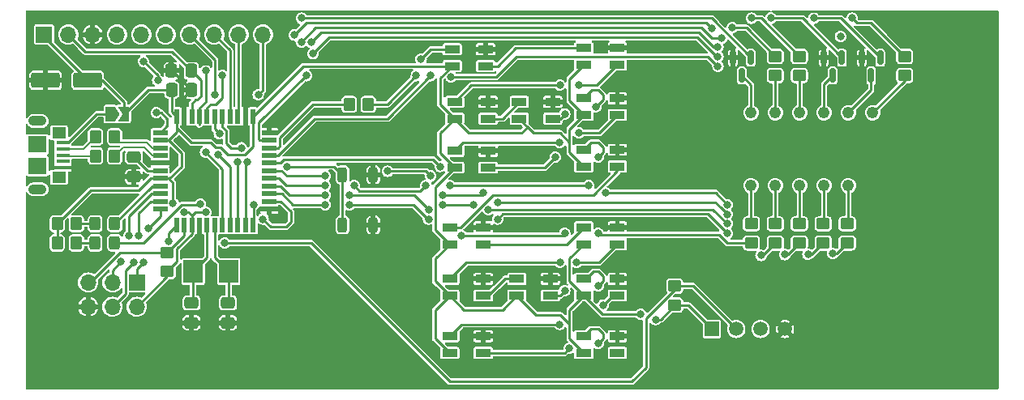
<source format=gtl>
G04 #@! TF.GenerationSoftware,KiCad,Pcbnew,8.0.4*
G04 #@! TF.CreationDate,2024-10-24T23:45:57-04:00*
G04 #@! TF.ProjectId,starter_board,73746172-7465-4725-9f62-6f6172642e6b,rev?*
G04 #@! TF.SameCoordinates,Original*
G04 #@! TF.FileFunction,Copper,L1,Top*
G04 #@! TF.FilePolarity,Positive*
%FSLAX46Y46*%
G04 Gerber Fmt 4.6, Leading zero omitted, Abs format (unit mm)*
G04 Created by KiCad (PCBNEW 8.0.4) date 2024-10-24 23:45:57*
%MOMM*%
%LPD*%
G01*
G04 APERTURE LIST*
G04 Aperture macros list*
%AMRoundRect*
0 Rectangle with rounded corners*
0 $1 Rounding radius*
0 $2 $3 $4 $5 $6 $7 $8 $9 X,Y pos of 4 corners*
0 Add a 4 corners polygon primitive as box body*
4,1,4,$2,$3,$4,$5,$6,$7,$8,$9,$2,$3,0*
0 Add four circle primitives for the rounded corners*
1,1,$1+$1,$2,$3*
1,1,$1+$1,$4,$5*
1,1,$1+$1,$6,$7*
1,1,$1+$1,$8,$9*
0 Add four rect primitives between the rounded corners*
20,1,$1+$1,$2,$3,$4,$5,0*
20,1,$1+$1,$4,$5,$6,$7,0*
20,1,$1+$1,$6,$7,$8,$9,0*
20,1,$1+$1,$8,$9,$2,$3,0*%
%AMFreePoly0*
4,1,6,0.500000,-0.750000,-0.650000,-0.750000,-0.150000,0.000000,-0.650000,0.750000,0.500000,0.750000,0.500000,-0.750000,0.500000,-0.750000,$1*%
%AMFreePoly1*
4,1,6,1.000000,0.000000,0.500000,-0.750000,-0.500000,-0.750000,-0.500000,0.750000,0.500000,0.750000,1.000000,0.000000,1.000000,0.000000,$1*%
G04 Aperture macros list end*
G04 #@! TA.AperFunction,ComponentPad*
%ADD10C,1.219200*%
G04 #@! TD*
G04 #@! TA.AperFunction,SMDPad,CuDef*
%ADD11RoundRect,0.250000X-0.450000X0.350000X-0.450000X-0.350000X0.450000X-0.350000X0.450000X0.350000X0*%
G04 #@! TD*
G04 #@! TA.AperFunction,SMDPad,CuDef*
%ADD12R,1.600000X0.850000*%
G04 #@! TD*
G04 #@! TA.AperFunction,SMDPad,CuDef*
%ADD13RoundRect,0.250000X0.350000X0.450000X-0.350000X0.450000X-0.350000X-0.450000X0.350000X-0.450000X0*%
G04 #@! TD*
G04 #@! TA.AperFunction,SMDPad,CuDef*
%ADD14RoundRect,0.250000X0.250000X-0.525000X0.250000X0.525000X-0.250000X0.525000X-0.250000X-0.525000X0*%
G04 #@! TD*
G04 #@! TA.AperFunction,SMDPad,CuDef*
%ADD15RoundRect,0.250000X-0.475000X0.337500X-0.475000X-0.337500X0.475000X-0.337500X0.475000X0.337500X0*%
G04 #@! TD*
G04 #@! TA.AperFunction,ComponentPad*
%ADD16R,1.700000X1.700000*%
G04 #@! TD*
G04 #@! TA.AperFunction,ComponentPad*
%ADD17O,1.700000X1.700000*%
G04 #@! TD*
G04 #@! TA.AperFunction,SMDPad,CuDef*
%ADD18R,2.000000X2.400000*%
G04 #@! TD*
G04 #@! TA.AperFunction,SMDPad,CuDef*
%ADD19RoundRect,0.150000X-0.150000X0.587500X-0.150000X-0.587500X0.150000X-0.587500X0.150000X0.587500X0*%
G04 #@! TD*
G04 #@! TA.AperFunction,SMDPad,CuDef*
%ADD20RoundRect,0.250000X0.450000X-0.350000X0.450000X0.350000X-0.450000X0.350000X-0.450000X-0.350000X0*%
G04 #@! TD*
G04 #@! TA.AperFunction,ComponentPad*
%ADD21C,1.500000*%
G04 #@! TD*
G04 #@! TA.AperFunction,ComponentPad*
%ADD22R,1.500000X1.500000*%
G04 #@! TD*
G04 #@! TA.AperFunction,SMDPad,CuDef*
%ADD23RoundRect,0.250000X-0.337500X-0.475000X0.337500X-0.475000X0.337500X0.475000X-0.337500X0.475000X0*%
G04 #@! TD*
G04 #@! TA.AperFunction,SMDPad,CuDef*
%ADD24RoundRect,0.250000X0.337500X0.475000X-0.337500X0.475000X-0.337500X-0.475000X0.337500X-0.475000X0*%
G04 #@! TD*
G04 #@! TA.AperFunction,SMDPad,CuDef*
%ADD25R,1.400000X0.400000*%
G04 #@! TD*
G04 #@! TA.AperFunction,ComponentPad*
%ADD26O,1.900000X1.050000*%
G04 #@! TD*
G04 #@! TA.AperFunction,SMDPad,CuDef*
%ADD27R,1.450000X1.150000*%
G04 #@! TD*
G04 #@! TA.AperFunction,SMDPad,CuDef*
%ADD28R,1.900000X1.750000*%
G04 #@! TD*
G04 #@! TA.AperFunction,SMDPad,CuDef*
%ADD29RoundRect,0.250000X0.325000X0.450000X-0.325000X0.450000X-0.325000X-0.450000X0.325000X-0.450000X0*%
G04 #@! TD*
G04 #@! TA.AperFunction,SMDPad,CuDef*
%ADD30RoundRect,0.250000X-0.350000X-0.450000X0.350000X-0.450000X0.350000X0.450000X-0.350000X0.450000X0*%
G04 #@! TD*
G04 #@! TA.AperFunction,SMDPad,CuDef*
%ADD31RoundRect,0.250000X1.250000X0.550000X-1.250000X0.550000X-1.250000X-0.550000X1.250000X-0.550000X0*%
G04 #@! TD*
G04 #@! TA.AperFunction,SMDPad,CuDef*
%ADD32FreePoly0,0.000000*%
G04 #@! TD*
G04 #@! TA.AperFunction,SMDPad,CuDef*
%ADD33FreePoly1,0.000000*%
G04 #@! TD*
G04 #@! TA.AperFunction,SMDPad,CuDef*
%ADD34R,1.500000X0.550000*%
G04 #@! TD*
G04 #@! TA.AperFunction,SMDPad,CuDef*
%ADD35R,0.550000X1.500000*%
G04 #@! TD*
G04 #@! TA.AperFunction,ViaPad*
%ADD36C,0.800000*%
G04 #@! TD*
G04 #@! TA.AperFunction,Conductor*
%ADD37C,0.250000*%
G04 #@! TD*
G04 #@! TA.AperFunction,Conductor*
%ADD38C,0.200000*%
G04 #@! TD*
G04 APERTURE END LIST*
D10*
X123966000Y-136172000D03*
X126506000Y-136172000D03*
X129046000Y-136172000D03*
X131586000Y-136172000D03*
X134126000Y-136172000D03*
X136666000Y-136172000D03*
X134126000Y-143792000D03*
X131586000Y-143792000D03*
X129046000Y-143792000D03*
X126506000Y-143792000D03*
X123966000Y-143792000D03*
D11*
X129006000Y-132292000D03*
X129006000Y-130292000D03*
D12*
X110006000Y-131167000D03*
X110006000Y-129417000D03*
X106506000Y-129417000D03*
X106506000Y-131167000D03*
D13*
X51506000Y-147792000D03*
X53506000Y-147792000D03*
X55506000Y-140692000D03*
X57506000Y-140692000D03*
D14*
X84506000Y-142667000D03*
X84506000Y-147917000D03*
X81306000Y-142667000D03*
X81306000Y-147917000D03*
D11*
X126506000Y-132292000D03*
X126506000Y-130292000D03*
D12*
X96006000Y-155292000D03*
X96006000Y-153542000D03*
X92506000Y-153542000D03*
X92506000Y-155292000D03*
D15*
X69342000Y-156061500D03*
X69342000Y-158136500D03*
D16*
X59817000Y-153924000D03*
D17*
X59817000Y-156464000D03*
X57277000Y-153924000D03*
X57277000Y-156464000D03*
X54737000Y-153924000D03*
X54737000Y-156464000D03*
D12*
X110006000Y-141792000D03*
X110006000Y-140042000D03*
X106506000Y-140042000D03*
X106506000Y-141792000D03*
X110006000Y-161292000D03*
X110006000Y-159542000D03*
X106506000Y-159542000D03*
X106506000Y-161292000D03*
X96006000Y-149917000D03*
X96006000Y-148167000D03*
X92506000Y-148167000D03*
X92506000Y-149917000D03*
D18*
X69414000Y-152781000D03*
X65714000Y-152781000D03*
D12*
X96006000Y-161292000D03*
X96006000Y-159542000D03*
X92506000Y-159542000D03*
X92506000Y-161292000D03*
D19*
X132506000Y-132292000D03*
X131556000Y-130417000D03*
X133456000Y-130417000D03*
D20*
X116006000Y-154292000D03*
X116006000Y-156292000D03*
X134006000Y-147792000D03*
X134006000Y-149792000D03*
D15*
X59506000Y-140792000D03*
X59506000Y-142867000D03*
D12*
X103006000Y-155292000D03*
X103006000Y-153542000D03*
X99506000Y-153542000D03*
X99506000Y-155292000D03*
D16*
X50130000Y-128000000D03*
D17*
X52670000Y-128000000D03*
X55210000Y-128000000D03*
X57750000Y-128000000D03*
X60290000Y-128000000D03*
X62830000Y-128000000D03*
X65370000Y-128000000D03*
X67910000Y-128000000D03*
X70450000Y-128000000D03*
X72990000Y-128000000D03*
D21*
X127506000Y-158792000D03*
X124966000Y-158792000D03*
X122426000Y-158792000D03*
D22*
X119886000Y-158792000D03*
D23*
X65543500Y-133792000D03*
X63468500Y-133792000D03*
D20*
X124006000Y-147792000D03*
X124006000Y-149792000D03*
D19*
X136506000Y-132292000D03*
X135556000Y-130417000D03*
X137456000Y-130417000D03*
D15*
X65532000Y-156061500D03*
X65532000Y-158136500D03*
D24*
X65506000Y-131792000D03*
X63431000Y-131792000D03*
D25*
X52109000Y-139307000D03*
X52109000Y-139957000D03*
X52109000Y-140607000D03*
X52109000Y-141257000D03*
X52109000Y-141907000D03*
D26*
X49459000Y-137032000D03*
D27*
X51689000Y-138287000D03*
D28*
X49459000Y-139482000D03*
X49459000Y-141732000D03*
D27*
X51689000Y-142927000D03*
D26*
X49459000Y-144182000D03*
D12*
X110006000Y-136417000D03*
X110006000Y-134667000D03*
X106506000Y-134667000D03*
X106506000Y-136417000D03*
D29*
X55456000Y-149792000D03*
X57506000Y-149792000D03*
D20*
X63006000Y-150792000D03*
X63006000Y-152792000D03*
D12*
X96256000Y-131292000D03*
X96256000Y-129542000D03*
X92756000Y-129542000D03*
X92756000Y-131292000D03*
D29*
X55456000Y-147792000D03*
X57506000Y-147792000D03*
D20*
X129006000Y-147792000D03*
X129006000Y-149792000D03*
D12*
X96506000Y-136792000D03*
X96506000Y-135042000D03*
X93006000Y-135042000D03*
X93006000Y-136792000D03*
D20*
X131506000Y-147792000D03*
X131506000Y-149792000D03*
D12*
X96506000Y-141917000D03*
X96506000Y-140167000D03*
X93006000Y-140167000D03*
X93006000Y-141917000D03*
D30*
X84006000Y-135292000D03*
X82006000Y-135292000D03*
D13*
X55506000Y-138692000D03*
X57506000Y-138692000D03*
D11*
X140006000Y-132292000D03*
X140006000Y-130292000D03*
D13*
X51506000Y-149792000D03*
X53506000Y-149792000D03*
D20*
X126506000Y-147792000D03*
X126506000Y-149792000D03*
D12*
X110006000Y-155292000D03*
X110006000Y-153542000D03*
X106506000Y-153542000D03*
X106506000Y-155292000D03*
X110006000Y-149917000D03*
X110006000Y-148167000D03*
X106506000Y-148167000D03*
X106506000Y-149917000D03*
D31*
X50306000Y-132792000D03*
X54706000Y-132792000D03*
D19*
X123006000Y-132292000D03*
X122056000Y-130417000D03*
X123956000Y-130417000D03*
D32*
X58506000Y-136292000D03*
D33*
X57056000Y-136292000D03*
D34*
X62260000Y-138240000D03*
X62260000Y-139040000D03*
X62260000Y-139840000D03*
X62260000Y-140640000D03*
X62260000Y-141440000D03*
X62260000Y-142240000D03*
X62260000Y-143040000D03*
X62260000Y-143840000D03*
X62260000Y-144640000D03*
X62260000Y-145440000D03*
X62260000Y-146240000D03*
D35*
X63960000Y-147940000D03*
X64760000Y-147940000D03*
X65560000Y-147940000D03*
X66360000Y-147940000D03*
X67160000Y-147940000D03*
X67960000Y-147940000D03*
X68760000Y-147940000D03*
X69560000Y-147940000D03*
X70360000Y-147940000D03*
X71160000Y-147940000D03*
X71960000Y-147940000D03*
D34*
X73660000Y-146240000D03*
X73660000Y-145440000D03*
X73660000Y-144640000D03*
X73660000Y-143840000D03*
X73660000Y-143040000D03*
X73660000Y-142240000D03*
X73660000Y-141440000D03*
X73660000Y-140640000D03*
X73660000Y-139840000D03*
X73660000Y-139040000D03*
X73660000Y-138240000D03*
D35*
X71960000Y-136540000D03*
X71160000Y-136540000D03*
X70360000Y-136540000D03*
X69560000Y-136540000D03*
X68760000Y-136540000D03*
X67960000Y-136540000D03*
X67160000Y-136540000D03*
X66360000Y-136540000D03*
X65560000Y-136540000D03*
X64760000Y-136540000D03*
X63960000Y-136540000D03*
D12*
X103256000Y-136792000D03*
X103256000Y-135042000D03*
X99756000Y-135042000D03*
X99756000Y-136792000D03*
D36*
X58306000Y-132292000D03*
X49106000Y-134792000D03*
X54506000Y-135192000D03*
X52506000Y-133092000D03*
X59806000Y-137092000D03*
X56406000Y-145592000D03*
X67506000Y-143392000D03*
X71306000Y-132292000D03*
X138106000Y-132092000D03*
X134306000Y-133892000D03*
X133306000Y-128192000D03*
X130306000Y-128792000D03*
X127706000Y-127292000D03*
X125706000Y-128392000D03*
X112106000Y-129192000D03*
X117006000Y-129492000D03*
X108206000Y-129292000D03*
X94406000Y-130292000D03*
X98206000Y-134392000D03*
X87006000Y-143392000D03*
X82606000Y-147492000D03*
X101406000Y-159692000D03*
X94206000Y-160292000D03*
X101406000Y-163092000D03*
X106206000Y-157492000D03*
X111806000Y-160292000D03*
X114406000Y-151792000D03*
X117306000Y-162792000D03*
X124206000Y-153792000D03*
X139106000Y-160492000D03*
X139106000Y-153592000D03*
X144706000Y-144692000D03*
X145506000Y-129892000D03*
X116206000Y-134592000D03*
X114406000Y-140992000D03*
X103906000Y-142592000D03*
X94806000Y-141292000D03*
X100106000Y-140492000D03*
X95006000Y-135892000D03*
X92606000Y-133892000D03*
X102506000Y-131892000D03*
X82906000Y-129492000D03*
X85206000Y-132892000D03*
X82206000Y-139892000D03*
X84306000Y-153492000D03*
X83306000Y-161292000D03*
X75406000Y-154292000D03*
X72206000Y-162292000D03*
X58806000Y-163292000D03*
X51006000Y-158792000D03*
X49506000Y-151092000D03*
X55006000Y-142792000D03*
X114806000Y-129192000D03*
X82806000Y-141992000D03*
X101506000Y-135892000D03*
X63106000Y-149592000D03*
X132506000Y-150892000D03*
X129906000Y-150992000D03*
X125006000Y-151092000D03*
X100906000Y-147892000D03*
X74806000Y-147192000D03*
X65906000Y-150392000D03*
X70206000Y-138392000D03*
X65906000Y-142992000D03*
X100006000Y-131192000D03*
X88006000Y-137192000D03*
X90706000Y-155292000D03*
X101306000Y-153692000D03*
X115406000Y-147792000D03*
X63706000Y-141092000D03*
X62006000Y-130792000D03*
X108006000Y-148792000D03*
X104506000Y-148792000D03*
X93730265Y-149016265D03*
X90281000Y-147292000D03*
X79506000Y-145792000D03*
X82031000Y-145792000D03*
X97506000Y-147292000D03*
X121506000Y-148792000D03*
X90281000Y-146292000D03*
X82031000Y-144792000D03*
X79506000Y-144792000D03*
X121506000Y-147792000D03*
X96518653Y-146304653D03*
X91731000Y-145792000D03*
X90006000Y-143792000D03*
X94993347Y-145779347D03*
X82506000Y-143792000D03*
X79506000Y-143792000D03*
X121506000Y-146792000D03*
X96006000Y-144517000D03*
X91731000Y-144792000D03*
X97518653Y-145517000D03*
X90506000Y-142792000D03*
X79506000Y-142792000D03*
X86006000Y-142292000D03*
X121506000Y-145792000D03*
X108768653Y-144554653D03*
X107006000Y-143792000D03*
X92506000Y-143792000D03*
X91506000Y-141792000D03*
X89506000Y-130567000D03*
X89006000Y-132292000D03*
X120505999Y-131305984D03*
X134506000Y-126292000D03*
X90506000Y-132292000D03*
X92631152Y-132442154D03*
X130506000Y-126292000D03*
X120506088Y-130305982D03*
X78223247Y-130009247D03*
X77506000Y-132292000D03*
X126018653Y-126279347D03*
X120499779Y-129305999D03*
X78018653Y-128804653D03*
X70748000Y-139847322D03*
X124006000Y-126292000D03*
X120905847Y-128392153D03*
X77006000Y-128792000D03*
X68445653Y-138352347D03*
X122006000Y-127292000D03*
X77006000Y-126292000D03*
X67006000Y-131792000D03*
X108006000Y-160292000D03*
X104993347Y-160804653D03*
X103993347Y-158304653D03*
X108518653Y-156279347D03*
X108006000Y-154292000D03*
X104506000Y-154792000D03*
X104006000Y-151792000D03*
X105731000Y-151792000D03*
X108006000Y-140792000D03*
X103512367Y-140798367D03*
X103993347Y-139304653D03*
X106006000Y-138292000D03*
X107730265Y-135567735D03*
X104506000Y-136292000D03*
X104006000Y-133292000D03*
X106006000Y-133292000D03*
X112428726Y-157233287D03*
X114006000Y-157792000D03*
X61855847Y-136167153D03*
X75506000Y-141792000D03*
X69006000Y-149792000D03*
X68268653Y-140529347D03*
X62006000Y-132792000D03*
X67006000Y-140292000D03*
X60506000Y-130792000D03*
X73006000Y-147292000D03*
X67006000Y-146589998D03*
X64733305Y-146590000D03*
X63610000Y-145662695D03*
X60993347Y-148279347D03*
X60518653Y-151804653D03*
X60006003Y-149067000D03*
X59506000Y-151792000D03*
X59006000Y-149067000D03*
X58189903Y-151728503D03*
X66475045Y-145742596D03*
X72006000Y-145792000D03*
X71360003Y-141292000D03*
X72506000Y-134292000D03*
X70360000Y-141292000D03*
X68006000Y-134292000D03*
X68731000Y-132292000D03*
X76268653Y-128054653D03*
X119905847Y-127392153D03*
X79006000Y-132392000D03*
X127493347Y-151004653D03*
D37*
X89017396Y-144392000D02*
X89406000Y-144392000D01*
X88967396Y-144342000D02*
X89017396Y-144392000D01*
X83056000Y-144342000D02*
X88967396Y-144342000D01*
X89406000Y-144392000D02*
X90006000Y-143792000D01*
X82506000Y-143792000D02*
X83056000Y-144342000D01*
X64031000Y-151767000D02*
X63006000Y-152792000D01*
X64031000Y-150403396D02*
X64031000Y-151767000D01*
X65560000Y-148874396D02*
X64031000Y-150403396D01*
X65560000Y-147940000D02*
X65560000Y-148874396D01*
X63106000Y-148794000D02*
X63960000Y-147940000D01*
X63106000Y-149592000D02*
X63106000Y-148794000D01*
X132906000Y-150892000D02*
X134006000Y-149792000D01*
X132506000Y-150892000D02*
X132906000Y-150892000D01*
X130306000Y-150992000D02*
X131506000Y-149792000D01*
X129906000Y-150992000D02*
X130306000Y-150992000D01*
X127793347Y-151004653D02*
X129006000Y-149792000D01*
X127493347Y-151004653D02*
X127793347Y-151004653D01*
X125206000Y-151092000D02*
X126506000Y-149792000D01*
X125006000Y-151092000D02*
X125206000Y-151092000D01*
X104281735Y-149016265D02*
X104506000Y-148792000D01*
X93730265Y-149016265D02*
X104281735Y-149016265D01*
X121480695Y-148792000D02*
X121506000Y-148792000D01*
X119443348Y-146754653D02*
X121480695Y-148792000D01*
X98043347Y-146754653D02*
X119443348Y-146754653D01*
X97506000Y-147292000D02*
X98043347Y-146754653D01*
X74854000Y-145440000D02*
X73660000Y-145440000D01*
X75906000Y-146492000D02*
X74854000Y-145440000D01*
X75906000Y-147592000D02*
X75906000Y-146492000D01*
X75406000Y-148092000D02*
X75906000Y-147592000D01*
X73806000Y-148092000D02*
X75406000Y-148092000D01*
X73006000Y-147292000D02*
X73806000Y-148092000D01*
X69170653Y-138052042D02*
X68760000Y-137641389D01*
X69170653Y-139356653D02*
X69170653Y-138052042D01*
X69661322Y-139847322D02*
X69170653Y-139356653D01*
X68760000Y-137641389D02*
X68760000Y-136540000D01*
X70748000Y-139847322D02*
X69661322Y-139847322D01*
X71960000Y-139738000D02*
X71960000Y-136540000D01*
X70059695Y-140567000D02*
X70660305Y-140567000D01*
X69356611Y-140592000D02*
X70034695Y-140592000D01*
X68568958Y-139804347D02*
X69356611Y-140592000D01*
X70660305Y-140567000D02*
X70685305Y-140592000D01*
X68018347Y-139804347D02*
X68568958Y-139804347D01*
X71106000Y-140592000D02*
X71960000Y-139738000D01*
X70034695Y-140592000D02*
X70059695Y-140567000D01*
X67506000Y-139292000D02*
X68018347Y-139804347D01*
X65506000Y-139292000D02*
X67506000Y-139292000D01*
X63960000Y-137746000D02*
X65506000Y-139292000D01*
X63960000Y-136540000D02*
X63960000Y-137746000D01*
X70685305Y-140592000D02*
X71106000Y-140592000D01*
X63960000Y-138215000D02*
X63960000Y-136540000D01*
X63135000Y-139040000D02*
X63960000Y-138215000D01*
X64506000Y-140411000D02*
X63135000Y-139040000D01*
X64506000Y-141792000D02*
X64506000Y-140411000D01*
X63258000Y-143040000D02*
X64506000Y-141792000D01*
X62260000Y-143040000D02*
X63258000Y-143040000D01*
X66506000Y-132792000D02*
X65506000Y-131792000D01*
X66506000Y-134462100D02*
X66506000Y-132792000D01*
X66126100Y-134842000D02*
X66506000Y-134462100D01*
X65560000Y-135238000D02*
X65956000Y-134842000D01*
X65560000Y-136540000D02*
X65560000Y-135238000D01*
X65956000Y-134842000D02*
X66126100Y-134842000D01*
X120605695Y-148917000D02*
X121480695Y-149792000D01*
X108006000Y-148792000D02*
X108131000Y-148917000D01*
X90255695Y-147292000D02*
X90281000Y-147292000D01*
X88755695Y-145792000D02*
X90255695Y-147292000D01*
X82031000Y-145792000D02*
X88755695Y-145792000D01*
X108131000Y-148917000D02*
X120605695Y-148917000D01*
X121480695Y-149792000D02*
X124006000Y-149792000D01*
X76139208Y-145792000D02*
X79506000Y-145792000D01*
X74987208Y-144640000D02*
X76139208Y-145792000D01*
X73660000Y-144640000D02*
X74987208Y-144640000D01*
X88781000Y-144792000D02*
X90281000Y-146292000D01*
X82031000Y-144792000D02*
X88781000Y-144792000D01*
X75775604Y-144792000D02*
X79506000Y-144792000D01*
X74823604Y-143840000D02*
X75775604Y-144792000D01*
X73660000Y-143840000D02*
X74823604Y-143840000D01*
X121480695Y-147792000D02*
X121506000Y-147792000D01*
X119993348Y-146304653D02*
X121480695Y-147792000D01*
X96518653Y-146304653D02*
X119993348Y-146304653D01*
X94980694Y-145792000D02*
X94993347Y-145779347D01*
X75412000Y-143792000D02*
X79506000Y-143792000D01*
X74660000Y-143040000D02*
X75412000Y-143792000D01*
X73660000Y-143040000D02*
X74660000Y-143040000D01*
X91731000Y-145792000D02*
X94980694Y-145792000D01*
X121231000Y-146517000D02*
X121506000Y-146792000D01*
X121205695Y-146517000D02*
X121231000Y-146517000D01*
X120781000Y-146092305D02*
X121205695Y-146517000D01*
X120781000Y-146067000D02*
X120781000Y-146092305D01*
X97518653Y-145517000D02*
X120231000Y-145517000D01*
X120231000Y-145517000D02*
X120781000Y-146067000D01*
X95731000Y-144792000D02*
X96006000Y-144517000D01*
X91731000Y-144792000D02*
X95731000Y-144792000D01*
X90006000Y-142292000D02*
X90506000Y-142792000D01*
X86006000Y-142292000D02*
X90006000Y-142292000D01*
X75480695Y-142792000D02*
X79506000Y-142792000D01*
X74928695Y-142240000D02*
X75480695Y-142792000D01*
X73660000Y-142240000D02*
X74928695Y-142240000D01*
X120268653Y-144554653D02*
X121506000Y-145792000D01*
X108768653Y-144554653D02*
X120268653Y-144554653D01*
X92506000Y-143792000D02*
X107006000Y-143792000D01*
X75205695Y-141067000D02*
X90781000Y-141067000D01*
X90781000Y-141067000D02*
X91506000Y-141792000D01*
X74832695Y-141440000D02*
X75205695Y-141067000D01*
X73660000Y-141440000D02*
X74832695Y-141440000D01*
X90531000Y-129542000D02*
X92756000Y-129542000D01*
X89506000Y-130567000D02*
X90531000Y-129542000D01*
X86006000Y-135292000D02*
X89006000Y-132292000D01*
X84006000Y-135292000D02*
X86006000Y-135292000D01*
X86006000Y-136792000D02*
X90506000Y-132292000D01*
X74535000Y-140640000D02*
X78383000Y-136792000D01*
X73660000Y-140640000D02*
X74535000Y-140640000D01*
X78383000Y-136792000D02*
X86006000Y-136792000D01*
X119466801Y-130292000D02*
X120480785Y-131305984D01*
X135006000Y-126792000D02*
X136506000Y-126792000D01*
X99506000Y-130292000D02*
X119466801Y-130292000D01*
X92631152Y-132442154D02*
X97355846Y-132442154D01*
X134506000Y-126292000D02*
X135006000Y-126792000D01*
X97355846Y-132442154D02*
X99506000Y-130292000D01*
X120480785Y-131305984D02*
X120505999Y-131305984D01*
X136506000Y-126792000D02*
X140006000Y-130292000D01*
X74735000Y-139640000D02*
X74735000Y-138765000D01*
X74535000Y-139840000D02*
X74735000Y-139640000D01*
X74735000Y-138765000D02*
X78208000Y-135292000D01*
X78208000Y-135292000D02*
X82006000Y-135292000D01*
X73660000Y-139840000D02*
X74535000Y-139840000D01*
X120383586Y-130305982D02*
X120506088Y-130305982D01*
X79940494Y-128292000D02*
X118369604Y-128292000D01*
X118369604Y-128292000D02*
X120383586Y-130305982D01*
X78223247Y-130009247D02*
X79940494Y-128292000D01*
X133331000Y-126292000D02*
X137456000Y-130417000D01*
X130506000Y-126292000D02*
X133331000Y-126292000D01*
X72660000Y-139040000D02*
X72585000Y-138965000D01*
X72585000Y-137213000D02*
X77506000Y-132292000D01*
X73660000Y-139040000D02*
X72660000Y-139040000D01*
X72585000Y-138965000D02*
X72585000Y-137213000D01*
X67960000Y-137866694D02*
X67960000Y-136540000D01*
X68445653Y-138352347D02*
X67960000Y-137866694D01*
X120019999Y-129305999D02*
X120499779Y-129305999D01*
X118506000Y-127792000D02*
X120019999Y-129305999D01*
X78018653Y-128804653D02*
X79031306Y-127792000D01*
X79031306Y-127792000D02*
X118506000Y-127792000D01*
X129331000Y-126292000D02*
X133456000Y-130417000D01*
X126018653Y-126279347D02*
X126031306Y-126292000D01*
X126031306Y-126292000D02*
X129331000Y-126292000D01*
X119880542Y-128392153D02*
X120905847Y-128392153D01*
X118780389Y-127292000D02*
X119880542Y-128392153D01*
X77006000Y-128792000D02*
X78506000Y-127292000D01*
X78506000Y-127292000D02*
X118780389Y-127292000D01*
X125006000Y-126292000D02*
X129006000Y-130292000D01*
X124006000Y-126292000D02*
X125006000Y-126292000D01*
X119305694Y-126792000D02*
X77531306Y-126792000D01*
X119905847Y-127392153D02*
X119305694Y-126792000D01*
X77531306Y-126792000D02*
X76268653Y-128054653D01*
X123506000Y-127292000D02*
X126506000Y-130292000D01*
X122006000Y-127292000D02*
X123506000Y-127292000D01*
X66360000Y-137415000D02*
X66360000Y-136540000D01*
X66360000Y-135665000D02*
X66360000Y-137415000D01*
X67006000Y-131792000D02*
X67006000Y-135019000D01*
X67006000Y-135019000D02*
X66360000Y-135665000D01*
X119831000Y-126292000D02*
X123956000Y-130417000D01*
X77006000Y-126292000D02*
X119831000Y-126292000D01*
X131586000Y-133212000D02*
X132506000Y-132292000D01*
X131586000Y-136172000D02*
X131586000Y-133212000D01*
X129046000Y-136172000D02*
X129046000Y-132332000D01*
X129046000Y-132332000D02*
X129006000Y-132292000D01*
X126506000Y-136172000D02*
X126506000Y-132292000D01*
X123966000Y-133252000D02*
X123006000Y-132292000D01*
X123966000Y-136172000D02*
X123966000Y-133252000D01*
X134126000Y-147672000D02*
X134006000Y-147792000D01*
X134126000Y-143792000D02*
X134126000Y-147672000D01*
X131586000Y-147712000D02*
X131506000Y-147792000D01*
X131586000Y-143792000D02*
X131586000Y-147712000D01*
X129046000Y-147752000D02*
X129006000Y-147792000D01*
X129046000Y-143792000D02*
X129046000Y-147752000D01*
X126506000Y-147792000D02*
X126506000Y-143792000D01*
X123966000Y-147752000D02*
X124006000Y-147792000D01*
X123966000Y-143792000D02*
X123966000Y-147752000D01*
X107256000Y-158792000D02*
X106506000Y-159542000D01*
X108006000Y-158792000D02*
X107256000Y-158792000D01*
X108506000Y-159292000D02*
X108006000Y-158792000D01*
X108506000Y-159792000D02*
X108506000Y-159292000D01*
X108006000Y-160292000D02*
X108506000Y-159792000D01*
X104506000Y-161292000D02*
X104993347Y-160804653D01*
X96006000Y-161292000D02*
X104506000Y-161292000D01*
X93743347Y-158304653D02*
X92506000Y-159542000D01*
X103993347Y-158304653D02*
X93743347Y-158304653D01*
X109506000Y-155292000D02*
X108518653Y-156279347D01*
X110006000Y-155292000D02*
X109506000Y-155292000D01*
X106756000Y-153542000D02*
X106506000Y-153542000D01*
X108006000Y-152792000D02*
X107506000Y-152792000D01*
X108506000Y-153292000D02*
X108006000Y-152792000D01*
X108506000Y-153792000D02*
X108506000Y-153292000D01*
X108006000Y-154292000D02*
X108506000Y-153792000D01*
X107506000Y-152792000D02*
X106756000Y-153542000D01*
X103006000Y-155292000D02*
X104006000Y-155292000D01*
X104006000Y-155292000D02*
X104506000Y-154792000D01*
X98256000Y-153542000D02*
X99506000Y-153542000D01*
X96506000Y-155292000D02*
X98256000Y-153542000D01*
X96006000Y-155292000D02*
X96506000Y-155292000D01*
X94256000Y-151792000D02*
X92506000Y-153542000D01*
X104006000Y-151792000D02*
X94256000Y-151792000D01*
X108131000Y-151792000D02*
X105731000Y-151792000D01*
X110006000Y-149917000D02*
X108131000Y-151792000D01*
X104756000Y-149917000D02*
X106506000Y-148167000D01*
X96006000Y-149917000D02*
X104756000Y-149917000D01*
X93631000Y-148167000D02*
X92506000Y-148167000D01*
X97006000Y-144792000D02*
X93631000Y-148167000D01*
X107506000Y-144792000D02*
X97006000Y-144792000D01*
X110006000Y-142292000D02*
X107506000Y-144792000D01*
X110006000Y-141792000D02*
X110006000Y-142292000D01*
X102393734Y-141917000D02*
X96506000Y-141917000D01*
X103512367Y-140798367D02*
X102393734Y-141917000D01*
X107256000Y-139292000D02*
X106506000Y-140042000D01*
X108006000Y-139292000D02*
X107256000Y-139292000D01*
X108506000Y-139792000D02*
X108006000Y-139292000D01*
X108506000Y-140292000D02*
X108506000Y-139792000D01*
X108006000Y-140792000D02*
X108506000Y-140292000D01*
X93868347Y-139304653D02*
X93006000Y-140167000D01*
X103993347Y-139304653D02*
X93868347Y-139304653D01*
X108131000Y-138292000D02*
X106006000Y-138292000D01*
X110006000Y-136417000D02*
X108131000Y-138292000D01*
X107381000Y-133792000D02*
X106506000Y-134667000D01*
X108506000Y-134292000D02*
X108006000Y-133792000D01*
X108506000Y-134792000D02*
X108506000Y-134292000D01*
X107730265Y-135567735D02*
X108506000Y-134792000D01*
X108006000Y-133792000D02*
X107381000Y-133792000D01*
X104006000Y-136792000D02*
X104506000Y-136292000D01*
X103256000Y-136792000D02*
X104006000Y-136792000D01*
X98006000Y-136792000D02*
X99756000Y-135042000D01*
X96506000Y-136792000D02*
X98006000Y-136792000D01*
X94756000Y-133292000D02*
X93006000Y-135042000D01*
X104006000Y-133292000D02*
X94756000Y-133292000D01*
X110006000Y-131167000D02*
X107881000Y-133292000D01*
X107881000Y-133292000D02*
X106006000Y-133292000D01*
X97506000Y-131292000D02*
X99381000Y-129417000D01*
X99381000Y-129417000D02*
X106506000Y-129417000D01*
X96256000Y-131292000D02*
X97506000Y-131292000D01*
X112428726Y-157233287D02*
X108447287Y-157233287D01*
X116006000Y-156292000D02*
X114506000Y-157792000D01*
X108447287Y-157233287D02*
X106506000Y-155292000D01*
X114506000Y-157792000D02*
X114006000Y-157792000D01*
X101506000Y-157292000D02*
X104006000Y-157292000D01*
X104006000Y-157292000D02*
X105006000Y-158292000D01*
X99506000Y-155292000D02*
X101506000Y-157292000D01*
X105006000Y-158292000D02*
X105006000Y-159792000D01*
X105006000Y-156792000D02*
X105006000Y-158292000D01*
X98006000Y-156792000D02*
X99506000Y-155292000D01*
X94006000Y-156792000D02*
X98006000Y-156792000D01*
X92506000Y-155292000D02*
X94006000Y-156792000D01*
X106506000Y-155292000D02*
X105006000Y-156792000D01*
X105006000Y-159792000D02*
X106506000Y-161292000D01*
X105006000Y-153792000D02*
X106506000Y-155292000D01*
X105006000Y-151417000D02*
X105006000Y-153792000D01*
X106506000Y-149917000D02*
X105006000Y-151417000D01*
X91006000Y-159792000D02*
X92506000Y-161292000D01*
X91006000Y-156792000D02*
X91006000Y-159792000D01*
X92506000Y-155292000D02*
X91006000Y-156792000D01*
X91006000Y-153792000D02*
X92506000Y-155292000D01*
X91006000Y-151417000D02*
X91006000Y-153792000D01*
X92506000Y-149917000D02*
X91006000Y-151417000D01*
X91006000Y-143917000D02*
X93006000Y-141917000D01*
X91006000Y-148417000D02*
X91006000Y-143917000D01*
X92506000Y-149917000D02*
X91006000Y-148417000D01*
X94506000Y-138292000D02*
X100006000Y-138292000D01*
X100006000Y-138292000D02*
X100631000Y-137667000D01*
X93006000Y-136792000D02*
X94506000Y-138292000D01*
X100631000Y-137667000D02*
X101256000Y-138292000D01*
X99756000Y-136792000D02*
X100631000Y-137667000D01*
X104006000Y-138292000D02*
X105006000Y-139292000D01*
X101256000Y-138292000D02*
X104006000Y-138292000D01*
X105006000Y-139292000D02*
X105006000Y-137917000D01*
X105006000Y-140292000D02*
X105006000Y-139292000D01*
X91506000Y-138292000D02*
X93006000Y-136792000D01*
X93006000Y-141917000D02*
X91506000Y-140417000D01*
X91506000Y-140417000D02*
X91506000Y-138292000D01*
X105006000Y-137917000D02*
X106506000Y-136417000D01*
X106506000Y-141792000D02*
X105006000Y-140292000D01*
X105006000Y-134917000D02*
X106506000Y-136417000D01*
X106506000Y-131167000D02*
X105006000Y-132667000D01*
X105006000Y-132667000D02*
X105006000Y-134917000D01*
X91506000Y-132542000D02*
X92756000Y-131292000D01*
X91506000Y-135292000D02*
X91506000Y-132542000D01*
X93006000Y-136792000D02*
X91506000Y-135292000D01*
X77208000Y-131292000D02*
X71960000Y-136540000D01*
X92756000Y-131292000D02*
X77208000Y-131292000D01*
X63006000Y-137494000D02*
X62260000Y-138240000D01*
X63006000Y-136792000D02*
X63006000Y-137494000D01*
X62381153Y-136167153D02*
X63006000Y-136792000D01*
X61855847Y-136167153D02*
X62381153Y-136167153D01*
X80431000Y-141792000D02*
X75506000Y-141792000D01*
X81306000Y-142667000D02*
X80431000Y-141792000D01*
X81306000Y-147917000D02*
X81306000Y-142667000D01*
X71160000Y-141492003D02*
X71160000Y-147940000D01*
X71360003Y-141292000D02*
X71160000Y-141492003D01*
X70360000Y-141292000D02*
X70360000Y-147940000D01*
X68268653Y-140529347D02*
X69560000Y-141820694D01*
X69560000Y-141820694D02*
X69560000Y-147940000D01*
X67006000Y-140292000D02*
X68760000Y-142046000D01*
X68760000Y-142046000D02*
X68760000Y-147940000D01*
X117386000Y-156292000D02*
X119886000Y-158792000D01*
X116006000Y-156292000D02*
X117386000Y-156292000D01*
X122426000Y-158792000D02*
X117926000Y-154292000D01*
X117926000Y-154292000D02*
X116006000Y-154292000D01*
X92506000Y-164292000D02*
X78006000Y-149792000D01*
X111506000Y-164292000D02*
X92506000Y-164292000D01*
X78006000Y-149792000D02*
X69006000Y-149792000D01*
X116006000Y-154671900D02*
X113006000Y-157671900D01*
X113006000Y-157671900D02*
X113006000Y-162792000D01*
X116006000Y-154292000D02*
X116006000Y-154671900D01*
X113006000Y-162792000D02*
X111506000Y-164292000D01*
X62006000Y-132792000D02*
X62006000Y-132292000D01*
X62006000Y-132292000D02*
X60506000Y-130792000D01*
X64506000Y-145792000D02*
X60506000Y-149792000D01*
X60506000Y-149792000D02*
X57506000Y-149792000D01*
X66425641Y-145792000D02*
X64506000Y-145792000D01*
X66475045Y-145742596D02*
X66425641Y-145792000D01*
X65910002Y-146589998D02*
X65560000Y-146940000D01*
X67006000Y-146589998D02*
X65910002Y-146589998D01*
X65560000Y-146940000D02*
X65560000Y-147940000D01*
X64733305Y-146590000D02*
X65210000Y-146590000D01*
X63610000Y-143515000D02*
X63610000Y-145662695D01*
X63135000Y-143040000D02*
X63610000Y-143515000D01*
X65210000Y-146590000D02*
X65560000Y-146940000D01*
X62260000Y-143040000D02*
X63135000Y-143040000D01*
X62260000Y-139040000D02*
X63135000Y-139040000D01*
X63006000Y-153275000D02*
X63006000Y-152792000D01*
X59817000Y-156464000D02*
X63006000Y-153275000D01*
X62260000Y-147012694D02*
X62260000Y-146240000D01*
X60993347Y-148279347D02*
X62260000Y-147012694D01*
X59817000Y-152506306D02*
X60518653Y-151804653D01*
X59817000Y-153924000D02*
X59817000Y-152506306D01*
X61260000Y-145440000D02*
X62260000Y-145440000D01*
X60006003Y-146693997D02*
X61260000Y-145440000D01*
X60006003Y-149067000D02*
X60006003Y-146693997D01*
X58642000Y-155099000D02*
X58642000Y-152656000D01*
X57277000Y-156464000D02*
X58642000Y-155099000D01*
X58642000Y-152656000D02*
X59506000Y-151792000D01*
X61385000Y-144640000D02*
X62260000Y-144640000D01*
X59006000Y-147019000D02*
X61385000Y-144640000D01*
X59006000Y-149067000D02*
X59006000Y-147019000D01*
X57277000Y-153924000D02*
X57277000Y-152641406D01*
X57277000Y-152641406D02*
X58189903Y-151728503D01*
X61458000Y-143840000D02*
X62260000Y-143840000D01*
X57506000Y-147792000D02*
X61458000Y-143840000D01*
X61258000Y-143040000D02*
X62260000Y-143040000D01*
X60006000Y-144292000D02*
X61258000Y-143040000D01*
X51506000Y-147792000D02*
X55006000Y-144292000D01*
X55006000Y-144292000D02*
X60006000Y-144292000D01*
X60954000Y-142240000D02*
X62260000Y-142240000D01*
X59506000Y-140792000D02*
X60954000Y-142240000D01*
D38*
X61435000Y-139840000D02*
X62260000Y-139840000D01*
X60887000Y-139292000D02*
X61435000Y-139840000D01*
X57506000Y-138692000D02*
X58106000Y-139292000D01*
X58106000Y-139292000D02*
X60887000Y-139292000D01*
X58406000Y-139792000D02*
X57506000Y-140692000D01*
X61435000Y-140640000D02*
X60587000Y-139792000D01*
X60587000Y-139792000D02*
X58406000Y-139792000D01*
X62260000Y-140640000D02*
X61435000Y-140640000D01*
D37*
X62308000Y-143792000D02*
X62506000Y-143792000D01*
X62260000Y-143840000D02*
X62308000Y-143792000D01*
X58101100Y-150792000D02*
X63006000Y-150792000D01*
X54737000Y-153924000D02*
X54969100Y-153924000D01*
X54969100Y-153924000D02*
X58101100Y-150792000D01*
X72006000Y-147894000D02*
X71960000Y-147940000D01*
X72006000Y-145792000D02*
X72006000Y-147894000D01*
X51506000Y-149792000D02*
X51506000Y-147792000D01*
X53506000Y-149792000D02*
X55456000Y-149792000D01*
X53506000Y-147792000D02*
X55456000Y-147792000D01*
X72990000Y-133808000D02*
X72506000Y-134292000D01*
X72990000Y-128000000D02*
X72990000Y-133808000D01*
X68006000Y-130636000D02*
X68006000Y-134292000D01*
X65370000Y-128000000D02*
X68006000Y-130636000D01*
X70450000Y-136450000D02*
X70360000Y-136540000D01*
X70450000Y-128000000D02*
X70450000Y-136450000D01*
X69560000Y-129650000D02*
X69560000Y-136540000D01*
X67910000Y-128000000D02*
X69560000Y-129650000D01*
X63506000Y-129792000D02*
X65506000Y-131792000D01*
X54462000Y-129792000D02*
X63506000Y-129792000D01*
X52670000Y-128000000D02*
X54462000Y-129792000D01*
X61006000Y-133792000D02*
X63468500Y-133792000D01*
X58506000Y-136292000D02*
X61006000Y-133792000D01*
X63468500Y-136048500D02*
X63960000Y-136540000D01*
X63468500Y-133792000D02*
X63468500Y-136048500D01*
X65506000Y-133792000D02*
X65543500Y-133792000D01*
X63506000Y-131792000D02*
X65506000Y-133792000D01*
X63431000Y-131792000D02*
X63506000Y-131792000D01*
D38*
X52194000Y-140692000D02*
X52109000Y-140607000D01*
X55506000Y-140692000D02*
X52194000Y-140692000D01*
X54241000Y-139957000D02*
X55506000Y-138692000D01*
X52109000Y-139957000D02*
X54241000Y-139957000D01*
D37*
X52609000Y-139307000D02*
X52109000Y-139307000D01*
X55624000Y-136292000D02*
X52609000Y-139307000D01*
X57056000Y-136292000D02*
X55624000Y-136292000D01*
X58506000Y-135092000D02*
X58506000Y-136292000D01*
X56206000Y-132792000D02*
X58506000Y-135092000D01*
X54706000Y-132792000D02*
X56206000Y-132792000D01*
X50130000Y-128216000D02*
X54706000Y-132792000D01*
X50130000Y-128000000D02*
X50130000Y-128216000D01*
X69414000Y-155989500D02*
X69342000Y-156061500D01*
X67960000Y-151327000D02*
X69414000Y-152781000D01*
X67960000Y-147940000D02*
X67960000Y-151327000D01*
X69414000Y-152781000D02*
X69414000Y-155989500D01*
X65714000Y-152781000D02*
X65714000Y-155879500D01*
X65714000Y-155879500D02*
X65532000Y-156061500D01*
X67160000Y-147940000D02*
X67160000Y-151335000D01*
X67160000Y-151335000D02*
X65714000Y-152781000D01*
D38*
X55421000Y-140607000D02*
X55506000Y-140692000D01*
D37*
X65370000Y-128000000D02*
X65370000Y-128656000D01*
X65543500Y-133792000D02*
X64760000Y-134575500D01*
X64760000Y-134575500D02*
X64760000Y-136540000D01*
X63006000Y-150792000D02*
X64760000Y-149038000D01*
X64760000Y-149038000D02*
X64760000Y-147940000D01*
X134126000Y-136172000D02*
X136506000Y-133792000D01*
X136506000Y-133792000D02*
X136506000Y-132292000D01*
X136666000Y-136172000D02*
X140006000Y-132832000D01*
X140006000Y-132832000D02*
X140006000Y-132292000D01*
X68031305Y-135292000D02*
X68731000Y-134592305D01*
X67160000Y-136540000D02*
X67160000Y-135638000D01*
X67160000Y-135638000D02*
X67506000Y-135292000D01*
X68731000Y-134592305D02*
X68731000Y-132292000D01*
X67506000Y-135292000D02*
X68031305Y-135292000D01*
G04 #@! TA.AperFunction,Conductor*
G36*
X77001311Y-125503405D02*
G01*
X77044254Y-125492500D01*
X123967746Y-125492500D01*
X124001311Y-125503405D01*
X124044254Y-125492500D01*
X125884290Y-125492500D01*
X125942481Y-125511407D01*
X125978445Y-125560907D01*
X125978445Y-125622093D01*
X125942481Y-125671593D01*
X125897212Y-125689652D01*
X125893393Y-125690155D01*
X125861894Y-125694302D01*
X125861886Y-125694304D01*
X125715814Y-125754809D01*
X125715813Y-125754809D01*
X125590376Y-125851060D01*
X125590366Y-125851070D01*
X125494116Y-125976507D01*
X125450271Y-126082358D01*
X125410534Y-126128884D01*
X125351039Y-126143167D01*
X125294511Y-126119752D01*
X125288804Y-126114476D01*
X125205862Y-126031535D01*
X125205857Y-126031531D01*
X125131642Y-125988683D01*
X125131644Y-125988683D01*
X125086200Y-125976507D01*
X125048853Y-125966500D01*
X125048851Y-125966500D01*
X124561970Y-125966500D01*
X124503779Y-125947593D01*
X124483428Y-125927767D01*
X124434285Y-125863722D01*
X124434282Y-125863718D01*
X124434277Y-125863714D01*
X124434276Y-125863713D01*
X124308838Y-125767462D01*
X124162766Y-125706957D01*
X124162758Y-125706955D01*
X124031332Y-125689653D01*
X124008256Y-125678646D01*
X123980668Y-125689653D01*
X123849241Y-125706955D01*
X123849233Y-125706957D01*
X123703161Y-125767462D01*
X123703160Y-125767462D01*
X123577723Y-125863713D01*
X123577713Y-125863723D01*
X123481462Y-125989160D01*
X123481462Y-125989161D01*
X123420957Y-126135233D01*
X123420955Y-126135241D01*
X123400318Y-126291999D01*
X123400318Y-126292000D01*
X123420955Y-126448758D01*
X123420957Y-126448766D01*
X123481462Y-126594838D01*
X123481462Y-126594839D01*
X123567493Y-126706957D01*
X123577718Y-126720282D01*
X123686669Y-126803883D01*
X123691399Y-126807512D01*
X123723330Y-126853971D01*
X123742063Y-126845633D01*
X123790289Y-126852626D01*
X123849238Y-126877044D01*
X123966809Y-126892522D01*
X124005999Y-126897682D01*
X124006000Y-126897682D01*
X124006001Y-126897682D01*
X124041974Y-126892946D01*
X124162762Y-126877044D01*
X124308841Y-126816536D01*
X124434282Y-126720282D01*
X124483428Y-126656232D01*
X124533852Y-126621577D01*
X124561970Y-126617500D01*
X124830165Y-126617500D01*
X124888356Y-126636407D01*
X124900169Y-126646496D01*
X128076504Y-129822831D01*
X128104281Y-129877348D01*
X128105500Y-129892835D01*
X128105500Y-130696274D01*
X128108353Y-130726694D01*
X128108355Y-130726703D01*
X128153207Y-130854883D01*
X128233845Y-130964144D01*
X128233847Y-130964146D01*
X128233850Y-130964150D01*
X128233853Y-130964152D01*
X128233855Y-130964154D01*
X128343116Y-131044792D01*
X128343117Y-131044792D01*
X128343118Y-131044793D01*
X128471301Y-131089646D01*
X128501725Y-131092499D01*
X128501727Y-131092500D01*
X128501734Y-131092500D01*
X129510273Y-131092500D01*
X129510273Y-131092499D01*
X129540699Y-131089646D01*
X129668882Y-131044793D01*
X129778150Y-130964150D01*
X129858793Y-130854882D01*
X129903646Y-130726699D01*
X129906499Y-130696273D01*
X129906500Y-130696273D01*
X129906500Y-130667001D01*
X131056001Y-130667001D01*
X131056001Y-131037716D01*
X131065912Y-131105750D01*
X131117214Y-131210688D01*
X131199812Y-131293286D01*
X131304751Y-131344588D01*
X131305999Y-131344769D01*
X131306000Y-131344769D01*
X131306000Y-130667001D01*
X131806000Y-130667001D01*
X131806000Y-131344769D01*
X131807248Y-131344588D01*
X131912187Y-131293286D01*
X131994786Y-131210687D01*
X132046087Y-131105748D01*
X132056000Y-131037715D01*
X132056000Y-130667001D01*
X132055999Y-130667000D01*
X131806001Y-130667000D01*
X131806000Y-130667001D01*
X131306000Y-130667001D01*
X131305999Y-130667000D01*
X131056002Y-130667000D01*
X131056001Y-130667001D01*
X129906500Y-130667001D01*
X129906500Y-129887727D01*
X129906499Y-129887725D01*
X129903646Y-129857301D01*
X129882295Y-129796284D01*
X131056000Y-129796284D01*
X131056000Y-130166999D01*
X131056001Y-130167000D01*
X131305999Y-130167000D01*
X131306000Y-130166999D01*
X131306000Y-129489230D01*
X131305999Y-129489229D01*
X131304753Y-129489411D01*
X131199812Y-129540713D01*
X131117213Y-129623312D01*
X131065912Y-129728251D01*
X131056000Y-129796284D01*
X129882295Y-129796284D01*
X129858793Y-129729118D01*
X129858153Y-129728251D01*
X129778154Y-129619855D01*
X129778152Y-129619853D01*
X129778150Y-129619850D01*
X129778146Y-129619847D01*
X129778144Y-129619845D01*
X129668883Y-129539207D01*
X129540703Y-129494355D01*
X129540694Y-129494353D01*
X129510274Y-129491500D01*
X129510266Y-129491500D01*
X128706835Y-129491500D01*
X128648644Y-129472593D01*
X128636831Y-129462504D01*
X126183523Y-127009196D01*
X126155746Y-126954679D01*
X126165317Y-126894247D01*
X126208582Y-126850982D01*
X126215633Y-126847731D01*
X126321494Y-126803883D01*
X126446935Y-126707629D01*
X126486372Y-126656232D01*
X126536796Y-126621577D01*
X126564914Y-126617500D01*
X129155165Y-126617500D01*
X129213356Y-126636407D01*
X129225169Y-126646496D01*
X131902157Y-129323484D01*
X131929934Y-129378001D01*
X131920363Y-129438433D01*
X131877098Y-129481698D01*
X131816666Y-129491269D01*
X131811061Y-129489967D01*
X131806000Y-129489229D01*
X131806000Y-130166999D01*
X131806001Y-130167000D01*
X132055998Y-130167000D01*
X132055999Y-130166999D01*
X132055999Y-129796286D01*
X132055998Y-129796283D01*
X132044979Y-129720642D01*
X132047602Y-129720259D01*
X132048305Y-129671401D01*
X132084977Y-129622424D01*
X132143434Y-129604355D01*
X132201347Y-129624098D01*
X132212014Y-129633341D01*
X132926504Y-130347831D01*
X132954281Y-130402348D01*
X132955500Y-130417835D01*
X132955500Y-131037760D01*
X132956525Y-131044792D01*
X132965427Y-131105895D01*
X133004744Y-131186318D01*
X133016802Y-131210983D01*
X133099517Y-131293698D01*
X133124647Y-131305983D01*
X133204604Y-131345072D01*
X133204605Y-131345072D01*
X133204607Y-131345073D01*
X133272740Y-131355000D01*
X133272743Y-131355000D01*
X133639257Y-131355000D01*
X133639260Y-131355000D01*
X133707393Y-131345073D01*
X133812483Y-131293698D01*
X133895198Y-131210983D01*
X133946573Y-131105893D01*
X133956500Y-131037760D01*
X133956500Y-130667001D01*
X135056001Y-130667001D01*
X135056001Y-131037716D01*
X135065912Y-131105750D01*
X135117214Y-131210688D01*
X135199812Y-131293286D01*
X135304751Y-131344588D01*
X135306000Y-131344769D01*
X135306000Y-130667001D01*
X135806000Y-130667001D01*
X135806000Y-131344769D01*
X135807248Y-131344588D01*
X135912187Y-131293286D01*
X135994786Y-131210687D01*
X136046087Y-131105748D01*
X136056000Y-131037715D01*
X136056000Y-130667001D01*
X136055999Y-130667000D01*
X135806001Y-130667000D01*
X135806000Y-130667001D01*
X135306000Y-130667001D01*
X135305999Y-130667000D01*
X135056002Y-130667000D01*
X135056001Y-130667001D01*
X133956500Y-130667001D01*
X133956500Y-129796284D01*
X135056000Y-129796284D01*
X135056000Y-130166999D01*
X135056001Y-130167000D01*
X135305999Y-130167000D01*
X135306000Y-130166999D01*
X135306000Y-129489230D01*
X135305999Y-129489229D01*
X135304753Y-129489411D01*
X135199812Y-129540713D01*
X135117213Y-129623312D01*
X135065912Y-129728251D01*
X135056000Y-129796284D01*
X133956500Y-129796284D01*
X133956500Y-129796240D01*
X133946573Y-129728107D01*
X133942736Y-129720259D01*
X133895198Y-129623018D01*
X133895198Y-129623017D01*
X133812483Y-129540302D01*
X133789129Y-129528885D01*
X133707395Y-129488927D01*
X133678457Y-129484711D01*
X133639260Y-129479000D01*
X133272740Y-129479000D01*
X133238673Y-129483963D01*
X133204604Y-129488927D01*
X133122795Y-129528921D01*
X133062212Y-129537492D01*
X133009311Y-129509984D01*
X131691326Y-128191999D01*
X132700318Y-128191999D01*
X132700318Y-128192000D01*
X132720955Y-128348758D01*
X132720957Y-128348766D01*
X132781462Y-128494838D01*
X132781462Y-128494839D01*
X132877713Y-128620276D01*
X132877718Y-128620282D01*
X133003159Y-128716536D01*
X133003160Y-128716536D01*
X133003161Y-128716537D01*
X133128094Y-128768286D01*
X133149238Y-128777044D01*
X133259043Y-128791500D01*
X133305999Y-128797682D01*
X133306000Y-128797682D01*
X133306001Y-128797682D01*
X133352957Y-128791500D01*
X133462762Y-128777044D01*
X133608841Y-128716536D01*
X133734282Y-128620282D01*
X133830536Y-128494841D01*
X133891044Y-128348762D01*
X133911682Y-128192000D01*
X133891044Y-128035238D01*
X133875536Y-127997798D01*
X133830537Y-127889161D01*
X133830537Y-127889160D01*
X133734286Y-127763723D01*
X133734285Y-127763722D01*
X133734282Y-127763718D01*
X133734277Y-127763714D01*
X133734276Y-127763713D01*
X133608838Y-127667462D01*
X133462766Y-127606957D01*
X133462758Y-127606955D01*
X133306001Y-127586318D01*
X133305999Y-127586318D01*
X133149241Y-127606955D01*
X133149233Y-127606957D01*
X133003161Y-127667462D01*
X133003160Y-127667462D01*
X132877723Y-127763713D01*
X132877713Y-127763723D01*
X132781462Y-127889160D01*
X132781462Y-127889161D01*
X132720957Y-128035233D01*
X132720955Y-128035241D01*
X132700318Y-128191999D01*
X131691326Y-128191999D01*
X130551642Y-127052315D01*
X130523865Y-126997798D01*
X130533436Y-126937366D01*
X130576701Y-126894101D01*
X130608722Y-126884158D01*
X130662762Y-126877044D01*
X130808841Y-126816536D01*
X130934282Y-126720282D01*
X130983428Y-126656232D01*
X131033852Y-126621577D01*
X131061970Y-126617500D01*
X133155165Y-126617500D01*
X133213356Y-126636407D01*
X133225169Y-126646496D01*
X135902157Y-129323484D01*
X135929934Y-129378001D01*
X135920363Y-129438433D01*
X135877098Y-129481698D01*
X135816666Y-129491269D01*
X135811061Y-129489967D01*
X135806000Y-129489229D01*
X135806000Y-130166999D01*
X135806001Y-130167000D01*
X136055998Y-130167000D01*
X136055999Y-130166999D01*
X136055999Y-129796286D01*
X136055998Y-129796283D01*
X136044979Y-129720642D01*
X136047602Y-129720259D01*
X136048305Y-129671401D01*
X136084977Y-129622424D01*
X136143434Y-129604355D01*
X136201347Y-129624098D01*
X136212014Y-129633341D01*
X136926504Y-130347831D01*
X136954281Y-130402348D01*
X136955500Y-130417835D01*
X136955500Y-131037760D01*
X136956525Y-131044792D01*
X136965427Y-131105895D01*
X137004744Y-131186318D01*
X137016802Y-131210983D01*
X137099517Y-131293698D01*
X137124647Y-131305983D01*
X137204604Y-131345072D01*
X137204605Y-131345072D01*
X137204607Y-131345073D01*
X137272740Y-131355000D01*
X137272743Y-131355000D01*
X137639257Y-131355000D01*
X137639260Y-131355000D01*
X137707393Y-131345073D01*
X137812483Y-131293698D01*
X137895198Y-131210983D01*
X137946573Y-131105893D01*
X137956500Y-131037760D01*
X137956500Y-129796240D01*
X137946573Y-129728107D01*
X137942736Y-129720259D01*
X137895198Y-129623018D01*
X137895198Y-129623017D01*
X137812483Y-129540302D01*
X137789129Y-129528885D01*
X137707395Y-129488927D01*
X137678457Y-129484711D01*
X137639260Y-129479000D01*
X137272740Y-129479000D01*
X137238673Y-129483963D01*
X137204604Y-129488927D01*
X137122795Y-129528921D01*
X137062212Y-129537492D01*
X137009311Y-129509984D01*
X134736080Y-127236753D01*
X134708303Y-127182236D01*
X134717874Y-127121804D01*
X134761139Y-127078539D01*
X134821571Y-127068968D01*
X134855586Y-127081014D01*
X134880357Y-127095316D01*
X134880358Y-127095316D01*
X134880361Y-127095318D01*
X134963147Y-127117500D01*
X135048853Y-127117500D01*
X136330165Y-127117500D01*
X136388356Y-127136407D01*
X136400169Y-127146496D01*
X139076504Y-129822831D01*
X139104281Y-129877348D01*
X139105500Y-129892835D01*
X139105500Y-130696274D01*
X139108353Y-130726694D01*
X139108355Y-130726703D01*
X139153207Y-130854883D01*
X139233845Y-130964144D01*
X139233847Y-130964146D01*
X139233850Y-130964150D01*
X139233853Y-130964152D01*
X139233855Y-130964154D01*
X139343116Y-131044792D01*
X139343117Y-131044792D01*
X139343118Y-131044793D01*
X139471301Y-131089646D01*
X139501725Y-131092499D01*
X139501727Y-131092500D01*
X139501734Y-131092500D01*
X140510273Y-131092500D01*
X140510273Y-131092499D01*
X140540699Y-131089646D01*
X140668882Y-131044793D01*
X140778150Y-130964150D01*
X140858793Y-130854882D01*
X140903646Y-130726699D01*
X140906499Y-130696273D01*
X140906500Y-130696273D01*
X140906500Y-129887727D01*
X140906499Y-129887725D01*
X140903646Y-129857301D01*
X140858793Y-129729118D01*
X140858153Y-129728251D01*
X140778154Y-129619855D01*
X140778152Y-129619853D01*
X140778150Y-129619850D01*
X140778146Y-129619847D01*
X140778144Y-129619845D01*
X140668883Y-129539207D01*
X140540703Y-129494355D01*
X140540694Y-129494353D01*
X140510274Y-129491500D01*
X140510266Y-129491500D01*
X139706835Y-129491500D01*
X139648644Y-129472593D01*
X139636831Y-129462504D01*
X138172125Y-127997798D01*
X136705862Y-126531535D01*
X136705859Y-126531533D01*
X136705858Y-126531532D01*
X136705857Y-126531531D01*
X136631642Y-126488683D01*
X136631644Y-126488683D01*
X136599521Y-126480076D01*
X136548853Y-126466500D01*
X136548851Y-126466500D01*
X135201596Y-126466500D01*
X135143405Y-126447593D01*
X135107441Y-126398093D01*
X135103443Y-126354577D01*
X135111682Y-126291999D01*
X135098158Y-126189277D01*
X135091044Y-126135238D01*
X135085803Y-126122585D01*
X135030537Y-125989161D01*
X135030537Y-125989160D01*
X134934286Y-125863723D01*
X134934285Y-125863722D01*
X134934282Y-125863718D01*
X134934277Y-125863714D01*
X134934276Y-125863713D01*
X134808838Y-125767462D01*
X134662766Y-125706957D01*
X134662758Y-125706955D01*
X134531332Y-125689653D01*
X134508256Y-125678646D01*
X134480668Y-125689653D01*
X134349241Y-125706955D01*
X134349233Y-125706957D01*
X134203161Y-125767462D01*
X134203160Y-125767462D01*
X134077723Y-125863713D01*
X134077713Y-125863723D01*
X133981462Y-125989160D01*
X133981462Y-125989161D01*
X133920957Y-126135233D01*
X133920955Y-126135240D01*
X133913841Y-126189277D01*
X133887499Y-126244502D01*
X133833728Y-126273696D01*
X133773066Y-126265709D01*
X133745687Y-126246360D01*
X133530862Y-126031535D01*
X133530859Y-126031533D01*
X133530857Y-126031531D01*
X133456642Y-125988683D01*
X133456644Y-125988683D01*
X133411200Y-125976507D01*
X133373853Y-125966500D01*
X133373851Y-125966500D01*
X131061970Y-125966500D01*
X131003779Y-125947593D01*
X130983428Y-125927767D01*
X130934285Y-125863722D01*
X130934282Y-125863718D01*
X130934277Y-125863714D01*
X130934276Y-125863713D01*
X130808838Y-125767462D01*
X130662766Y-125706957D01*
X130662758Y-125706955D01*
X130531332Y-125689653D01*
X130508256Y-125678646D01*
X130480668Y-125689653D01*
X130349241Y-125706955D01*
X130349233Y-125706957D01*
X130203161Y-125767462D01*
X130203160Y-125767462D01*
X130077723Y-125863713D01*
X130077713Y-125863723D01*
X129981462Y-125989160D01*
X129981462Y-125989161D01*
X129920957Y-126135233D01*
X129920955Y-126135240D01*
X129913841Y-126189277D01*
X129887499Y-126244502D01*
X129833728Y-126273696D01*
X129773066Y-126265709D01*
X129745687Y-126246360D01*
X129530862Y-126031535D01*
X129530859Y-126031533D01*
X129530857Y-126031531D01*
X129456642Y-125988683D01*
X129456644Y-125988683D01*
X129411200Y-125976507D01*
X129373853Y-125966500D01*
X129373851Y-125966500D01*
X126584332Y-125966500D01*
X126526141Y-125947593D01*
X126505790Y-125927767D01*
X126446938Y-125851069D01*
X126446935Y-125851065D01*
X126446930Y-125851061D01*
X126446929Y-125851060D01*
X126375757Y-125796448D01*
X126321494Y-125754811D01*
X126321493Y-125754810D01*
X126321491Y-125754809D01*
X126175419Y-125694304D01*
X126175411Y-125694302D01*
X126144831Y-125690276D01*
X126140093Y-125689652D01*
X126084869Y-125663312D01*
X126055674Y-125609541D01*
X126063660Y-125548879D01*
X126105777Y-125504497D01*
X126153016Y-125492500D01*
X130467746Y-125492500D01*
X130501311Y-125503405D01*
X130544254Y-125492500D01*
X134467746Y-125492500D01*
X134501311Y-125503405D01*
X134544254Y-125492500D01*
X149706500Y-125492500D01*
X149764691Y-125511407D01*
X149800655Y-125560907D01*
X149805500Y-125591500D01*
X149805500Y-164992500D01*
X149786593Y-165050691D01*
X149737093Y-165086655D01*
X149706500Y-165091500D01*
X48305500Y-165091500D01*
X48247309Y-165072593D01*
X48211345Y-165023093D01*
X48206500Y-164992500D01*
X48206500Y-158386501D01*
X64607001Y-158386501D01*
X64607001Y-158528203D01*
X64609850Y-158558600D01*
X64609850Y-158558602D01*
X64654654Y-158686647D01*
X64735207Y-158795790D01*
X64735209Y-158795792D01*
X64844352Y-158876345D01*
X64972398Y-158921149D01*
X65002789Y-158923999D01*
X65281998Y-158923999D01*
X65282000Y-158923998D01*
X65282000Y-158386501D01*
X65782000Y-158386501D01*
X65782000Y-158923998D01*
X65782001Y-158923999D01*
X66061203Y-158923999D01*
X66091600Y-158921149D01*
X66091602Y-158921149D01*
X66219647Y-158876345D01*
X66328790Y-158795792D01*
X66328792Y-158795790D01*
X66409345Y-158686647D01*
X66454149Y-158558601D01*
X66456999Y-158528211D01*
X66457000Y-158528210D01*
X66457000Y-158386501D01*
X68417001Y-158386501D01*
X68417001Y-158528203D01*
X68419850Y-158558600D01*
X68419850Y-158558602D01*
X68464654Y-158686647D01*
X68545207Y-158795790D01*
X68545209Y-158795792D01*
X68654352Y-158876345D01*
X68782398Y-158921149D01*
X68812789Y-158923999D01*
X69091998Y-158923999D01*
X69092000Y-158923998D01*
X69092000Y-158386501D01*
X69592000Y-158386501D01*
X69592000Y-158923998D01*
X69592001Y-158923999D01*
X69871203Y-158923999D01*
X69901600Y-158921149D01*
X69901602Y-158921149D01*
X70029647Y-158876345D01*
X70138790Y-158795792D01*
X70138792Y-158795790D01*
X70219345Y-158686647D01*
X70264149Y-158558601D01*
X70266999Y-158528211D01*
X70267000Y-158528210D01*
X70267000Y-158386501D01*
X70266999Y-158386500D01*
X69592001Y-158386500D01*
X69592000Y-158386501D01*
X69092000Y-158386501D01*
X69091999Y-158386500D01*
X68417002Y-158386500D01*
X68417001Y-158386501D01*
X66457000Y-158386501D01*
X66456999Y-158386500D01*
X65782001Y-158386500D01*
X65782000Y-158386501D01*
X65282000Y-158386501D01*
X65281999Y-158386500D01*
X64607002Y-158386500D01*
X64607001Y-158386501D01*
X48206500Y-158386501D01*
X48206500Y-157744788D01*
X64607000Y-157744788D01*
X64607000Y-157886499D01*
X64607001Y-157886500D01*
X65281999Y-157886500D01*
X65282000Y-157886499D01*
X65282000Y-157349001D01*
X65782000Y-157349001D01*
X65782000Y-157886499D01*
X65782001Y-157886500D01*
X66456998Y-157886500D01*
X66456999Y-157886499D01*
X66456999Y-157744796D01*
X66456998Y-157744788D01*
X68417000Y-157744788D01*
X68417000Y-157886499D01*
X68417001Y-157886500D01*
X69091999Y-157886500D01*
X69092000Y-157886499D01*
X69092000Y-157349001D01*
X69592000Y-157349001D01*
X69592000Y-157886499D01*
X69592001Y-157886500D01*
X70266998Y-157886500D01*
X70266999Y-157886499D01*
X70266999Y-157744796D01*
X70264149Y-157714399D01*
X70264149Y-157714397D01*
X70219345Y-157586352D01*
X70138792Y-157477209D01*
X70138790Y-157477207D01*
X70029647Y-157396654D01*
X69901601Y-157351850D01*
X69871211Y-157349000D01*
X69592001Y-157349000D01*
X69592000Y-157349001D01*
X69092000Y-157349001D01*
X69091999Y-157349000D01*
X68812796Y-157349000D01*
X68782399Y-157351850D01*
X68782397Y-157351850D01*
X68654352Y-157396654D01*
X68545209Y-157477207D01*
X68545207Y-157477209D01*
X68464654Y-157586352D01*
X68419850Y-157714398D01*
X68417000Y-157744788D01*
X66456998Y-157744788D01*
X66454149Y-157714399D01*
X66454149Y-157714397D01*
X66409345Y-157586352D01*
X66328792Y-157477209D01*
X66328790Y-157477207D01*
X66219647Y-157396654D01*
X66091601Y-157351850D01*
X66061211Y-157349000D01*
X65782001Y-157349000D01*
X65782000Y-157349001D01*
X65282000Y-157349001D01*
X65281999Y-157349000D01*
X65002796Y-157349000D01*
X64972399Y-157351850D01*
X64972397Y-157351850D01*
X64844352Y-157396654D01*
X64735209Y-157477207D01*
X64735207Y-157477209D01*
X64654654Y-157586352D01*
X64609850Y-157714398D01*
X64607000Y-157744788D01*
X48206500Y-157744788D01*
X48206500Y-156213999D01*
X53715588Y-156213999D01*
X53715589Y-156214000D01*
X54303988Y-156214000D01*
X54271075Y-156271007D01*
X54237000Y-156398174D01*
X54237000Y-156529826D01*
X54271075Y-156656993D01*
X54303988Y-156714000D01*
X53715589Y-156714000D01*
X53762232Y-156867762D01*
X53762234Y-156867767D01*
X53859724Y-157050160D01*
X53859731Y-157050170D01*
X53990940Y-157210050D01*
X53990949Y-157210059D01*
X54150829Y-157341268D01*
X54150839Y-157341275D01*
X54333232Y-157438765D01*
X54333237Y-157438767D01*
X54486999Y-157485411D01*
X54487000Y-157485411D01*
X54487000Y-156897012D01*
X54544007Y-156929925D01*
X54671174Y-156964000D01*
X54802826Y-156964000D01*
X54929993Y-156929925D01*
X54987000Y-156897012D01*
X54987000Y-157485411D01*
X55140762Y-157438767D01*
X55140767Y-157438765D01*
X55323160Y-157341275D01*
X55323170Y-157341268D01*
X55483050Y-157210059D01*
X55483059Y-157210050D01*
X55614268Y-157050170D01*
X55614275Y-157050160D01*
X55711765Y-156867767D01*
X55711767Y-156867762D01*
X55758411Y-156714000D01*
X55170012Y-156714000D01*
X55202925Y-156656993D01*
X55237000Y-156529826D01*
X55237000Y-156398174D01*
X55202925Y-156271007D01*
X55170012Y-156214000D01*
X55758411Y-156214000D01*
X55758411Y-156213999D01*
X55711767Y-156060237D01*
X55711765Y-156060232D01*
X55614275Y-155877839D01*
X55614268Y-155877829D01*
X55483059Y-155717949D01*
X55483050Y-155717940D01*
X55323170Y-155586731D01*
X55323160Y-155586724D01*
X55140771Y-155489236D01*
X55140758Y-155489231D01*
X54987000Y-155442588D01*
X54987000Y-156030988D01*
X54929993Y-155998075D01*
X54802826Y-155964000D01*
X54671174Y-155964000D01*
X54544007Y-155998075D01*
X54487000Y-156030988D01*
X54487000Y-155442588D01*
X54333241Y-155489231D01*
X54333228Y-155489236D01*
X54150839Y-155586724D01*
X54150829Y-155586731D01*
X53990949Y-155717940D01*
X53990940Y-155717949D01*
X53859731Y-155877829D01*
X53859724Y-155877839D01*
X53762234Y-156060232D01*
X53762232Y-156060237D01*
X53715588Y-156213999D01*
X48206500Y-156213999D01*
X48206500Y-144575576D01*
X48225407Y-144517385D01*
X48274907Y-144481421D01*
X48336093Y-144481421D01*
X48385593Y-144517385D01*
X48388276Y-144521670D01*
X48388368Y-144521609D01*
X48415410Y-144562079D01*
X48470468Y-144644479D01*
X48571521Y-144745532D01*
X48632840Y-144786504D01*
X48690340Y-144824925D01*
X48690351Y-144824931D01*
X48707386Y-144831987D01*
X48822380Y-144879619D01*
X48962545Y-144907500D01*
X48962546Y-144907500D01*
X49955454Y-144907500D01*
X49955455Y-144907500D01*
X50095620Y-144879619D01*
X50227653Y-144824929D01*
X50346479Y-144745532D01*
X50447532Y-144644479D01*
X50526929Y-144525653D01*
X50581619Y-144393620D01*
X50609500Y-144253455D01*
X50609500Y-144110545D01*
X50581619Y-143970380D01*
X50552652Y-143900448D01*
X50526931Y-143838351D01*
X50526925Y-143838340D01*
X50490677Y-143784092D01*
X50447532Y-143719521D01*
X50346479Y-143618468D01*
X50299143Y-143586839D01*
X50227659Y-143539074D01*
X50227648Y-143539068D01*
X50095620Y-143484381D01*
X49955457Y-143456500D01*
X49955455Y-143456500D01*
X48962545Y-143456500D01*
X48962542Y-143456500D01*
X48822380Y-143484381D01*
X48822378Y-143484381D01*
X48690351Y-143539068D01*
X48690340Y-143539074D01*
X48571521Y-143618468D01*
X48571517Y-143618471D01*
X48470471Y-143719517D01*
X48470468Y-143719521D01*
X48388368Y-143842391D01*
X48386513Y-143841152D01*
X48348683Y-143877508D01*
X48288073Y-143885877D01*
X48234119Y-143857022D01*
X48207430Y-143801964D01*
X48206500Y-143788423D01*
X48206500Y-142831230D01*
X48225407Y-142773039D01*
X48274907Y-142737075D01*
X48336093Y-142737075D01*
X48360502Y-142748915D01*
X48364447Y-142751551D01*
X48364448Y-142751552D01*
X48430769Y-142795867D01*
X48475231Y-142804711D01*
X48489241Y-142807498D01*
X48489246Y-142807498D01*
X48489252Y-142807500D01*
X48489253Y-142807500D01*
X50428747Y-142807500D01*
X50428748Y-142807500D01*
X50487231Y-142795867D01*
X50553552Y-142751552D01*
X50582185Y-142708699D01*
X50630235Y-142670821D01*
X50691373Y-142668419D01*
X50742247Y-142702412D01*
X50763424Y-142759816D01*
X50763500Y-142763702D01*
X50763500Y-143521746D01*
X50763501Y-143521758D01*
X50775132Y-143580227D01*
X50775134Y-143580233D01*
X50819445Y-143646548D01*
X50819448Y-143646552D01*
X50885769Y-143690867D01*
X50930231Y-143699711D01*
X50944241Y-143702498D01*
X50944246Y-143702498D01*
X50944252Y-143702500D01*
X50944253Y-143702500D01*
X52433747Y-143702500D01*
X52433748Y-143702500D01*
X52492231Y-143690867D01*
X52558552Y-143646552D01*
X52602867Y-143580231D01*
X52614500Y-143521748D01*
X52614500Y-143117001D01*
X58581001Y-143117001D01*
X58581001Y-143258703D01*
X58583850Y-143289100D01*
X58583850Y-143289102D01*
X58628654Y-143417147D01*
X58709207Y-143526290D01*
X58709209Y-143526292D01*
X58818352Y-143606845D01*
X58946398Y-143651649D01*
X58976789Y-143654499D01*
X59255998Y-143654499D01*
X59256000Y-143654498D01*
X59256000Y-143117001D01*
X59255999Y-143117000D01*
X58581002Y-143117000D01*
X58581001Y-143117001D01*
X52614500Y-143117001D01*
X52614500Y-142475288D01*
X58581000Y-142475288D01*
X58581000Y-142616999D01*
X58581001Y-142617000D01*
X59255999Y-142617000D01*
X59256000Y-142616999D01*
X59256000Y-142079501D01*
X59255999Y-142079500D01*
X58976796Y-142079500D01*
X58946399Y-142082350D01*
X58946397Y-142082350D01*
X58818352Y-142127154D01*
X58709209Y-142207707D01*
X58709207Y-142207709D01*
X58628654Y-142316852D01*
X58583850Y-142444898D01*
X58581000Y-142475288D01*
X52614500Y-142475288D01*
X52614500Y-142406000D01*
X52633407Y-142347809D01*
X52682907Y-142311845D01*
X52713500Y-142307000D01*
X52828697Y-142307000D01*
X52828700Y-142306999D01*
X52887036Y-142295396D01*
X52953189Y-142251193D01*
X52953193Y-142251189D01*
X52997396Y-142185036D01*
X53008999Y-142126700D01*
X53009000Y-142126697D01*
X53009000Y-142107001D01*
X53008999Y-142107000D01*
X51209001Y-142107000D01*
X51193497Y-142122504D01*
X51138980Y-142150281D01*
X51123493Y-142151500D01*
X50944252Y-142151500D01*
X50944251Y-142151500D01*
X50944241Y-142151501D01*
X50885772Y-142163132D01*
X50885766Y-142163134D01*
X50819451Y-142207445D01*
X50819447Y-142207449D01*
X50810876Y-142220276D01*
X50794612Y-142244618D01*
X50790815Y-142250300D01*
X50742764Y-142288178D01*
X50681626Y-142290580D01*
X50630753Y-142256586D01*
X50609576Y-142199182D01*
X50609500Y-142195297D01*
X50609500Y-140837253D01*
X50609498Y-140837241D01*
X50606711Y-140823231D01*
X50597867Y-140778769D01*
X50553552Y-140712448D01*
X50518930Y-140689314D01*
X50481052Y-140641265D01*
X50478650Y-140580127D01*
X50512643Y-140529254D01*
X50518924Y-140524689D01*
X50553552Y-140501552D01*
X50597867Y-140435231D01*
X50609500Y-140376748D01*
X50609500Y-139018702D01*
X50628407Y-138960511D01*
X50677907Y-138924547D01*
X50739093Y-138924547D01*
X50788593Y-138960511D01*
X50790808Y-138963690D01*
X50819448Y-139006552D01*
X50885769Y-139050867D01*
X50930231Y-139059711D01*
X50944241Y-139062498D01*
X50944246Y-139062498D01*
X50944252Y-139062500D01*
X51109500Y-139062500D01*
X51167691Y-139081407D01*
X51203655Y-139130907D01*
X51208500Y-139161500D01*
X51208500Y-139526746D01*
X51208501Y-139526758D01*
X51220132Y-139585230D01*
X51223814Y-139594119D01*
X51228611Y-139655116D01*
X51223814Y-139669881D01*
X51220132Y-139678769D01*
X51208501Y-139737241D01*
X51208500Y-139737253D01*
X51208500Y-140176746D01*
X51208501Y-140176758D01*
X51220132Y-140235230D01*
X51223814Y-140244119D01*
X51228611Y-140305116D01*
X51223814Y-140319881D01*
X51220132Y-140328769D01*
X51208501Y-140387241D01*
X51208500Y-140387253D01*
X51208500Y-140826746D01*
X51208501Y-140826758D01*
X51220132Y-140885230D01*
X51223814Y-140894119D01*
X51228611Y-140955116D01*
X51223814Y-140969881D01*
X51220132Y-140978769D01*
X51208501Y-141037241D01*
X51208500Y-141037253D01*
X51208500Y-141476746D01*
X51208501Y-141476758D01*
X51220132Y-141535227D01*
X51220133Y-141535231D01*
X51220134Y-141535232D01*
X51223866Y-141544243D01*
X51220149Y-141545782D01*
X51231596Y-141586529D01*
X51224141Y-141620422D01*
X51220604Y-141628960D01*
X51209000Y-141687299D01*
X51209000Y-141706999D01*
X51209001Y-141707000D01*
X53008999Y-141707000D01*
X53009000Y-141706999D01*
X53009000Y-141687302D01*
X53008999Y-141687299D01*
X52997396Y-141628963D01*
X52993859Y-141620424D01*
X52989058Y-141559427D01*
X52995469Y-141544792D01*
X52994135Y-141544240D01*
X52997862Y-141535237D01*
X52997867Y-141535231D01*
X53009500Y-141476748D01*
X53009500Y-141091500D01*
X53028407Y-141033309D01*
X53077907Y-140997345D01*
X53108500Y-140992500D01*
X54606500Y-140992500D01*
X54664691Y-141011407D01*
X54700655Y-141060907D01*
X54705500Y-141091500D01*
X54705500Y-141196274D01*
X54708353Y-141226694D01*
X54708355Y-141226703D01*
X54753207Y-141354883D01*
X54833845Y-141464144D01*
X54833847Y-141464146D01*
X54833850Y-141464150D01*
X54833853Y-141464152D01*
X54833855Y-141464154D01*
X54943116Y-141544792D01*
X54943117Y-141544792D01*
X54943118Y-141544793D01*
X55071301Y-141589646D01*
X55101725Y-141592499D01*
X55101727Y-141592500D01*
X55101734Y-141592500D01*
X55910273Y-141592500D01*
X55910273Y-141592499D01*
X55940699Y-141589646D01*
X56068882Y-141544793D01*
X56178150Y-141464150D01*
X56258793Y-141354882D01*
X56303646Y-141226699D01*
X56306499Y-141196273D01*
X56306500Y-141196273D01*
X56306500Y-140187727D01*
X56306499Y-140187725D01*
X56306367Y-140186318D01*
X56303646Y-140157301D01*
X56258793Y-140029118D01*
X56191443Y-139937862D01*
X56178154Y-139919855D01*
X56178152Y-139919853D01*
X56178150Y-139919850D01*
X56178146Y-139919847D01*
X56178144Y-139919845D01*
X56068883Y-139839207D01*
X55940703Y-139794355D01*
X55940694Y-139794353D01*
X55910274Y-139791500D01*
X55910266Y-139791500D01*
X55101734Y-139791500D01*
X55101723Y-139791500D01*
X55076966Y-139793822D01*
X55017264Y-139780431D01*
X54976835Y-139734506D01*
X54971122Y-139673588D01*
X54997716Y-139625253D01*
X55003672Y-139619297D01*
X55058187Y-139591522D01*
X55082919Y-139590736D01*
X55097012Y-139592057D01*
X55101725Y-139592499D01*
X55101727Y-139592500D01*
X55101734Y-139592500D01*
X55910273Y-139592500D01*
X55910273Y-139592499D01*
X55940699Y-139589646D01*
X56068882Y-139544793D01*
X56178150Y-139464150D01*
X56258793Y-139354882D01*
X56303646Y-139226699D01*
X56306499Y-139196273D01*
X56306500Y-139196273D01*
X56306500Y-138187727D01*
X56306499Y-138187725D01*
X56303646Y-138157301D01*
X56258793Y-138029118D01*
X56231769Y-137992502D01*
X56178154Y-137919855D01*
X56178152Y-137919853D01*
X56178150Y-137919850D01*
X56178146Y-137919847D01*
X56178144Y-137919845D01*
X56068883Y-137839207D01*
X55940703Y-137794355D01*
X55940694Y-137794353D01*
X55910274Y-137791500D01*
X55910266Y-137791500D01*
X55101734Y-137791500D01*
X55101725Y-137791500D01*
X55071305Y-137794353D01*
X55071296Y-137794355D01*
X54943116Y-137839207D01*
X54833855Y-137919845D01*
X54833845Y-137919855D01*
X54753207Y-138029116D01*
X54708355Y-138157296D01*
X54708353Y-138157305D01*
X54705500Y-138187725D01*
X54705500Y-139026521D01*
X54686593Y-139084712D01*
X54676504Y-139096525D01*
X54145525Y-139627504D01*
X54091008Y-139655281D01*
X54075521Y-139656500D01*
X53104323Y-139656500D01*
X53046132Y-139637593D01*
X53010168Y-139588093D01*
X53007225Y-139538186D01*
X53008548Y-139531533D01*
X53009500Y-139526748D01*
X53009500Y-139407835D01*
X53028407Y-139349644D01*
X53038496Y-139337831D01*
X55729831Y-136646496D01*
X55784348Y-136618719D01*
X55799835Y-136617500D01*
X56251500Y-136617500D01*
X56309691Y-136636407D01*
X56345655Y-136685907D01*
X56350500Y-136716500D01*
X56350500Y-137042001D01*
X56355651Y-137087727D01*
X56383954Y-137146496D01*
X56395334Y-137170127D01*
X56466837Y-137227149D01*
X56556000Y-137247500D01*
X57556009Y-137247500D01*
X57569115Y-137246941D01*
X57573487Y-137246755D01*
X57660595Y-137218890D01*
X57660595Y-137218889D01*
X57671219Y-137215491D01*
X57671930Y-137217715D01*
X57716603Y-137207728D01*
X57756125Y-137223684D01*
X57756788Y-137222310D01*
X57766836Y-137227149D01*
X57856000Y-137247500D01*
X59005999Y-137247500D01*
X59006000Y-137247500D01*
X59051728Y-137242348D01*
X59134127Y-137202666D01*
X59191149Y-137131163D01*
X59211500Y-137042000D01*
X59211500Y-136087835D01*
X59230407Y-136029644D01*
X59240496Y-136017831D01*
X61111831Y-134146496D01*
X61166348Y-134118719D01*
X61181835Y-134117500D01*
X62581500Y-134117500D01*
X62639691Y-134136407D01*
X62675655Y-134185907D01*
X62680500Y-134216500D01*
X62680500Y-134321274D01*
X62683353Y-134351694D01*
X62683355Y-134351703D01*
X62728207Y-134479883D01*
X62808845Y-134589144D01*
X62808847Y-134589146D01*
X62808850Y-134589150D01*
X62808853Y-134589152D01*
X62808855Y-134589154D01*
X62918116Y-134669792D01*
X62918117Y-134669792D01*
X62918118Y-134669793D01*
X63046301Y-134714646D01*
X63053242Y-134715296D01*
X63109412Y-134739552D01*
X63140599Y-134792192D01*
X63143000Y-134813864D01*
X63143000Y-136005647D01*
X63143000Y-136091353D01*
X63154759Y-136135238D01*
X63165183Y-136174143D01*
X63208031Y-136248357D01*
X63208033Y-136248359D01*
X63208035Y-136248362D01*
X63455505Y-136495832D01*
X63483281Y-136550347D01*
X63484500Y-136565834D01*
X63484500Y-136600311D01*
X63465593Y-136658502D01*
X63416093Y-136694466D01*
X63354907Y-136694466D01*
X63305407Y-136658502D01*
X63299764Y-136649812D01*
X63268371Y-136595439D01*
X63266465Y-136592138D01*
X62581015Y-135906688D01*
X62581012Y-135906686D01*
X62581010Y-135906684D01*
X62506795Y-135863836D01*
X62506797Y-135863836D01*
X62474674Y-135855229D01*
X62424006Y-135841653D01*
X62424004Y-135841653D01*
X62411817Y-135841653D01*
X62353626Y-135822746D01*
X62333275Y-135802920D01*
X62328175Y-135796274D01*
X62284129Y-135738871D01*
X62284124Y-135738867D01*
X62284123Y-135738866D01*
X62191116Y-135667500D01*
X62158688Y-135642617D01*
X62158687Y-135642616D01*
X62158685Y-135642615D01*
X62012613Y-135582110D01*
X62012605Y-135582108D01*
X61855848Y-135561471D01*
X61855846Y-135561471D01*
X61699088Y-135582108D01*
X61699080Y-135582110D01*
X61553008Y-135642615D01*
X61553007Y-135642615D01*
X61427570Y-135738866D01*
X61427560Y-135738876D01*
X61331309Y-135864313D01*
X61331309Y-135864314D01*
X61270804Y-136010386D01*
X61270802Y-136010394D01*
X61250165Y-136167152D01*
X61250165Y-136167153D01*
X61270802Y-136323911D01*
X61270804Y-136323919D01*
X61331309Y-136469991D01*
X61331309Y-136469992D01*
X61427109Y-136594841D01*
X61427565Y-136595435D01*
X61427569Y-136595438D01*
X61427570Y-136595439D01*
X61455708Y-136617030D01*
X61553006Y-136691689D01*
X61553007Y-136691689D01*
X61553008Y-136691690D01*
X61697098Y-136751374D01*
X61699085Y-136752197D01*
X61816656Y-136767675D01*
X61855846Y-136772835D01*
X61855847Y-136772835D01*
X61855848Y-136772835D01*
X61887199Y-136768707D01*
X62012609Y-136752197D01*
X62158688Y-136691689D01*
X62252016Y-136620075D01*
X62309692Y-136599652D01*
X62368357Y-136617030D01*
X62382287Y-136628614D01*
X62651504Y-136897831D01*
X62679281Y-136952348D01*
X62680500Y-136967835D01*
X62680500Y-137318165D01*
X62661593Y-137376356D01*
X62651504Y-137388169D01*
X62304169Y-137735504D01*
X62249652Y-137763281D01*
X62234165Y-137764500D01*
X61490252Y-137764500D01*
X61490251Y-137764500D01*
X61490241Y-137764501D01*
X61431772Y-137776132D01*
X61431766Y-137776134D01*
X61365451Y-137820445D01*
X61365445Y-137820451D01*
X61321134Y-137886766D01*
X61321132Y-137886772D01*
X61309501Y-137945241D01*
X61309500Y-137945253D01*
X61309500Y-138534746D01*
X61309501Y-138534758D01*
X61321132Y-138593230D01*
X61324814Y-138602119D01*
X61329611Y-138663116D01*
X61324814Y-138677881D01*
X61321132Y-138686769D01*
X61309501Y-138745241D01*
X61309500Y-138745253D01*
X61309500Y-139050521D01*
X61290593Y-139108712D01*
X61241093Y-139144676D01*
X61179907Y-139144676D01*
X61140497Y-139120525D01*
X61071511Y-139051540D01*
X61036861Y-139031534D01*
X61036861Y-139031535D01*
X61002989Y-139011979D01*
X61002988Y-139011978D01*
X61002987Y-139011978D01*
X60926564Y-138991500D01*
X60926562Y-138991500D01*
X58405500Y-138991500D01*
X58347309Y-138972593D01*
X58311345Y-138923093D01*
X58306500Y-138892500D01*
X58306500Y-138187727D01*
X58306499Y-138187725D01*
X58303646Y-138157301D01*
X58258793Y-138029118D01*
X58231769Y-137992502D01*
X58178154Y-137919855D01*
X58178152Y-137919853D01*
X58178150Y-137919850D01*
X58178146Y-137919847D01*
X58178144Y-137919845D01*
X58068883Y-137839207D01*
X57940703Y-137794355D01*
X57940694Y-137794353D01*
X57910274Y-137791500D01*
X57910266Y-137791500D01*
X57101734Y-137791500D01*
X57101725Y-137791500D01*
X57071305Y-137794353D01*
X57071296Y-137794355D01*
X56943116Y-137839207D01*
X56833855Y-137919845D01*
X56833845Y-137919855D01*
X56753207Y-138029116D01*
X56708355Y-138157296D01*
X56708353Y-138157305D01*
X56705500Y-138187725D01*
X56705500Y-139196274D01*
X56708353Y-139226694D01*
X56708355Y-139226703D01*
X56753207Y-139354883D01*
X56833845Y-139464144D01*
X56833847Y-139464146D01*
X56833850Y-139464150D01*
X56833853Y-139464152D01*
X56833855Y-139464154D01*
X56943116Y-139544792D01*
X56943117Y-139544792D01*
X56943118Y-139544793D01*
X57071301Y-139589646D01*
X57101725Y-139592499D01*
X57101727Y-139592500D01*
X57101734Y-139592500D01*
X57910273Y-139592500D01*
X57910273Y-139592499D01*
X57920695Y-139591522D01*
X57935031Y-139590178D01*
X57994733Y-139603568D01*
X58035162Y-139649494D01*
X58040876Y-139710412D01*
X58014274Y-139758754D01*
X58008322Y-139764705D01*
X57953803Y-139792478D01*
X57929083Y-139793264D01*
X57910268Y-139791500D01*
X57910266Y-139791500D01*
X57101734Y-139791500D01*
X57101725Y-139791500D01*
X57071305Y-139794353D01*
X57071296Y-139794355D01*
X56943116Y-139839207D01*
X56833855Y-139919845D01*
X56833845Y-139919855D01*
X56753207Y-140029116D01*
X56708355Y-140157296D01*
X56708353Y-140157305D01*
X56705500Y-140187725D01*
X56705500Y-141196274D01*
X56708353Y-141226694D01*
X56708355Y-141226703D01*
X56753207Y-141354883D01*
X56833845Y-141464144D01*
X56833847Y-141464146D01*
X56833850Y-141464150D01*
X56833853Y-141464152D01*
X56833855Y-141464154D01*
X56943116Y-141544792D01*
X56943117Y-141544792D01*
X56943118Y-141544793D01*
X57071301Y-141589646D01*
X57101725Y-141592499D01*
X57101727Y-141592500D01*
X57101734Y-141592500D01*
X57910273Y-141592500D01*
X57910273Y-141592499D01*
X57940699Y-141589646D01*
X58068882Y-141544793D01*
X58178150Y-141464150D01*
X58258793Y-141354882D01*
X58303646Y-141226699D01*
X58306499Y-141196273D01*
X58306500Y-141196273D01*
X58306500Y-140357479D01*
X58325407Y-140299288D01*
X58335496Y-140287476D01*
X58454372Y-140168599D01*
X58508889Y-140140821D01*
X58569321Y-140150392D01*
X58612585Y-140193657D01*
X58622157Y-140254089D01*
X58617821Y-140271299D01*
X58583354Y-140369801D01*
X58583353Y-140369805D01*
X58580500Y-140400225D01*
X58580500Y-141183774D01*
X58583353Y-141214194D01*
X58583355Y-141214203D01*
X58628207Y-141342383D01*
X58708845Y-141451644D01*
X58708847Y-141451646D01*
X58708850Y-141451650D01*
X58708853Y-141451652D01*
X58708855Y-141451654D01*
X58818116Y-141532292D01*
X58818117Y-141532292D01*
X58818118Y-141532293D01*
X58946301Y-141577146D01*
X58976725Y-141579999D01*
X58976727Y-141580000D01*
X58976734Y-141580000D01*
X59792665Y-141580000D01*
X59850856Y-141598907D01*
X59862668Y-141608996D01*
X60174873Y-141921200D01*
X60202651Y-141975717D01*
X60193080Y-142036149D01*
X60149815Y-142079414D01*
X60089383Y-142088985D01*
X60072178Y-142084650D01*
X60065606Y-142082351D01*
X60065604Y-142082350D01*
X60035211Y-142079500D01*
X59756001Y-142079500D01*
X59756000Y-142079501D01*
X59756000Y-142616999D01*
X59756001Y-142617000D01*
X60430998Y-142617000D01*
X60430999Y-142616999D01*
X60430999Y-142475296D01*
X60428149Y-142444900D01*
X60425851Y-142438332D01*
X60424475Y-142377162D01*
X60459316Y-142326866D01*
X60517067Y-142306654D01*
X60575668Y-142324248D01*
X60589297Y-142335625D01*
X60754137Y-142500464D01*
X60754142Y-142500468D01*
X60828357Y-142543316D01*
X60828355Y-142543316D01*
X60828359Y-142543317D01*
X60828361Y-142543318D01*
X60911147Y-142565500D01*
X60996853Y-142565500D01*
X61059385Y-142565500D01*
X61117576Y-142584407D01*
X61153540Y-142633907D01*
X61153540Y-142695093D01*
X61117576Y-142744593D01*
X61108885Y-142750236D01*
X61058138Y-142779534D01*
X60600003Y-143237669D01*
X60545487Y-143265446D01*
X60485055Y-143255875D01*
X60441790Y-143212610D01*
X60431000Y-143167665D01*
X60431000Y-143117001D01*
X60430999Y-143117000D01*
X59756001Y-143117000D01*
X59756000Y-143117001D01*
X59756000Y-143654498D01*
X59756001Y-143654499D01*
X59944166Y-143654499D01*
X60002357Y-143673406D01*
X60038321Y-143722906D01*
X60038321Y-143784092D01*
X60014170Y-143823503D01*
X59900169Y-143937504D01*
X59845652Y-143965281D01*
X59830165Y-143966500D01*
X54963147Y-143966500D01*
X54880362Y-143988682D01*
X54880361Y-143988682D01*
X54880359Y-143988683D01*
X54840586Y-144011646D01*
X54832180Y-144016500D01*
X54826414Y-144019829D01*
X54806140Y-144031533D01*
X51975168Y-146862504D01*
X51920651Y-146890281D01*
X51905164Y-146891500D01*
X51101725Y-146891500D01*
X51071305Y-146894353D01*
X51071296Y-146894355D01*
X50943116Y-146939207D01*
X50833855Y-147019845D01*
X50833845Y-147019855D01*
X50753207Y-147129116D01*
X50708355Y-147257296D01*
X50708353Y-147257305D01*
X50705500Y-147287725D01*
X50705500Y-148296274D01*
X50708353Y-148326694D01*
X50708355Y-148326703D01*
X50753207Y-148454883D01*
X50833845Y-148564144D01*
X50833847Y-148564146D01*
X50833850Y-148564150D01*
X50833853Y-148564152D01*
X50833855Y-148564154D01*
X50943116Y-148644792D01*
X50943117Y-148644792D01*
X50943118Y-148644793D01*
X51071301Y-148689646D01*
X51079221Y-148690388D01*
X51090745Y-148691470D01*
X51146915Y-148715728D01*
X51178100Y-148768370D01*
X51180500Y-148790037D01*
X51180500Y-148793962D01*
X51161593Y-148852153D01*
X51112093Y-148888117D01*
X51090748Y-148892529D01*
X51071304Y-148894353D01*
X51071296Y-148894355D01*
X50943116Y-148939207D01*
X50833855Y-149019845D01*
X50833845Y-149019855D01*
X50753207Y-149129116D01*
X50708355Y-149257296D01*
X50708353Y-149257305D01*
X50705500Y-149287725D01*
X50705500Y-150296274D01*
X50708353Y-150326694D01*
X50708355Y-150326703D01*
X50753207Y-150454883D01*
X50833845Y-150564144D01*
X50833847Y-150564146D01*
X50833850Y-150564150D01*
X50833853Y-150564152D01*
X50833855Y-150564154D01*
X50943116Y-150644792D01*
X50943117Y-150644792D01*
X50943118Y-150644793D01*
X51071301Y-150689646D01*
X51101725Y-150692499D01*
X51101727Y-150692500D01*
X51101734Y-150692500D01*
X51910273Y-150692500D01*
X51910273Y-150692499D01*
X51940699Y-150689646D01*
X52068882Y-150644793D01*
X52178150Y-150564150D01*
X52258793Y-150454882D01*
X52303646Y-150326699D01*
X52306499Y-150296273D01*
X52306500Y-150296273D01*
X52306500Y-149287727D01*
X52306499Y-149287725D01*
X52705500Y-149287725D01*
X52705500Y-150296274D01*
X52708353Y-150326694D01*
X52708355Y-150326703D01*
X52753207Y-150454883D01*
X52833845Y-150564144D01*
X52833847Y-150564146D01*
X52833850Y-150564150D01*
X52833853Y-150564152D01*
X52833855Y-150564154D01*
X52943116Y-150644792D01*
X52943117Y-150644792D01*
X52943118Y-150644793D01*
X53071301Y-150689646D01*
X53101725Y-150692499D01*
X53101727Y-150692500D01*
X53101734Y-150692500D01*
X53910273Y-150692500D01*
X53910273Y-150692499D01*
X53940699Y-150689646D01*
X54068882Y-150644793D01*
X54178150Y-150564150D01*
X54258793Y-150454882D01*
X54303646Y-150326699D01*
X54306499Y-150296273D01*
X54306500Y-150296273D01*
X54306500Y-150216500D01*
X54325407Y-150158309D01*
X54374907Y-150122345D01*
X54405500Y-150117500D01*
X54581500Y-150117500D01*
X54639691Y-150136407D01*
X54675655Y-150185907D01*
X54680500Y-150216500D01*
X54680500Y-150296274D01*
X54683353Y-150326694D01*
X54683355Y-150326703D01*
X54728207Y-150454883D01*
X54808845Y-150564144D01*
X54808847Y-150564146D01*
X54808850Y-150564150D01*
X54808853Y-150564152D01*
X54808855Y-150564154D01*
X54918116Y-150644792D01*
X54918117Y-150644792D01*
X54918118Y-150644793D01*
X55046301Y-150689646D01*
X55076725Y-150692499D01*
X55076727Y-150692500D01*
X55076734Y-150692500D01*
X55835273Y-150692500D01*
X55835273Y-150692499D01*
X55865699Y-150689646D01*
X55993882Y-150644793D01*
X56103150Y-150564150D01*
X56183793Y-150454882D01*
X56228646Y-150326699D01*
X56231499Y-150296273D01*
X56231500Y-150296273D01*
X56231500Y-149287727D01*
X56231499Y-149287725D01*
X56229599Y-149267462D01*
X56228646Y-149257301D01*
X56183793Y-149129118D01*
X56176949Y-149119845D01*
X56103154Y-149019855D01*
X56103152Y-149019853D01*
X56103150Y-149019850D01*
X56103146Y-149019847D01*
X56103144Y-149019845D01*
X55993883Y-148939207D01*
X55865703Y-148894355D01*
X55865694Y-148894353D01*
X55835274Y-148891500D01*
X55835266Y-148891500D01*
X55076734Y-148891500D01*
X55076725Y-148891500D01*
X55046305Y-148894353D01*
X55046296Y-148894355D01*
X54918116Y-148939207D01*
X54808855Y-149019845D01*
X54808845Y-149019855D01*
X54728207Y-149129116D01*
X54683355Y-149257296D01*
X54683353Y-149257305D01*
X54680500Y-149287725D01*
X54680500Y-149367500D01*
X54661593Y-149425691D01*
X54612093Y-149461655D01*
X54581500Y-149466500D01*
X54405500Y-149466500D01*
X54347309Y-149447593D01*
X54311345Y-149398093D01*
X54306500Y-149367500D01*
X54306500Y-149287727D01*
X54306499Y-149287725D01*
X54304599Y-149267462D01*
X54303646Y-149257301D01*
X54258793Y-149129118D01*
X54251949Y-149119845D01*
X54178154Y-149019855D01*
X54178152Y-149019853D01*
X54178150Y-149019850D01*
X54178146Y-149019847D01*
X54178144Y-149019845D01*
X54068883Y-148939207D01*
X53940703Y-148894355D01*
X53940694Y-148894353D01*
X53910274Y-148891500D01*
X53910266Y-148891500D01*
X53101734Y-148891500D01*
X53101725Y-148891500D01*
X53071305Y-148894353D01*
X53071296Y-148894355D01*
X52943116Y-148939207D01*
X52833855Y-149019845D01*
X52833845Y-149019855D01*
X52753207Y-149129116D01*
X52708355Y-149257296D01*
X52708353Y-149257305D01*
X52705500Y-149287725D01*
X52306499Y-149287725D01*
X52304599Y-149267462D01*
X52303646Y-149257301D01*
X52258793Y-149129118D01*
X52251949Y-149119845D01*
X52178154Y-149019855D01*
X52178152Y-149019853D01*
X52178150Y-149019850D01*
X52178146Y-149019847D01*
X52178144Y-149019845D01*
X52068883Y-148939207D01*
X51940703Y-148894355D01*
X51940695Y-148894353D01*
X51921252Y-148892529D01*
X51865082Y-148868268D01*
X51833899Y-148815625D01*
X51831500Y-148793962D01*
X51831500Y-148790037D01*
X51850407Y-148731846D01*
X51899907Y-148695882D01*
X51921255Y-148691470D01*
X51931712Y-148690488D01*
X51940699Y-148689646D01*
X52068882Y-148644793D01*
X52178150Y-148564150D01*
X52258793Y-148454882D01*
X52303646Y-148326699D01*
X52306499Y-148296273D01*
X52306500Y-148296273D01*
X52306500Y-147492835D01*
X52325407Y-147434644D01*
X52335496Y-147422831D01*
X52536496Y-147221831D01*
X52591013Y-147194054D01*
X52651445Y-147203625D01*
X52694710Y-147246890D01*
X52705500Y-147291835D01*
X52705500Y-148296274D01*
X52708353Y-148326694D01*
X52708355Y-148326703D01*
X52753207Y-148454883D01*
X52833845Y-148564144D01*
X52833847Y-148564146D01*
X52833850Y-148564150D01*
X52833853Y-148564152D01*
X52833855Y-148564154D01*
X52943116Y-148644792D01*
X52943117Y-148644792D01*
X52943118Y-148644793D01*
X53071301Y-148689646D01*
X53101725Y-148692499D01*
X53101727Y-148692500D01*
X53101734Y-148692500D01*
X53910273Y-148692500D01*
X53910273Y-148692499D01*
X53940699Y-148689646D01*
X54068882Y-148644793D01*
X54178150Y-148564150D01*
X54258793Y-148454882D01*
X54303646Y-148326699D01*
X54306499Y-148296273D01*
X54306500Y-148296273D01*
X54306500Y-148216500D01*
X54325407Y-148158309D01*
X54374907Y-148122345D01*
X54405500Y-148117500D01*
X54581500Y-148117500D01*
X54639691Y-148136407D01*
X54675655Y-148185907D01*
X54680500Y-148216500D01*
X54680500Y-148296274D01*
X54683353Y-148326694D01*
X54683355Y-148326703D01*
X54728207Y-148454883D01*
X54808845Y-148564144D01*
X54808847Y-148564146D01*
X54808850Y-148564150D01*
X54808853Y-148564152D01*
X54808855Y-148564154D01*
X54918116Y-148644792D01*
X54918117Y-148644792D01*
X54918118Y-148644793D01*
X55046301Y-148689646D01*
X55076725Y-148692499D01*
X55076727Y-148692500D01*
X55076734Y-148692500D01*
X55835273Y-148692500D01*
X55835273Y-148692499D01*
X55865699Y-148689646D01*
X55993882Y-148644793D01*
X56103150Y-148564150D01*
X56183793Y-148454882D01*
X56228646Y-148326699D01*
X56231499Y-148296273D01*
X56231500Y-148296273D01*
X56231500Y-147287727D01*
X56231499Y-147287725D01*
X56228646Y-147257305D01*
X56228646Y-147257301D01*
X56183793Y-147129118D01*
X56183727Y-147129029D01*
X56103154Y-147019855D01*
X56103152Y-147019853D01*
X56103150Y-147019850D01*
X56103146Y-147019847D01*
X56103144Y-147019845D01*
X55993883Y-146939207D01*
X55865703Y-146894355D01*
X55865694Y-146894353D01*
X55835274Y-146891500D01*
X55835266Y-146891500D01*
X55076734Y-146891500D01*
X55076725Y-146891500D01*
X55046305Y-146894353D01*
X55046296Y-146894355D01*
X54918116Y-146939207D01*
X54808855Y-147019845D01*
X54808845Y-147019855D01*
X54728207Y-147129116D01*
X54683355Y-147257296D01*
X54683353Y-147257305D01*
X54680500Y-147287725D01*
X54680500Y-147367500D01*
X54661593Y-147425691D01*
X54612093Y-147461655D01*
X54581500Y-147466500D01*
X54405500Y-147466500D01*
X54347309Y-147447593D01*
X54311345Y-147398093D01*
X54306500Y-147367500D01*
X54306500Y-147287727D01*
X54306499Y-147287725D01*
X54303646Y-147257305D01*
X54303646Y-147257301D01*
X54258793Y-147129118D01*
X54258727Y-147129029D01*
X54178154Y-147019855D01*
X54178152Y-147019853D01*
X54178150Y-147019850D01*
X54178146Y-147019847D01*
X54178144Y-147019845D01*
X54068883Y-146939207D01*
X53940703Y-146894355D01*
X53940694Y-146894353D01*
X53910274Y-146891500D01*
X53910266Y-146891500D01*
X53105835Y-146891500D01*
X53047644Y-146872593D01*
X53011680Y-146823093D01*
X53011680Y-146761907D01*
X53035831Y-146722496D01*
X55111831Y-144646496D01*
X55166348Y-144618719D01*
X55181835Y-144617500D01*
X59981165Y-144617500D01*
X60039356Y-144636407D01*
X60075320Y-144685907D01*
X60075320Y-144747093D01*
X60051169Y-144786503D01*
X59530185Y-145307487D01*
X57973859Y-146863812D01*
X57919342Y-146891589D01*
X57894616Y-146892376D01*
X57885270Y-146891500D01*
X57885266Y-146891500D01*
X57126734Y-146891500D01*
X57126725Y-146891500D01*
X57096305Y-146894353D01*
X57096296Y-146894355D01*
X56968116Y-146939207D01*
X56858855Y-147019845D01*
X56858845Y-147019855D01*
X56778207Y-147129116D01*
X56733355Y-147257296D01*
X56733353Y-147257305D01*
X56730500Y-147287725D01*
X56730500Y-148296274D01*
X56733353Y-148326694D01*
X56733355Y-148326703D01*
X56778207Y-148454883D01*
X56858845Y-148564144D01*
X56858847Y-148564146D01*
X56858850Y-148564150D01*
X56858853Y-148564152D01*
X56858855Y-148564154D01*
X56968116Y-148644792D01*
X56968117Y-148644792D01*
X56968118Y-148644793D01*
X57096301Y-148689646D01*
X57126725Y-148692499D01*
X57126727Y-148692500D01*
X57126734Y-148692500D01*
X57885273Y-148692500D01*
X57885273Y-148692499D01*
X57915699Y-148689646D01*
X58043882Y-148644793D01*
X58153150Y-148564150D01*
X58233793Y-148454882D01*
X58278646Y-148326699D01*
X58281499Y-148296273D01*
X58281500Y-148296273D01*
X58281500Y-147517835D01*
X58300407Y-147459644D01*
X58310496Y-147447831D01*
X58511496Y-147246831D01*
X58566013Y-147219054D01*
X58626445Y-147228625D01*
X58669710Y-147271890D01*
X58680500Y-147316835D01*
X58680500Y-148511028D01*
X58661593Y-148569219D01*
X58641768Y-148589570D01*
X58577718Y-148638717D01*
X58481462Y-148764160D01*
X58481462Y-148764161D01*
X58420957Y-148910233D01*
X58420955Y-148910241D01*
X58400210Y-149067817D01*
X58373869Y-149123042D01*
X58320098Y-149152237D01*
X58259436Y-149144251D01*
X58222402Y-149113683D01*
X58153153Y-149019854D01*
X58153152Y-149019853D01*
X58153150Y-149019850D01*
X58153146Y-149019847D01*
X58153144Y-149019845D01*
X58043883Y-148939207D01*
X57915703Y-148894355D01*
X57915694Y-148894353D01*
X57885274Y-148891500D01*
X57885266Y-148891500D01*
X57126734Y-148891500D01*
X57126725Y-148891500D01*
X57096305Y-148894353D01*
X57096296Y-148894355D01*
X56968116Y-148939207D01*
X56858855Y-149019845D01*
X56858845Y-149019855D01*
X56778207Y-149129116D01*
X56733355Y-149257296D01*
X56733353Y-149257305D01*
X56730500Y-149287725D01*
X56730500Y-150296274D01*
X56733353Y-150326694D01*
X56733355Y-150326703D01*
X56778207Y-150454883D01*
X56858845Y-150564144D01*
X56858847Y-150564146D01*
X56858850Y-150564150D01*
X56858853Y-150564152D01*
X56858855Y-150564154D01*
X56968116Y-150644792D01*
X56968117Y-150644792D01*
X56968118Y-150644793D01*
X57096301Y-150689646D01*
X57126725Y-150692499D01*
X57126727Y-150692500D01*
X57126734Y-150692500D01*
X57501265Y-150692500D01*
X57559456Y-150711407D01*
X57595420Y-150760907D01*
X57595420Y-150822093D01*
X57571269Y-150861504D01*
X55416427Y-153016344D01*
X55361910Y-153044121D01*
X55301478Y-153034550D01*
X55299825Y-153033687D01*
X55140954Y-152948768D01*
X55130840Y-152945700D01*
X54942934Y-152888699D01*
X54942929Y-152888698D01*
X54737003Y-152868417D01*
X54736997Y-152868417D01*
X54531070Y-152888698D01*
X54531065Y-152888699D01*
X54333045Y-152948768D01*
X54150547Y-153046316D01*
X53990595Y-153177585D01*
X53990585Y-153177595D01*
X53859316Y-153337547D01*
X53761768Y-153520045D01*
X53701699Y-153718065D01*
X53701698Y-153718070D01*
X53681417Y-153923996D01*
X53681417Y-153923999D01*
X53701698Y-154129929D01*
X53701699Y-154129934D01*
X53761768Y-154327954D01*
X53859316Y-154510452D01*
X53963584Y-154637503D01*
X53990590Y-154670410D01*
X53990595Y-154670414D01*
X54150547Y-154801683D01*
X54150548Y-154801683D01*
X54150550Y-154801685D01*
X54333046Y-154899232D01*
X54470997Y-154941078D01*
X54531065Y-154959300D01*
X54531070Y-154959301D01*
X54736997Y-154979583D01*
X54737000Y-154979583D01*
X54737003Y-154979583D01*
X54942929Y-154959301D01*
X54942934Y-154959300D01*
X54977660Y-154948766D01*
X55140954Y-154899232D01*
X55323450Y-154801685D01*
X55483410Y-154670410D01*
X55614685Y-154510450D01*
X55712232Y-154327954D01*
X55772300Y-154129934D01*
X55772301Y-154129929D01*
X55792583Y-153923999D01*
X55792583Y-153923996D01*
X55772301Y-153718070D01*
X55772300Y-153718065D01*
X55757653Y-153669781D01*
X55758854Y-153608608D01*
X55782384Y-153571041D01*
X56782496Y-152570930D01*
X56837013Y-152543153D01*
X56897445Y-152552724D01*
X56940710Y-152595989D01*
X56951500Y-152640934D01*
X56951500Y-152851545D01*
X56932593Y-152909736D01*
X56883093Y-152945700D01*
X56881244Y-152946280D01*
X56873056Y-152948764D01*
X56873041Y-152948770D01*
X56690547Y-153046316D01*
X56530595Y-153177585D01*
X56530585Y-153177595D01*
X56399316Y-153337547D01*
X56301768Y-153520045D01*
X56241699Y-153718065D01*
X56241698Y-153718070D01*
X56221417Y-153923996D01*
X56221417Y-153923999D01*
X56241698Y-154129929D01*
X56241699Y-154129934D01*
X56301768Y-154327954D01*
X56399316Y-154510452D01*
X56503584Y-154637503D01*
X56530590Y-154670410D01*
X56530595Y-154670414D01*
X56690547Y-154801683D01*
X56690548Y-154801683D01*
X56690550Y-154801685D01*
X56873046Y-154899232D01*
X57010997Y-154941078D01*
X57071065Y-154959300D01*
X57071070Y-154959301D01*
X57276997Y-154979583D01*
X57277000Y-154979583D01*
X57277003Y-154979583D01*
X57482929Y-154959301D01*
X57482934Y-154959300D01*
X57517660Y-154948766D01*
X57680954Y-154899232D01*
X57863450Y-154801685D01*
X58023410Y-154670410D01*
X58140972Y-154527158D01*
X58192503Y-154494172D01*
X58253582Y-154497774D01*
X58300879Y-154536589D01*
X58316500Y-154589964D01*
X58316500Y-154923164D01*
X58297593Y-154981355D01*
X58287503Y-154993168D01*
X57805174Y-155475496D01*
X57750658Y-155503273D01*
X57690226Y-155493702D01*
X57688506Y-155492804D01*
X57680957Y-155488769D01*
X57680954Y-155488768D01*
X57482934Y-155428699D01*
X57482929Y-155428698D01*
X57277003Y-155408417D01*
X57276997Y-155408417D01*
X57071070Y-155428698D01*
X57071065Y-155428699D01*
X56873045Y-155488768D01*
X56690547Y-155586316D01*
X56530595Y-155717585D01*
X56530585Y-155717595D01*
X56399316Y-155877547D01*
X56301768Y-156060045D01*
X56241699Y-156258065D01*
X56241698Y-156258070D01*
X56221417Y-156463996D01*
X56221417Y-156464003D01*
X56241698Y-156669929D01*
X56241699Y-156669934D01*
X56301768Y-156867954D01*
X56399316Y-157050452D01*
X56530302Y-157210059D01*
X56530590Y-157210410D01*
X56530595Y-157210414D01*
X56690547Y-157341683D01*
X56690548Y-157341683D01*
X56690550Y-157341685D01*
X56873046Y-157439232D01*
X56998234Y-157477207D01*
X57071065Y-157499300D01*
X57071070Y-157499301D01*
X57276997Y-157519583D01*
X57277000Y-157519583D01*
X57277003Y-157519583D01*
X57482929Y-157499301D01*
X57482934Y-157499300D01*
X57680954Y-157439232D01*
X57863450Y-157341685D01*
X58023410Y-157210410D01*
X58154685Y-157050450D01*
X58252232Y-156867954D01*
X58312300Y-156669934D01*
X58312301Y-156669929D01*
X58332583Y-156464003D01*
X58332583Y-156463996D01*
X58312301Y-156258070D01*
X58312300Y-156258065D01*
X58298319Y-156211977D01*
X58252232Y-156060046D01*
X58248196Y-156052496D01*
X58237439Y-155992265D01*
X58264140Y-155937213D01*
X58265457Y-155935868D01*
X58841859Y-155359466D01*
X58841862Y-155359465D01*
X58902465Y-155298862D01*
X58945318Y-155224638D01*
X58955177Y-155187844D01*
X58960934Y-155166361D01*
X58960934Y-155166358D01*
X58965491Y-155149350D01*
X58967501Y-155141853D01*
X58967501Y-155073500D01*
X58986408Y-155015309D01*
X59035908Y-154979345D01*
X59066501Y-154974500D01*
X60607164Y-154974500D01*
X60665355Y-154993407D01*
X60701319Y-155042907D01*
X60701319Y-155104093D01*
X60677167Y-155143504D01*
X60345174Y-155475496D01*
X60290658Y-155503273D01*
X60230226Y-155493702D01*
X60228506Y-155492804D01*
X60220957Y-155488769D01*
X60220954Y-155488768D01*
X60022934Y-155428699D01*
X60022929Y-155428698D01*
X59817003Y-155408417D01*
X59816997Y-155408417D01*
X59611070Y-155428698D01*
X59611065Y-155428699D01*
X59413045Y-155488768D01*
X59230547Y-155586316D01*
X59070595Y-155717585D01*
X59070585Y-155717595D01*
X58939316Y-155877547D01*
X58841768Y-156060045D01*
X58781699Y-156258065D01*
X58781698Y-156258070D01*
X58761417Y-156463996D01*
X58761417Y-156464003D01*
X58781698Y-156669929D01*
X58781699Y-156669934D01*
X58841768Y-156867954D01*
X58939316Y-157050452D01*
X59070302Y-157210059D01*
X59070590Y-157210410D01*
X59070595Y-157210414D01*
X59230547Y-157341683D01*
X59230548Y-157341683D01*
X59230550Y-157341685D01*
X59413046Y-157439232D01*
X59538234Y-157477207D01*
X59611065Y-157499300D01*
X59611070Y-157499301D01*
X59816997Y-157519583D01*
X59817000Y-157519583D01*
X59817003Y-157519583D01*
X60022929Y-157499301D01*
X60022934Y-157499300D01*
X60220954Y-157439232D01*
X60403450Y-157341685D01*
X60563410Y-157210410D01*
X60694685Y-157050450D01*
X60792232Y-156867954D01*
X60852300Y-156669934D01*
X60852301Y-156669929D01*
X60872583Y-156464003D01*
X60872583Y-156463996D01*
X60852301Y-156258070D01*
X60852300Y-156258065D01*
X60838319Y-156211977D01*
X60792232Y-156060046D01*
X60788196Y-156052496D01*
X60777439Y-155992265D01*
X60804140Y-155937213D01*
X60805452Y-155935873D01*
X63119831Y-153621496D01*
X63174348Y-153593719D01*
X63189835Y-153592500D01*
X63510273Y-153592500D01*
X63510273Y-153592499D01*
X63540699Y-153589646D01*
X63668882Y-153544793D01*
X63778150Y-153464150D01*
X63858793Y-153354882D01*
X63903646Y-153226699D01*
X63906499Y-153196273D01*
X63906500Y-153196273D01*
X63906500Y-152392833D01*
X63925407Y-152334642D01*
X63935497Y-152322829D01*
X64067278Y-152191048D01*
X64291465Y-151966862D01*
X64306159Y-151941412D01*
X64328764Y-151902260D01*
X64374233Y-151861319D01*
X64435084Y-151854923D01*
X64488072Y-151885516D01*
X64512958Y-151941412D01*
X64513500Y-151951760D01*
X64513500Y-154000746D01*
X64513501Y-154000758D01*
X64525132Y-154059227D01*
X64525134Y-154059233D01*
X64569445Y-154125548D01*
X64569448Y-154125552D01*
X64635769Y-154169867D01*
X64678114Y-154178290D01*
X64694241Y-154181498D01*
X64694246Y-154181498D01*
X64694252Y-154181500D01*
X65289500Y-154181500D01*
X65347691Y-154200407D01*
X65383655Y-154249907D01*
X65388500Y-154280500D01*
X65388500Y-155174500D01*
X65369593Y-155232691D01*
X65320093Y-155268655D01*
X65289500Y-155273500D01*
X65002725Y-155273500D01*
X64972305Y-155276353D01*
X64972296Y-155276355D01*
X64844116Y-155321207D01*
X64734855Y-155401845D01*
X64734845Y-155401855D01*
X64654207Y-155511116D01*
X64609355Y-155639296D01*
X64609353Y-155639305D01*
X64606500Y-155669725D01*
X64606500Y-156453274D01*
X64609353Y-156483694D01*
X64609355Y-156483703D01*
X64654207Y-156611883D01*
X64734845Y-156721144D01*
X64734847Y-156721146D01*
X64734850Y-156721150D01*
X64734853Y-156721152D01*
X64734855Y-156721154D01*
X64844116Y-156801792D01*
X64844117Y-156801792D01*
X64844118Y-156801793D01*
X64972301Y-156846646D01*
X65002725Y-156849499D01*
X65002727Y-156849500D01*
X65002734Y-156849500D01*
X66061273Y-156849500D01*
X66061273Y-156849499D01*
X66091699Y-156846646D01*
X66219882Y-156801793D01*
X66329150Y-156721150D01*
X66409793Y-156611882D01*
X66454646Y-156483699D01*
X66457499Y-156453273D01*
X66457500Y-156453273D01*
X66457500Y-155669727D01*
X66457499Y-155669725D01*
X66456217Y-155656053D01*
X66454646Y-155639301D01*
X66409793Y-155511118D01*
X66404003Y-155503273D01*
X66329154Y-155401855D01*
X66329152Y-155401853D01*
X66329150Y-155401850D01*
X66329146Y-155401847D01*
X66329144Y-155401845D01*
X66219883Y-155321207D01*
X66105802Y-155281288D01*
X66057122Y-155244223D01*
X66039500Y-155187844D01*
X66039500Y-154280500D01*
X66058407Y-154222309D01*
X66107907Y-154186345D01*
X66138500Y-154181500D01*
X66733747Y-154181500D01*
X66733748Y-154181500D01*
X66792231Y-154169867D01*
X66858552Y-154125552D01*
X66902867Y-154059231D01*
X66914500Y-154000748D01*
X66914500Y-152081832D01*
X66933407Y-152023641D01*
X66943490Y-152011835D01*
X67359859Y-151595466D01*
X67359862Y-151595465D01*
X67420465Y-151534862D01*
X67441931Y-151497682D01*
X67463318Y-151460639D01*
X67465444Y-151452702D01*
X67498763Y-151401389D01*
X67555883Y-151379458D01*
X67614985Y-151395290D01*
X67653493Y-151442837D01*
X67656664Y-151452598D01*
X67656683Y-151452642D01*
X67699531Y-151526857D01*
X67699533Y-151526859D01*
X67699535Y-151526862D01*
X67964674Y-151792000D01*
X68184504Y-152011830D01*
X68212281Y-152066347D01*
X68213500Y-152081834D01*
X68213500Y-154000746D01*
X68213501Y-154000758D01*
X68225132Y-154059227D01*
X68225134Y-154059233D01*
X68269445Y-154125548D01*
X68269448Y-154125552D01*
X68335769Y-154169867D01*
X68378114Y-154178290D01*
X68394241Y-154181498D01*
X68394246Y-154181498D01*
X68394252Y-154181500D01*
X68989500Y-154181500D01*
X69047691Y-154200407D01*
X69083655Y-154249907D01*
X69088500Y-154280500D01*
X69088500Y-155174500D01*
X69069593Y-155232691D01*
X69020093Y-155268655D01*
X68989500Y-155273500D01*
X68812725Y-155273500D01*
X68782305Y-155276353D01*
X68782296Y-155276355D01*
X68654116Y-155321207D01*
X68544855Y-155401845D01*
X68544845Y-155401855D01*
X68464207Y-155511116D01*
X68419355Y-155639296D01*
X68419353Y-155639305D01*
X68416500Y-155669725D01*
X68416500Y-156453274D01*
X68419353Y-156483694D01*
X68419355Y-156483703D01*
X68464207Y-156611883D01*
X68544845Y-156721144D01*
X68544847Y-156721146D01*
X68544850Y-156721150D01*
X68544853Y-156721152D01*
X68544855Y-156721154D01*
X68654116Y-156801792D01*
X68654117Y-156801792D01*
X68654118Y-156801793D01*
X68782301Y-156846646D01*
X68812725Y-156849499D01*
X68812727Y-156849500D01*
X68812734Y-156849500D01*
X69871273Y-156849500D01*
X69871273Y-156849499D01*
X69901699Y-156846646D01*
X70029882Y-156801793D01*
X70139150Y-156721150D01*
X70219793Y-156611882D01*
X70264646Y-156483699D01*
X70267499Y-156453273D01*
X70267500Y-156453273D01*
X70267500Y-155669727D01*
X70267499Y-155669725D01*
X70266217Y-155656053D01*
X70264646Y-155639301D01*
X70219793Y-155511118D01*
X70214003Y-155503273D01*
X70139154Y-155401855D01*
X70139152Y-155401853D01*
X70139150Y-155401850D01*
X70139146Y-155401847D01*
X70139144Y-155401845D01*
X70029883Y-155321207D01*
X69901703Y-155276355D01*
X69901694Y-155276353D01*
X69871274Y-155273500D01*
X69871266Y-155273500D01*
X69838500Y-155273500D01*
X69780309Y-155254593D01*
X69744345Y-155205093D01*
X69739500Y-155174500D01*
X69739500Y-154280500D01*
X69758407Y-154222309D01*
X69807907Y-154186345D01*
X69838500Y-154181500D01*
X70433747Y-154181500D01*
X70433748Y-154181500D01*
X70492231Y-154169867D01*
X70558552Y-154125552D01*
X70602867Y-154059231D01*
X70614500Y-154000748D01*
X70614500Y-151561252D01*
X70602867Y-151502769D01*
X70558552Y-151436448D01*
X70558548Y-151436445D01*
X70492233Y-151392134D01*
X70492231Y-151392133D01*
X70492228Y-151392132D01*
X70492227Y-151392132D01*
X70433758Y-151380501D01*
X70433748Y-151380500D01*
X70433747Y-151380500D01*
X68514835Y-151380500D01*
X68456644Y-151361593D01*
X68444831Y-151351504D01*
X68314496Y-151221169D01*
X68286719Y-151166652D01*
X68285500Y-151151165D01*
X68285500Y-150119449D01*
X68304407Y-150061258D01*
X68353907Y-150025294D01*
X68415093Y-150025294D01*
X68464593Y-150061258D01*
X68475964Y-150081564D01*
X68481462Y-150094838D01*
X68481462Y-150094839D01*
X68577713Y-150220276D01*
X68577718Y-150220282D01*
X68703159Y-150316536D01*
X68703160Y-150316536D01*
X68703161Y-150316537D01*
X68812305Y-150361746D01*
X68849238Y-150377044D01*
X68943388Y-150389439D01*
X69005999Y-150397682D01*
X69006000Y-150397682D01*
X69006001Y-150397682D01*
X69037352Y-150393554D01*
X69162762Y-150377044D01*
X69308841Y-150316536D01*
X69434282Y-150220282D01*
X69483428Y-150156232D01*
X69533852Y-150121577D01*
X69561970Y-150117500D01*
X77830165Y-150117500D01*
X77888356Y-150136407D01*
X77900169Y-150146496D01*
X92245533Y-164491859D01*
X92245535Y-164491862D01*
X92306138Y-164552465D01*
X92306140Y-164552466D01*
X92380358Y-164595316D01*
X92380362Y-164595318D01*
X92463144Y-164617500D01*
X92463146Y-164617501D01*
X92463147Y-164617501D01*
X92554916Y-164617501D01*
X92554932Y-164617500D01*
X111548851Y-164617500D01*
X111548853Y-164617500D01*
X111631639Y-164595318D01*
X111631641Y-164595316D01*
X111631643Y-164595316D01*
X111705857Y-164552468D01*
X111705857Y-164552467D01*
X111705862Y-164552465D01*
X113266465Y-162991862D01*
X113309317Y-162917639D01*
X113309318Y-162917638D01*
X113331500Y-162834853D01*
X113331500Y-158191048D01*
X113350407Y-158132857D01*
X113399907Y-158096893D01*
X113461093Y-158096893D01*
X113509041Y-158130780D01*
X113577718Y-158220282D01*
X113703159Y-158316536D01*
X113849238Y-158377044D01*
X113944877Y-158389635D01*
X114005999Y-158397682D01*
X114006000Y-158397682D01*
X114006001Y-158397682D01*
X114049159Y-158392000D01*
X114162762Y-158377044D01*
X114308841Y-158316536D01*
X114434282Y-158220282D01*
X114484173Y-158155261D01*
X114534597Y-158120606D01*
X114547466Y-158117871D01*
X114548851Y-158117500D01*
X114548853Y-158117500D01*
X114631639Y-158095318D01*
X114631641Y-158095316D01*
X114631643Y-158095316D01*
X114705857Y-158052468D01*
X114705857Y-158052467D01*
X114705862Y-158052465D01*
X115636831Y-157121496D01*
X115691348Y-157093719D01*
X115706835Y-157092500D01*
X116510273Y-157092500D01*
X116510273Y-157092499D01*
X116540699Y-157089646D01*
X116668882Y-157044793D01*
X116778150Y-156964150D01*
X116858793Y-156854882D01*
X116903646Y-156726699D01*
X116904837Y-156714000D01*
X116905470Y-156707255D01*
X116929728Y-156651085D01*
X116982370Y-156619900D01*
X117004037Y-156617500D01*
X117210165Y-156617500D01*
X117268356Y-156636407D01*
X117280169Y-156646496D01*
X118906504Y-158272831D01*
X118934281Y-158327348D01*
X118935500Y-158342835D01*
X118935500Y-159561746D01*
X118935501Y-159561758D01*
X118947132Y-159620227D01*
X118947134Y-159620233D01*
X118991445Y-159686548D01*
X118991448Y-159686552D01*
X119057769Y-159730867D01*
X119102231Y-159739711D01*
X119116241Y-159742498D01*
X119116246Y-159742498D01*
X119116252Y-159742500D01*
X119116253Y-159742500D01*
X120655747Y-159742500D01*
X120655748Y-159742500D01*
X120714231Y-159730867D01*
X120780552Y-159686552D01*
X120824867Y-159620231D01*
X120836500Y-159561748D01*
X120836500Y-158022252D01*
X120824867Y-157963769D01*
X120780552Y-157897448D01*
X120780548Y-157897445D01*
X120714233Y-157853134D01*
X120714231Y-157853133D01*
X120714228Y-157853132D01*
X120714227Y-157853132D01*
X120655758Y-157841501D01*
X120655748Y-157841500D01*
X120655747Y-157841500D01*
X119436835Y-157841500D01*
X119378644Y-157822593D01*
X119366831Y-157812504D01*
X118481154Y-156926827D01*
X117585862Y-156031535D01*
X117585859Y-156031533D01*
X117585858Y-156031532D01*
X117585857Y-156031531D01*
X117511642Y-155988683D01*
X117511644Y-155988683D01*
X117466200Y-155976507D01*
X117428853Y-155966500D01*
X117428851Y-155966500D01*
X117004037Y-155966500D01*
X116945846Y-155947593D01*
X116909882Y-155898093D01*
X116905470Y-155876745D01*
X116904045Y-155861554D01*
X116903646Y-155857301D01*
X116858793Y-155729118D01*
X116850543Y-155717940D01*
X116778154Y-155619855D01*
X116778152Y-155619853D01*
X116778150Y-155619850D01*
X116778146Y-155619847D01*
X116778144Y-155619845D01*
X116668883Y-155539207D01*
X116540703Y-155494355D01*
X116540694Y-155494353D01*
X116510274Y-155491500D01*
X116510266Y-155491500D01*
X115885734Y-155491500D01*
X115827543Y-155472593D01*
X115791579Y-155423093D01*
X115791579Y-155361907D01*
X115815730Y-155322496D01*
X116016730Y-155121496D01*
X116071247Y-155093719D01*
X116086734Y-155092500D01*
X116510273Y-155092500D01*
X116510273Y-155092499D01*
X116540699Y-155089646D01*
X116668882Y-155044793D01*
X116778150Y-154964150D01*
X116858793Y-154854882D01*
X116903646Y-154726699D01*
X116904822Y-154714164D01*
X116905470Y-154707255D01*
X116929728Y-154651085D01*
X116982370Y-154619900D01*
X117004037Y-154617500D01*
X117750165Y-154617500D01*
X117808356Y-154636407D01*
X117820169Y-154646496D01*
X121514811Y-158341138D01*
X121542588Y-158395655D01*
X121539544Y-158439880D01*
X121489252Y-158605668D01*
X121489251Y-158605674D01*
X121470901Y-158791995D01*
X121470901Y-158792004D01*
X121489251Y-158978325D01*
X121489252Y-158978328D01*
X121489253Y-158978331D01*
X121543545Y-159157308D01*
X121543605Y-159157504D01*
X121543606Y-159157506D01*
X121631859Y-159322617D01*
X121631862Y-159322622D01*
X121631864Y-159322625D01*
X121681395Y-159382978D01*
X121750638Y-159467352D01*
X121750647Y-159467361D01*
X121818145Y-159522755D01*
X121895375Y-159586136D01*
X121895380Y-159586138D01*
X121895382Y-159586140D01*
X122059631Y-159673932D01*
X122060499Y-159674396D01*
X122239669Y-159728747D01*
X122239671Y-159728747D01*
X122239674Y-159728748D01*
X122425996Y-159747099D01*
X122426000Y-159747099D01*
X122426004Y-159747099D01*
X122612325Y-159728748D01*
X122612326Y-159728747D01*
X122612331Y-159728747D01*
X122791501Y-159674396D01*
X122956625Y-159586136D01*
X123101357Y-159467357D01*
X123220136Y-159322625D01*
X123308396Y-159157501D01*
X123362747Y-158978331D01*
X123362758Y-158978225D01*
X123381099Y-158792004D01*
X123381099Y-158791995D01*
X124010901Y-158791995D01*
X124010901Y-158792004D01*
X124029251Y-158978325D01*
X124029252Y-158978328D01*
X124029253Y-158978331D01*
X124083545Y-159157308D01*
X124083605Y-159157504D01*
X124083606Y-159157506D01*
X124171859Y-159322617D01*
X124171862Y-159322622D01*
X124171864Y-159322625D01*
X124221395Y-159382978D01*
X124290638Y-159467352D01*
X124290647Y-159467361D01*
X124358145Y-159522755D01*
X124435375Y-159586136D01*
X124435380Y-159586138D01*
X124435382Y-159586140D01*
X124599631Y-159673932D01*
X124600499Y-159674396D01*
X124779669Y-159728747D01*
X124779671Y-159728747D01*
X124779674Y-159728748D01*
X124965996Y-159747099D01*
X124966000Y-159747099D01*
X124966004Y-159747099D01*
X125152325Y-159728748D01*
X125152326Y-159728747D01*
X125152331Y-159728747D01*
X125331501Y-159674396D01*
X125496625Y-159586136D01*
X125641357Y-159467357D01*
X125760136Y-159322625D01*
X125848396Y-159157501D01*
X125902747Y-158978331D01*
X125902758Y-158978225D01*
X125921099Y-158792004D01*
X125921099Y-158791996D01*
X126551403Y-158791996D01*
X126551403Y-158792003D01*
X126569743Y-158978225D01*
X126569744Y-158978233D01*
X126624067Y-159157308D01*
X126680868Y-159263575D01*
X127106000Y-158838443D01*
X127106000Y-158844661D01*
X127133259Y-158946394D01*
X127185920Y-159037606D01*
X127260394Y-159112080D01*
X127351606Y-159164741D01*
X127453339Y-159192000D01*
X127459553Y-159192000D01*
X127034423Y-159617130D01*
X127140690Y-159673932D01*
X127319766Y-159728255D01*
X127319772Y-159728256D01*
X127505997Y-159746597D01*
X127506003Y-159746597D01*
X127692227Y-159728256D01*
X127692233Y-159728255D01*
X127871309Y-159673932D01*
X127977575Y-159617130D01*
X127552445Y-159192000D01*
X127558661Y-159192000D01*
X127660394Y-159164741D01*
X127751606Y-159112080D01*
X127826080Y-159037606D01*
X127878741Y-158946394D01*
X127906000Y-158844661D01*
X127906000Y-158838445D01*
X128331130Y-159263575D01*
X128387932Y-159157309D01*
X128442255Y-158978233D01*
X128442257Y-158978225D01*
X128460597Y-158792003D01*
X128460597Y-158791996D01*
X128442256Y-158605772D01*
X128442255Y-158605766D01*
X128387932Y-158426690D01*
X128331130Y-158320423D01*
X127906000Y-158745553D01*
X127906000Y-158739339D01*
X127878741Y-158637606D01*
X127826080Y-158546394D01*
X127751606Y-158471920D01*
X127660394Y-158419259D01*
X127558661Y-158392000D01*
X127552443Y-158392000D01*
X127977575Y-157966868D01*
X127871308Y-157910067D01*
X127692233Y-157855744D01*
X127692227Y-157855743D01*
X127506003Y-157837403D01*
X127505997Y-157837403D01*
X127319772Y-157855743D01*
X127319766Y-157855744D01*
X127140691Y-157910067D01*
X127140686Y-157910069D01*
X127034423Y-157966868D01*
X127459555Y-158392000D01*
X127453339Y-158392000D01*
X127351606Y-158419259D01*
X127260394Y-158471920D01*
X127185920Y-158546394D01*
X127133259Y-158637606D01*
X127106000Y-158739339D01*
X127106000Y-158745555D01*
X126680868Y-158320423D01*
X126624069Y-158426686D01*
X126624067Y-158426691D01*
X126569744Y-158605766D01*
X126569743Y-158605772D01*
X126551403Y-158791996D01*
X125921099Y-158791996D01*
X125921099Y-158791995D01*
X125902748Y-158605674D01*
X125902747Y-158605671D01*
X125902747Y-158605669D01*
X125848396Y-158426499D01*
X125791698Y-158320423D01*
X125760140Y-158261382D01*
X125760138Y-158261380D01*
X125760136Y-158261375D01*
X125652960Y-158130781D01*
X125641361Y-158116647D01*
X125641352Y-158116638D01*
X125526343Y-158022253D01*
X125496625Y-157997864D01*
X125496622Y-157997862D01*
X125496617Y-157997859D01*
X125331506Y-157909606D01*
X125331504Y-157909605D01*
X125152328Y-157855252D01*
X125152325Y-157855251D01*
X124966004Y-157836901D01*
X124965996Y-157836901D01*
X124779674Y-157855251D01*
X124779671Y-157855252D01*
X124600495Y-157909605D01*
X124600493Y-157909606D01*
X124435382Y-157997859D01*
X124435376Y-157997863D01*
X124290647Y-158116638D01*
X124290638Y-158116647D01*
X124171863Y-158261376D01*
X124171859Y-158261382D01*
X124083606Y-158426493D01*
X124083605Y-158426495D01*
X124029252Y-158605671D01*
X124029251Y-158605674D01*
X124010901Y-158791995D01*
X123381099Y-158791995D01*
X123362748Y-158605674D01*
X123362747Y-158605671D01*
X123362747Y-158605669D01*
X123308396Y-158426499D01*
X123251698Y-158320423D01*
X123220140Y-158261382D01*
X123220138Y-158261380D01*
X123220136Y-158261375D01*
X123112960Y-158130781D01*
X123101361Y-158116647D01*
X123101352Y-158116638D01*
X122986343Y-158022253D01*
X122956625Y-157997864D01*
X122956622Y-157997862D01*
X122956617Y-157997859D01*
X122791506Y-157909606D01*
X122791504Y-157909605D01*
X122612328Y-157855252D01*
X122612325Y-157855251D01*
X122426004Y-157836901D01*
X122425996Y-157836901D01*
X122239674Y-157855251D01*
X122239668Y-157855252D01*
X122073880Y-157905544D01*
X122012706Y-157904343D01*
X121975138Y-157880811D01*
X120058327Y-155964000D01*
X118125862Y-154031535D01*
X118125859Y-154031533D01*
X118125858Y-154031532D01*
X118125857Y-154031531D01*
X118051642Y-153988683D01*
X118051644Y-153988683D01*
X118019521Y-153980076D01*
X117968853Y-153966500D01*
X117968851Y-153966500D01*
X117004037Y-153966500D01*
X116945846Y-153947593D01*
X116909882Y-153898093D01*
X116905470Y-153876745D01*
X116903646Y-153857305D01*
X116903646Y-153857301D01*
X116858793Y-153729118D01*
X116850639Y-153718070D01*
X116778154Y-153619855D01*
X116778152Y-153619853D01*
X116778150Y-153619850D01*
X116778146Y-153619847D01*
X116778144Y-153619845D01*
X116668883Y-153539207D01*
X116540703Y-153494355D01*
X116540694Y-153494353D01*
X116510274Y-153491500D01*
X116510266Y-153491500D01*
X115501734Y-153491500D01*
X115501725Y-153491500D01*
X115471305Y-153494353D01*
X115471296Y-153494355D01*
X115343116Y-153539207D01*
X115233855Y-153619845D01*
X115233845Y-153619855D01*
X115153207Y-153729116D01*
X115108355Y-153857296D01*
X115108353Y-153857305D01*
X115105500Y-153887725D01*
X115105500Y-154696274D01*
X115108353Y-154726694D01*
X115108355Y-154726703D01*
X115153207Y-154854883D01*
X115191569Y-154906862D01*
X115210911Y-154964910D01*
X115192440Y-155023240D01*
X115181918Y-155035654D01*
X113155816Y-157061756D01*
X113101299Y-157089533D01*
X113040867Y-157079962D01*
X112997602Y-157036697D01*
X112994348Y-157029637D01*
X112977384Y-156988683D01*
X112953263Y-156930448D01*
X112953263Y-156930447D01*
X112857012Y-156805010D01*
X112857011Y-156805009D01*
X112857008Y-156805005D01*
X112857003Y-156805001D01*
X112857002Y-156805000D01*
X112784212Y-156749147D01*
X112731567Y-156708751D01*
X112731566Y-156708750D01*
X112731564Y-156708749D01*
X112585492Y-156648244D01*
X112585484Y-156648242D01*
X112428727Y-156627605D01*
X112428725Y-156627605D01*
X112271967Y-156648242D01*
X112271959Y-156648244D01*
X112125887Y-156708749D01*
X112125886Y-156708749D01*
X112000449Y-156805000D01*
X112000440Y-156805009D01*
X111974067Y-156839380D01*
X111952286Y-156867767D01*
X111951298Y-156869054D01*
X111900874Y-156903710D01*
X111872756Y-156907787D01*
X108977728Y-156907787D01*
X108919537Y-156888880D01*
X108883573Y-156839380D01*
X108883573Y-156778194D01*
X108917461Y-156730245D01*
X108922089Y-156726694D01*
X108946935Y-156707629D01*
X109043189Y-156582188D01*
X109103697Y-156436109D01*
X109124335Y-156279347D01*
X109113796Y-156199302D01*
X109124945Y-156139144D01*
X109141942Y-156116382D01*
X109311830Y-155946496D01*
X109366347Y-155918719D01*
X109381833Y-155917500D01*
X110825747Y-155917500D01*
X110825748Y-155917500D01*
X110884231Y-155905867D01*
X110950552Y-155861552D01*
X110994867Y-155795231D01*
X111006500Y-155736748D01*
X111006500Y-154847252D01*
X110994867Y-154788769D01*
X110950552Y-154722448D01*
X110950548Y-154722445D01*
X110884233Y-154678134D01*
X110884231Y-154678133D01*
X110884228Y-154678132D01*
X110884227Y-154678132D01*
X110825758Y-154666501D01*
X110825748Y-154666500D01*
X109186252Y-154666500D01*
X109186251Y-154666500D01*
X109186241Y-154666501D01*
X109127772Y-154678132D01*
X109127766Y-154678134D01*
X109061451Y-154722445D01*
X109061445Y-154722451D01*
X109017134Y-154788766D01*
X109017132Y-154788772D01*
X109005501Y-154847241D01*
X109005500Y-154847253D01*
X109005500Y-155291165D01*
X108986593Y-155349356D01*
X108976503Y-155361169D01*
X108681618Y-155656053D01*
X108627102Y-155683830D01*
X108598693Y-155684202D01*
X108518654Y-155673665D01*
X108518652Y-155673665D01*
X108361894Y-155694302D01*
X108361886Y-155694304D01*
X108215814Y-155754809D01*
X108215813Y-155754809D01*
X108090376Y-155851060D01*
X108090366Y-155851070D01*
X107994116Y-155976507D01*
X107950271Y-156082358D01*
X107910534Y-156128884D01*
X107851039Y-156143167D01*
X107794511Y-156119752D01*
X107788803Y-156114476D01*
X107528085Y-155853758D01*
X107500308Y-155799241D01*
X107500992Y-155764437D01*
X107506499Y-155736753D01*
X107506498Y-155736753D01*
X107506500Y-155736748D01*
X107506500Y-154866386D01*
X107525407Y-154808195D01*
X107574907Y-154772231D01*
X107636093Y-154772231D01*
X107665766Y-154787843D01*
X107703159Y-154816536D01*
X107703160Y-154816536D01*
X107703161Y-154816537D01*
X107823507Y-154866386D01*
X107849238Y-154877044D01*
X107966809Y-154892522D01*
X108005999Y-154897682D01*
X108006000Y-154897682D01*
X108006001Y-154897682D01*
X108037352Y-154893554D01*
X108162762Y-154877044D01*
X108308841Y-154816536D01*
X108434282Y-154720282D01*
X108530536Y-154594841D01*
X108591044Y-154448762D01*
X108611682Y-154292000D01*
X108601143Y-154211956D01*
X108612292Y-154151799D01*
X108629289Y-154129035D01*
X108705859Y-154052466D01*
X108705862Y-154052465D01*
X108766465Y-153991862D01*
X108805645Y-153924000D01*
X108809318Y-153917639D01*
X108811373Y-153909968D01*
X108844696Y-153858654D01*
X108901817Y-153836727D01*
X108960918Y-153852562D01*
X108999424Y-153900111D01*
X109006000Y-153935591D01*
X109006000Y-153986700D01*
X109017603Y-154045036D01*
X109061806Y-154111189D01*
X109061810Y-154111193D01*
X109127963Y-154155396D01*
X109186299Y-154166999D01*
X109186303Y-154167000D01*
X109755999Y-154167000D01*
X109756000Y-154166999D01*
X109756000Y-153792001D01*
X110256000Y-153792001D01*
X110256000Y-154166999D01*
X110256001Y-154167000D01*
X110825697Y-154167000D01*
X110825700Y-154166999D01*
X110884036Y-154155396D01*
X110950189Y-154111193D01*
X110950193Y-154111189D01*
X110994396Y-154045036D01*
X111005999Y-153986700D01*
X111006000Y-153986697D01*
X111006000Y-153792001D01*
X111005999Y-153792000D01*
X110256001Y-153792000D01*
X110256000Y-153792001D01*
X109756000Y-153792001D01*
X109756000Y-152917001D01*
X110256000Y-152917001D01*
X110256000Y-153291999D01*
X110256001Y-153292000D01*
X111005999Y-153292000D01*
X111006000Y-153291999D01*
X111006000Y-153097302D01*
X111005999Y-153097299D01*
X110994396Y-153038963D01*
X110950193Y-152972810D01*
X110950189Y-152972806D01*
X110884036Y-152928603D01*
X110825700Y-152917000D01*
X110256001Y-152917000D01*
X110256000Y-152917001D01*
X109756000Y-152917001D01*
X109755999Y-152917000D01*
X109186299Y-152917000D01*
X109127963Y-152928603D01*
X109061810Y-152972806D01*
X109061806Y-152972810D01*
X109017603Y-153038963D01*
X109006000Y-153097299D01*
X109006000Y-153148408D01*
X108987093Y-153206599D01*
X108937593Y-153242563D01*
X108876407Y-153242563D01*
X108826907Y-153206599D01*
X108811374Y-153174032D01*
X108809319Y-153166363D01*
X108809318Y-153166362D01*
X108809317Y-153166359D01*
X108787891Y-153129249D01*
X108787889Y-153129247D01*
X108766465Y-153092138D01*
X108705862Y-153031535D01*
X108705859Y-153031533D01*
X108205862Y-152531535D01*
X108205859Y-152531533D01*
X108205857Y-152531531D01*
X108131642Y-152488683D01*
X108131644Y-152488683D01*
X108099521Y-152480076D01*
X108048853Y-152466500D01*
X107548853Y-152466500D01*
X107463147Y-152466500D01*
X107412478Y-152480076D01*
X107380356Y-152488683D01*
X107306142Y-152531531D01*
X107306137Y-152531535D01*
X106950168Y-152887504D01*
X106895652Y-152915281D01*
X106880165Y-152916500D01*
X105686252Y-152916500D01*
X105686251Y-152916500D01*
X105686241Y-152916501D01*
X105627772Y-152928132D01*
X105627766Y-152928134D01*
X105561451Y-152972445D01*
X105561445Y-152972451D01*
X105512815Y-153045231D01*
X105464765Y-153083110D01*
X105403627Y-153085512D01*
X105352753Y-153051519D01*
X105331576Y-152994115D01*
X105331500Y-152990229D01*
X105331500Y-152424662D01*
X105350407Y-152366471D01*
X105399907Y-152330507D01*
X105461093Y-152330507D01*
X105468372Y-152333193D01*
X105574238Y-152377044D01*
X105670348Y-152389697D01*
X105730999Y-152397682D01*
X105731000Y-152397682D01*
X105731001Y-152397682D01*
X105767832Y-152392833D01*
X105887762Y-152377044D01*
X106033841Y-152316536D01*
X106159282Y-152220282D01*
X106208428Y-152156232D01*
X106258852Y-152121577D01*
X106286970Y-152117500D01*
X108173851Y-152117500D01*
X108173853Y-152117500D01*
X108256639Y-152095318D01*
X108256641Y-152095316D01*
X108256643Y-152095316D01*
X108330857Y-152052468D01*
X108330857Y-152052467D01*
X108330862Y-152052465D01*
X109811831Y-150571496D01*
X109866348Y-150543719D01*
X109881835Y-150542500D01*
X110825747Y-150542500D01*
X110825748Y-150542500D01*
X110884231Y-150530867D01*
X110950552Y-150486552D01*
X110994867Y-150420231D01*
X111006500Y-150361748D01*
X111006500Y-149472252D01*
X111004878Y-149464100D01*
X110996243Y-149420688D01*
X110994867Y-149413769D01*
X110983328Y-149396500D01*
X110966720Y-149337615D01*
X110987897Y-149280211D01*
X111038770Y-149246217D01*
X111065644Y-149242500D01*
X120429860Y-149242500D01*
X120488051Y-149261407D01*
X120499864Y-149271496D01*
X121280833Y-150052465D01*
X121280835Y-150052466D01*
X121280836Y-150052467D01*
X121280837Y-150052468D01*
X121355052Y-150095316D01*
X121355050Y-150095316D01*
X121355054Y-150095317D01*
X121355056Y-150095318D01*
X121437842Y-150117500D01*
X123007963Y-150117500D01*
X123066154Y-150136407D01*
X123102118Y-150185907D01*
X123106530Y-150207255D01*
X123108353Y-150226694D01*
X123108355Y-150226703D01*
X123153207Y-150354883D01*
X123233845Y-150464144D01*
X123233847Y-150464146D01*
X123233850Y-150464150D01*
X123233853Y-150464152D01*
X123233855Y-150464154D01*
X123343116Y-150544792D01*
X123343117Y-150544792D01*
X123343118Y-150544793D01*
X123471301Y-150589646D01*
X123501725Y-150592499D01*
X123501727Y-150592500D01*
X124431614Y-150592500D01*
X124489805Y-150611407D01*
X124525769Y-150660907D01*
X124525769Y-150722093D01*
X124510156Y-150751767D01*
X124481462Y-150789160D01*
X124481462Y-150789161D01*
X124420957Y-150935233D01*
X124420955Y-150935241D01*
X124400318Y-151091999D01*
X124400318Y-151092000D01*
X124420955Y-151248758D01*
X124420957Y-151248766D01*
X124481462Y-151394838D01*
X124481462Y-151394839D01*
X124574844Y-151516537D01*
X124577718Y-151520282D01*
X124577722Y-151520285D01*
X124577723Y-151520286D01*
X124586287Y-151526857D01*
X124703159Y-151616536D01*
X124703160Y-151616536D01*
X124703161Y-151616537D01*
X124810280Y-151660907D01*
X124849238Y-151677044D01*
X124966809Y-151692522D01*
X125005999Y-151697682D01*
X125006000Y-151697682D01*
X125006001Y-151697682D01*
X125037352Y-151693554D01*
X125162762Y-151677044D01*
X125308841Y-151616536D01*
X125434282Y-151520282D01*
X125530536Y-151394841D01*
X125591044Y-151248762D01*
X125599010Y-151188247D01*
X125625350Y-151133024D01*
X125627122Y-151131203D01*
X126136830Y-150621496D01*
X126191347Y-150593719D01*
X126206834Y-150592500D01*
X126865926Y-150592500D01*
X126924117Y-150611407D01*
X126960081Y-150660907D01*
X126960081Y-150722093D01*
X126957394Y-150729373D01*
X126948119Y-150751767D01*
X126908303Y-150847889D01*
X126908302Y-150847894D01*
X126887665Y-151004652D01*
X126887665Y-151004653D01*
X126908302Y-151161411D01*
X126908304Y-151161419D01*
X126968809Y-151307491D01*
X126968809Y-151307492D01*
X127052482Y-151416537D01*
X127065065Y-151432935D01*
X127065069Y-151432938D01*
X127065070Y-151432939D01*
X127084168Y-151447593D01*
X127190506Y-151529189D01*
X127190507Y-151529189D01*
X127190508Y-151529190D01*
X127267886Y-151561241D01*
X127336585Y-151589697D01*
X127442288Y-151603613D01*
X127493346Y-151610335D01*
X127493347Y-151610335D01*
X127493348Y-151610335D01*
X127544360Y-151603619D01*
X127650109Y-151589697D01*
X127796188Y-151529189D01*
X127921629Y-151432935D01*
X128017883Y-151307494D01*
X128057758Y-151211225D01*
X128079218Y-151179108D01*
X128636832Y-150621496D01*
X128691348Y-150593719D01*
X128706835Y-150592500D01*
X129273337Y-150592500D01*
X129331528Y-150611407D01*
X129367492Y-150660907D01*
X129367492Y-150722093D01*
X129364801Y-150729385D01*
X129320957Y-150835232D01*
X129320955Y-150835241D01*
X129300318Y-150991999D01*
X129300318Y-150992000D01*
X129320955Y-151148758D01*
X129320957Y-151148766D01*
X129381462Y-151294838D01*
X129381462Y-151294839D01*
X129474844Y-151416537D01*
X129477718Y-151420282D01*
X129603159Y-151516536D01*
X129603160Y-151516536D01*
X129603161Y-151516537D01*
X129711086Y-151561241D01*
X129749238Y-151577044D01*
X129845348Y-151589697D01*
X129905999Y-151597682D01*
X129906000Y-151597682D01*
X129906001Y-151597682D01*
X129948111Y-151592138D01*
X130062762Y-151577044D01*
X130208841Y-151516536D01*
X130334282Y-151420282D01*
X130417015Y-151312460D01*
X130446049Y-151286998D01*
X130505862Y-151252465D01*
X131136831Y-150621496D01*
X131191348Y-150593719D01*
X131206835Y-150592500D01*
X131831916Y-150592500D01*
X131890107Y-150611407D01*
X131926071Y-150660907D01*
X131926071Y-150722093D01*
X131923382Y-150729379D01*
X131923380Y-150729386D01*
X131920956Y-150735236D01*
X131920955Y-150735241D01*
X131900318Y-150891999D01*
X131900318Y-150892000D01*
X131920955Y-151048758D01*
X131920957Y-151048766D01*
X131981462Y-151194838D01*
X131981462Y-151194839D01*
X132077713Y-151320276D01*
X132077718Y-151320282D01*
X132203159Y-151416536D01*
X132203160Y-151416536D01*
X132203161Y-151416537D01*
X132336467Y-151471754D01*
X132349238Y-151477044D01*
X132466809Y-151492522D01*
X132505999Y-151497682D01*
X132506000Y-151497682D01*
X132506001Y-151497682D01*
X132537352Y-151493554D01*
X132662762Y-151477044D01*
X132808841Y-151416536D01*
X132934282Y-151320282D01*
X133017015Y-151212460D01*
X133046049Y-151186998D01*
X133105862Y-151152465D01*
X133636831Y-150621496D01*
X133691348Y-150593719D01*
X133706835Y-150592500D01*
X134510273Y-150592500D01*
X134510273Y-150592499D01*
X134540699Y-150589646D01*
X134668882Y-150544793D01*
X134778150Y-150464150D01*
X134858793Y-150354882D01*
X134903646Y-150226699D01*
X134906499Y-150196273D01*
X134906500Y-150196273D01*
X134906500Y-149387727D01*
X134906499Y-149387725D01*
X134904248Y-149363722D01*
X134903646Y-149357301D01*
X134858793Y-149229118D01*
X134854840Y-149223762D01*
X134778154Y-149119855D01*
X134778152Y-149119853D01*
X134778150Y-149119850D01*
X134778146Y-149119847D01*
X134778144Y-149119845D01*
X134668883Y-149039207D01*
X134540703Y-148994355D01*
X134540694Y-148994353D01*
X134510274Y-148991500D01*
X134510266Y-148991500D01*
X133501734Y-148991500D01*
X133501725Y-148991500D01*
X133471305Y-148994353D01*
X133471296Y-148994355D01*
X133343116Y-149039207D01*
X133233855Y-149119845D01*
X133233845Y-149119855D01*
X133153207Y-149229116D01*
X133108355Y-149357296D01*
X133108353Y-149357305D01*
X133105500Y-149387725D01*
X133105500Y-150191164D01*
X133086593Y-150249355D01*
X133076503Y-150261168D01*
X132961536Y-150376134D01*
X132907020Y-150403911D01*
X132846588Y-150394339D01*
X132831269Y-150384673D01*
X132808841Y-150367464D01*
X132795041Y-150361748D01*
X132746158Y-150341500D01*
X132662762Y-150306956D01*
X132662759Y-150306955D01*
X132662758Y-150306955D01*
X132506001Y-150286318D01*
X132505500Y-150286318D01*
X132505158Y-150286207D01*
X132499567Y-150285471D01*
X132499703Y-150284434D01*
X132447309Y-150267411D01*
X132411345Y-150217911D01*
X132406500Y-150187318D01*
X132406500Y-149387727D01*
X132406499Y-149387725D01*
X132404248Y-149363722D01*
X132403646Y-149357301D01*
X132358793Y-149229118D01*
X132354840Y-149223762D01*
X132278154Y-149119855D01*
X132278152Y-149119853D01*
X132278150Y-149119850D01*
X132278146Y-149119847D01*
X132278144Y-149119845D01*
X132168883Y-149039207D01*
X132040703Y-148994355D01*
X132040694Y-148994353D01*
X132010274Y-148991500D01*
X132010266Y-148991500D01*
X131001734Y-148991500D01*
X131001725Y-148991500D01*
X130971305Y-148994353D01*
X130971296Y-148994355D01*
X130843116Y-149039207D01*
X130733855Y-149119845D01*
X130733845Y-149119855D01*
X130653207Y-149229116D01*
X130608355Y-149357296D01*
X130608353Y-149357305D01*
X130605500Y-149387725D01*
X130605500Y-150191164D01*
X130586593Y-150249355D01*
X130576503Y-150261168D01*
X130361536Y-150476134D01*
X130307020Y-150503911D01*
X130246588Y-150494340D01*
X130231269Y-150484673D01*
X130208841Y-150467464D01*
X130200840Y-150464150D01*
X130160868Y-150447593D01*
X130062762Y-150406956D01*
X130062760Y-150406955D01*
X130062759Y-150406955D01*
X129971101Y-150394888D01*
X129915876Y-150368547D01*
X129886682Y-150314776D01*
X129890579Y-150264040D01*
X129903646Y-150226699D01*
X129906499Y-150196273D01*
X129906500Y-150196273D01*
X129906500Y-149387727D01*
X129906499Y-149387725D01*
X129904248Y-149363722D01*
X129903646Y-149357301D01*
X129858793Y-149229118D01*
X129854840Y-149223762D01*
X129778154Y-149119855D01*
X129778152Y-149119853D01*
X129778150Y-149119850D01*
X129778146Y-149119847D01*
X129778144Y-149119845D01*
X129668883Y-149039207D01*
X129540703Y-148994355D01*
X129540694Y-148994353D01*
X129510274Y-148991500D01*
X129510266Y-148991500D01*
X128501734Y-148991500D01*
X128501725Y-148991500D01*
X128471305Y-148994353D01*
X128471296Y-148994355D01*
X128343116Y-149039207D01*
X128233855Y-149119845D01*
X128233845Y-149119855D01*
X128153207Y-149229116D01*
X128108355Y-149357296D01*
X128108353Y-149357305D01*
X128105500Y-149387725D01*
X128105500Y-150191164D01*
X128086593Y-150249355D01*
X128076503Y-150261168D01*
X127886354Y-150451316D01*
X127831838Y-150479093D01*
X127778465Y-150472776D01*
X127765641Y-150467464D01*
X127650109Y-150419609D01*
X127650106Y-150419608D01*
X127650105Y-150419608D01*
X127493348Y-150398971D01*
X127486858Y-150398971D01*
X127486858Y-150397048D01*
X127435457Y-150387518D01*
X127393342Y-150343133D01*
X127385360Y-150282470D01*
X127389255Y-150267825D01*
X127403646Y-150226699D01*
X127406499Y-150196273D01*
X127406500Y-150196273D01*
X127406500Y-149387727D01*
X127406499Y-149387725D01*
X127404248Y-149363722D01*
X127403646Y-149357301D01*
X127358793Y-149229118D01*
X127354840Y-149223762D01*
X127278154Y-149119855D01*
X127278152Y-149119853D01*
X127278150Y-149119850D01*
X127278146Y-149119847D01*
X127278144Y-149119845D01*
X127168883Y-149039207D01*
X127040703Y-148994355D01*
X127040694Y-148994353D01*
X127010274Y-148991500D01*
X127010266Y-148991500D01*
X126001734Y-148991500D01*
X126001725Y-148991500D01*
X125971305Y-148994353D01*
X125971296Y-148994355D01*
X125843116Y-149039207D01*
X125733855Y-149119845D01*
X125733845Y-149119855D01*
X125653207Y-149229116D01*
X125608355Y-149357296D01*
X125608353Y-149357305D01*
X125605500Y-149387725D01*
X125605500Y-150191165D01*
X125586593Y-150249356D01*
X125576503Y-150261169D01*
X125328297Y-150509374D01*
X125273781Y-150537151D01*
X125220408Y-150530834D01*
X125162762Y-150506956D01*
X125162759Y-150506955D01*
X125162758Y-150506955D01*
X125006001Y-150486318D01*
X125005998Y-150486318D01*
X124962971Y-150491982D01*
X124902810Y-150480831D01*
X124860693Y-150436448D01*
X124852708Y-150375786D01*
X124856606Y-150361131D01*
X124862904Y-150343133D01*
X124903646Y-150226699D01*
X124906499Y-150196273D01*
X124906500Y-150196273D01*
X124906500Y-149387727D01*
X124906499Y-149387725D01*
X124904248Y-149363722D01*
X124903646Y-149357301D01*
X124858793Y-149229118D01*
X124854840Y-149223762D01*
X124778154Y-149119855D01*
X124778152Y-149119853D01*
X124778150Y-149119850D01*
X124778146Y-149119847D01*
X124778144Y-149119845D01*
X124668883Y-149039207D01*
X124540703Y-148994355D01*
X124540694Y-148994353D01*
X124510274Y-148991500D01*
X124510266Y-148991500D01*
X123501734Y-148991500D01*
X123501725Y-148991500D01*
X123471305Y-148994353D01*
X123471296Y-148994355D01*
X123343116Y-149039207D01*
X123233855Y-149119845D01*
X123233845Y-149119855D01*
X123153207Y-149229116D01*
X123108355Y-149357296D01*
X123108353Y-149357305D01*
X123106530Y-149376745D01*
X123082272Y-149432915D01*
X123029630Y-149464100D01*
X123007963Y-149466500D01*
X121905048Y-149466500D01*
X121846857Y-149447593D01*
X121810893Y-149398093D01*
X121810893Y-149336907D01*
X121844781Y-149288958D01*
X121934282Y-149220282D01*
X122030536Y-149094841D01*
X122091044Y-148948762D01*
X122111682Y-148792000D01*
X122108015Y-148764150D01*
X122099028Y-148695882D01*
X122091044Y-148635238D01*
X122081314Y-148611748D01*
X122030537Y-148489161D01*
X122030537Y-148489160D01*
X121934286Y-148363723D01*
X121934285Y-148363722D01*
X121934282Y-148363718D01*
X121934277Y-148363714D01*
X121932567Y-148362004D01*
X121931776Y-148360452D01*
X121930332Y-148358570D01*
X121930680Y-148358302D01*
X121904790Y-148307487D01*
X121914361Y-148247055D01*
X121932567Y-148221996D01*
X121934273Y-148220288D01*
X121934282Y-148220282D01*
X122030536Y-148094841D01*
X122091044Y-147948762D01*
X122111682Y-147792000D01*
X122091044Y-147635238D01*
X122052424Y-147542001D01*
X122030537Y-147489161D01*
X122030537Y-147489160D01*
X121952703Y-147387725D01*
X123105500Y-147387725D01*
X123105500Y-148196274D01*
X123108353Y-148226694D01*
X123108355Y-148226703D01*
X123153207Y-148354883D01*
X123233845Y-148464144D01*
X123233847Y-148464146D01*
X123233850Y-148464150D01*
X123233853Y-148464152D01*
X123233855Y-148464154D01*
X123343116Y-148544792D01*
X123343117Y-148544792D01*
X123343118Y-148544793D01*
X123471301Y-148589646D01*
X123501725Y-148592499D01*
X123501727Y-148592500D01*
X123501734Y-148592500D01*
X124510273Y-148592500D01*
X124510273Y-148592499D01*
X124540699Y-148589646D01*
X124668882Y-148544793D01*
X124778150Y-148464150D01*
X124858793Y-148354882D01*
X124903646Y-148226699D01*
X124906499Y-148196273D01*
X124906500Y-148196273D01*
X124906500Y-147387727D01*
X124906499Y-147387725D01*
X125605500Y-147387725D01*
X125605500Y-148196274D01*
X125608353Y-148226694D01*
X125608355Y-148226703D01*
X125653207Y-148354883D01*
X125733845Y-148464144D01*
X125733847Y-148464146D01*
X125733850Y-148464150D01*
X125733853Y-148464152D01*
X125733855Y-148464154D01*
X125843116Y-148544792D01*
X125843117Y-148544792D01*
X125843118Y-148544793D01*
X125971301Y-148589646D01*
X126001725Y-148592499D01*
X126001727Y-148592500D01*
X126001734Y-148592500D01*
X127010273Y-148592500D01*
X127010273Y-148592499D01*
X127040699Y-148589646D01*
X127168882Y-148544793D01*
X127278150Y-148464150D01*
X127358793Y-148354882D01*
X127403646Y-148226699D01*
X127406499Y-148196273D01*
X127406500Y-148196273D01*
X127406500Y-147387727D01*
X127406499Y-147387725D01*
X128105500Y-147387725D01*
X128105500Y-148196274D01*
X128108353Y-148226694D01*
X128108355Y-148226703D01*
X128153207Y-148354883D01*
X128233845Y-148464144D01*
X128233847Y-148464146D01*
X128233850Y-148464150D01*
X128233853Y-148464152D01*
X128233855Y-148464154D01*
X128343116Y-148544792D01*
X128343117Y-148544792D01*
X128343118Y-148544793D01*
X128471301Y-148589646D01*
X128501725Y-148592499D01*
X128501727Y-148592500D01*
X128501734Y-148592500D01*
X129510273Y-148592500D01*
X129510273Y-148592499D01*
X129540699Y-148589646D01*
X129668882Y-148544793D01*
X129778150Y-148464150D01*
X129858793Y-148354882D01*
X129903646Y-148226699D01*
X129906499Y-148196273D01*
X129906500Y-148196273D01*
X129906500Y-147387727D01*
X129906499Y-147387725D01*
X130605500Y-147387725D01*
X130605500Y-148196274D01*
X130608353Y-148226694D01*
X130608355Y-148226703D01*
X130653207Y-148354883D01*
X130733845Y-148464144D01*
X130733847Y-148464146D01*
X130733850Y-148464150D01*
X130733853Y-148464152D01*
X130733855Y-148464154D01*
X130843116Y-148544792D01*
X130843117Y-148544792D01*
X130843118Y-148544793D01*
X130971301Y-148589646D01*
X131001725Y-148592499D01*
X131001727Y-148592500D01*
X131001734Y-148592500D01*
X132010273Y-148592500D01*
X132010273Y-148592499D01*
X132040699Y-148589646D01*
X132168882Y-148544793D01*
X132278150Y-148464150D01*
X132358793Y-148354882D01*
X132403646Y-148226699D01*
X132406499Y-148196273D01*
X132406500Y-148196273D01*
X132406500Y-147387727D01*
X132406499Y-147387725D01*
X133105500Y-147387725D01*
X133105500Y-148196274D01*
X133108353Y-148226694D01*
X133108355Y-148226703D01*
X133153207Y-148354883D01*
X133233845Y-148464144D01*
X133233847Y-148464146D01*
X133233850Y-148464150D01*
X133233853Y-148464152D01*
X133233855Y-148464154D01*
X133343116Y-148544792D01*
X133343117Y-148544792D01*
X133343118Y-148544793D01*
X133471301Y-148589646D01*
X133501725Y-148592499D01*
X133501727Y-148592500D01*
X133501734Y-148592500D01*
X134510273Y-148592500D01*
X134510273Y-148592499D01*
X134540699Y-148589646D01*
X134668882Y-148544793D01*
X134778150Y-148464150D01*
X134858793Y-148354882D01*
X134903646Y-148226699D01*
X134906499Y-148196273D01*
X134906500Y-148196273D01*
X134906500Y-147387727D01*
X134906499Y-147387725D01*
X134904248Y-147363723D01*
X134903646Y-147357301D01*
X134858793Y-147229118D01*
X134858429Y-147228625D01*
X134778154Y-147119855D01*
X134778152Y-147119853D01*
X134778150Y-147119850D01*
X134778146Y-147119847D01*
X134778144Y-147119845D01*
X134668883Y-147039207D01*
X134540703Y-146994355D01*
X134540699Y-146994354D01*
X134540697Y-146994353D01*
X134534815Y-146993069D01*
X134535102Y-146991752D01*
X134485074Y-146970138D01*
X134453897Y-146917491D01*
X134451500Y-146895838D01*
X134451500Y-144598936D01*
X134470407Y-144540745D01*
X134497829Y-144515110D01*
X134517672Y-144502642D01*
X134634285Y-144429369D01*
X134763369Y-144300285D01*
X134860493Y-144145713D01*
X134883396Y-144080261D01*
X134920785Y-143973411D01*
X134920786Y-143973407D01*
X134920787Y-143973405D01*
X134941226Y-143792000D01*
X134920787Y-143610595D01*
X134915257Y-143594792D01*
X134860493Y-143438286D01*
X134763371Y-143283718D01*
X134763370Y-143283717D01*
X134763369Y-143283715D01*
X134634285Y-143154631D01*
X134634282Y-143154629D01*
X134634281Y-143154628D01*
X134479713Y-143057506D01*
X134307411Y-142997214D01*
X134307407Y-142997213D01*
X134126000Y-142976774D01*
X133944592Y-142997213D01*
X133944588Y-142997214D01*
X133772286Y-143057506D01*
X133617718Y-143154628D01*
X133488628Y-143283718D01*
X133391506Y-143438286D01*
X133331214Y-143610588D01*
X133331213Y-143610592D01*
X133310774Y-143792000D01*
X133331213Y-143973407D01*
X133331214Y-143973411D01*
X133391506Y-144145713D01*
X133488628Y-144300281D01*
X133488631Y-144300285D01*
X133617715Y-144429369D01*
X133617717Y-144429370D01*
X133617718Y-144429371D01*
X133754171Y-144515110D01*
X133793383Y-144562079D01*
X133800500Y-144598936D01*
X133800500Y-146892500D01*
X133781593Y-146950691D01*
X133732093Y-146986655D01*
X133701500Y-146991500D01*
X133501725Y-146991500D01*
X133471305Y-146994353D01*
X133471296Y-146994355D01*
X133343116Y-147039207D01*
X133233855Y-147119845D01*
X133233845Y-147119855D01*
X133153207Y-147229116D01*
X133108355Y-147357296D01*
X133108353Y-147357305D01*
X133105500Y-147387725D01*
X132406499Y-147387725D01*
X132404248Y-147363723D01*
X132403646Y-147357301D01*
X132358793Y-147229118D01*
X132358429Y-147228625D01*
X132278154Y-147119855D01*
X132278152Y-147119853D01*
X132278150Y-147119850D01*
X132278146Y-147119847D01*
X132278144Y-147119845D01*
X132168883Y-147039207D01*
X132040703Y-146994355D01*
X132040694Y-146994353D01*
X132010274Y-146991500D01*
X132007961Y-146991392D01*
X132007966Y-146991283D01*
X132007960Y-146991283D01*
X132007972Y-146991153D01*
X132007993Y-146990685D01*
X131952309Y-146972593D01*
X131916345Y-146923093D01*
X131911500Y-146892500D01*
X131911500Y-144598936D01*
X131930407Y-144540745D01*
X131957829Y-144515110D01*
X131977672Y-144502642D01*
X132094285Y-144429369D01*
X132223369Y-144300285D01*
X132320493Y-144145713D01*
X132343396Y-144080261D01*
X132380785Y-143973411D01*
X132380786Y-143973407D01*
X132380787Y-143973405D01*
X132401226Y-143792000D01*
X132380787Y-143610595D01*
X132375257Y-143594792D01*
X132320493Y-143438286D01*
X132223371Y-143283718D01*
X132223370Y-143283717D01*
X132223369Y-143283715D01*
X132094285Y-143154631D01*
X132094282Y-143154629D01*
X132094281Y-143154628D01*
X131939713Y-143057506D01*
X131767411Y-142997214D01*
X131767407Y-142997213D01*
X131586000Y-142976774D01*
X131404592Y-142997213D01*
X131404588Y-142997214D01*
X131232286Y-143057506D01*
X131077718Y-143154628D01*
X130948628Y-143283718D01*
X130851506Y-143438286D01*
X130791214Y-143610588D01*
X130791213Y-143610592D01*
X130770774Y-143792000D01*
X130791213Y-143973407D01*
X130791214Y-143973411D01*
X130851506Y-144145713D01*
X130948628Y-144300281D01*
X130948631Y-144300285D01*
X131077715Y-144429369D01*
X131077717Y-144429370D01*
X131077718Y-144429371D01*
X131214171Y-144515110D01*
X131253383Y-144562079D01*
X131260500Y-144598936D01*
X131260500Y-146892500D01*
X131241593Y-146950691D01*
X131192093Y-146986655D01*
X131161500Y-146991500D01*
X131001725Y-146991500D01*
X130971305Y-146994353D01*
X130971296Y-146994355D01*
X130843116Y-147039207D01*
X130733855Y-147119845D01*
X130733845Y-147119855D01*
X130653207Y-147229116D01*
X130608355Y-147357296D01*
X130608353Y-147357305D01*
X130605500Y-147387725D01*
X129906499Y-147387725D01*
X129904248Y-147363723D01*
X129903646Y-147357301D01*
X129858793Y-147229118D01*
X129858429Y-147228625D01*
X129778154Y-147119855D01*
X129778152Y-147119853D01*
X129778150Y-147119850D01*
X129778146Y-147119847D01*
X129778144Y-147119845D01*
X129668883Y-147039207D01*
X129540703Y-146994355D01*
X129540694Y-146994353D01*
X129510274Y-146991500D01*
X129510266Y-146991500D01*
X129470500Y-146991500D01*
X129412309Y-146972593D01*
X129376345Y-146923093D01*
X129371500Y-146892500D01*
X129371500Y-144598936D01*
X129390407Y-144540745D01*
X129417829Y-144515110D01*
X129437672Y-144502642D01*
X129554285Y-144429369D01*
X129683369Y-144300285D01*
X129780493Y-144145713D01*
X129803396Y-144080261D01*
X129840785Y-143973411D01*
X129840786Y-143973407D01*
X129840787Y-143973405D01*
X129861226Y-143792000D01*
X129840787Y-143610595D01*
X129835257Y-143594792D01*
X129780493Y-143438286D01*
X129683371Y-143283718D01*
X129683370Y-143283717D01*
X129683369Y-143283715D01*
X129554285Y-143154631D01*
X129554282Y-143154629D01*
X129554281Y-143154628D01*
X129399713Y-143057506D01*
X129227411Y-142997214D01*
X129227407Y-142997213D01*
X129046000Y-142976774D01*
X128864592Y-142997213D01*
X128864588Y-142997214D01*
X128692286Y-143057506D01*
X128537718Y-143154628D01*
X128408628Y-143283718D01*
X128311506Y-143438286D01*
X128251214Y-143610588D01*
X128251213Y-143610592D01*
X128230774Y-143792000D01*
X128251213Y-143973407D01*
X128251214Y-143973411D01*
X128311506Y-144145713D01*
X128408628Y-144300281D01*
X128408631Y-144300285D01*
X128537715Y-144429369D01*
X128537717Y-144429370D01*
X128537718Y-144429371D01*
X128674171Y-144515110D01*
X128713383Y-144562079D01*
X128720500Y-144598936D01*
X128720500Y-146892500D01*
X128701593Y-146950691D01*
X128652093Y-146986655D01*
X128621500Y-146991500D01*
X128501725Y-146991500D01*
X128471305Y-146994353D01*
X128471296Y-146994355D01*
X128343116Y-147039207D01*
X128233855Y-147119845D01*
X128233845Y-147119855D01*
X128153207Y-147229116D01*
X128108355Y-147357296D01*
X128108353Y-147357305D01*
X128105500Y-147387725D01*
X127406499Y-147387725D01*
X127404248Y-147363723D01*
X127403646Y-147357301D01*
X127358793Y-147229118D01*
X127358429Y-147228625D01*
X127278154Y-147119855D01*
X127278152Y-147119853D01*
X127278150Y-147119850D01*
X127278146Y-147119847D01*
X127278144Y-147119845D01*
X127168883Y-147039207D01*
X127040703Y-146994355D01*
X127040694Y-146994353D01*
X127010274Y-146991500D01*
X127010266Y-146991500D01*
X126930500Y-146991500D01*
X126872309Y-146972593D01*
X126836345Y-146923093D01*
X126831500Y-146892500D01*
X126831500Y-144598936D01*
X126850407Y-144540745D01*
X126877829Y-144515110D01*
X126897672Y-144502642D01*
X127014285Y-144429369D01*
X127143369Y-144300285D01*
X127240493Y-144145713D01*
X127263396Y-144080261D01*
X127300785Y-143973411D01*
X127300786Y-143973407D01*
X127300787Y-143973405D01*
X127321226Y-143792000D01*
X127300787Y-143610595D01*
X127295257Y-143594792D01*
X127240493Y-143438286D01*
X127143371Y-143283718D01*
X127143370Y-143283717D01*
X127143369Y-143283715D01*
X127014285Y-143154631D01*
X127014282Y-143154629D01*
X127014281Y-143154628D01*
X126859713Y-143057506D01*
X126687411Y-142997214D01*
X126687407Y-142997213D01*
X126506000Y-142976774D01*
X126324592Y-142997213D01*
X126324588Y-142997214D01*
X126152286Y-143057506D01*
X125997718Y-143154628D01*
X125868628Y-143283718D01*
X125771506Y-143438286D01*
X125711214Y-143610588D01*
X125711213Y-143610592D01*
X125690774Y-143792000D01*
X125711213Y-143973407D01*
X125711214Y-143973411D01*
X125771506Y-144145713D01*
X125868628Y-144300281D01*
X125868631Y-144300285D01*
X125997715Y-144429369D01*
X125997717Y-144429370D01*
X125997718Y-144429371D01*
X126134171Y-144515110D01*
X126173383Y-144562079D01*
X126180500Y-144598936D01*
X126180500Y-146892500D01*
X126161593Y-146950691D01*
X126112093Y-146986655D01*
X126081500Y-146991500D01*
X126001725Y-146991500D01*
X125971305Y-146994353D01*
X125971296Y-146994355D01*
X125843116Y-147039207D01*
X125733855Y-147119845D01*
X125733845Y-147119855D01*
X125653207Y-147229116D01*
X125608355Y-147357296D01*
X125608353Y-147357305D01*
X125605500Y-147387725D01*
X124906499Y-147387725D01*
X124904248Y-147363723D01*
X124903646Y-147357301D01*
X124858793Y-147229118D01*
X124858429Y-147228625D01*
X124778154Y-147119855D01*
X124778152Y-147119853D01*
X124778150Y-147119850D01*
X124778146Y-147119847D01*
X124778144Y-147119845D01*
X124668883Y-147039207D01*
X124540703Y-146994355D01*
X124540694Y-146994353D01*
X124510274Y-146991500D01*
X124510266Y-146991500D01*
X124390500Y-146991500D01*
X124332309Y-146972593D01*
X124296345Y-146923093D01*
X124291500Y-146892500D01*
X124291500Y-144598936D01*
X124310407Y-144540745D01*
X124337829Y-144515110D01*
X124357672Y-144502642D01*
X124474285Y-144429369D01*
X124603369Y-144300285D01*
X124700493Y-144145713D01*
X124723396Y-144080261D01*
X124760785Y-143973411D01*
X124760786Y-143973407D01*
X124760787Y-143973405D01*
X124781226Y-143792000D01*
X124760787Y-143610595D01*
X124755257Y-143594792D01*
X124700493Y-143438286D01*
X124603371Y-143283718D01*
X124603370Y-143283717D01*
X124603369Y-143283715D01*
X124474285Y-143154631D01*
X124474282Y-143154629D01*
X124474281Y-143154628D01*
X124319713Y-143057506D01*
X124147411Y-142997214D01*
X124147407Y-142997213D01*
X123966000Y-142976774D01*
X123784592Y-142997213D01*
X123784588Y-142997214D01*
X123612286Y-143057506D01*
X123457718Y-143154628D01*
X123328628Y-143283718D01*
X123231506Y-143438286D01*
X123171214Y-143610588D01*
X123171213Y-143610592D01*
X123150774Y-143792000D01*
X123171213Y-143973407D01*
X123171214Y-143973411D01*
X123231506Y-144145713D01*
X123328628Y-144300281D01*
X123328631Y-144300285D01*
X123457715Y-144429369D01*
X123457717Y-144429370D01*
X123457718Y-144429371D01*
X123594171Y-144515110D01*
X123633383Y-144562079D01*
X123640500Y-144598936D01*
X123640500Y-146892500D01*
X123621593Y-146950691D01*
X123572093Y-146986655D01*
X123541500Y-146991500D01*
X123501725Y-146991500D01*
X123471305Y-146994353D01*
X123471296Y-146994355D01*
X123343116Y-147039207D01*
X123233855Y-147119845D01*
X123233845Y-147119855D01*
X123153207Y-147229116D01*
X123108355Y-147357296D01*
X123108353Y-147357305D01*
X123105500Y-147387725D01*
X121952703Y-147387725D01*
X121934286Y-147363723D01*
X121934285Y-147363722D01*
X121934282Y-147363718D01*
X121934277Y-147363714D01*
X121932567Y-147362004D01*
X121931776Y-147360452D01*
X121930332Y-147358570D01*
X121930680Y-147358302D01*
X121904790Y-147307487D01*
X121914361Y-147247055D01*
X121932567Y-147221996D01*
X121934273Y-147220288D01*
X121934282Y-147220282D01*
X122030536Y-147094841D01*
X122091044Y-146948762D01*
X122111682Y-146792000D01*
X122091044Y-146635238D01*
X122073644Y-146593231D01*
X122030537Y-146489161D01*
X122030537Y-146489160D01*
X121934286Y-146363723D01*
X121934285Y-146363722D01*
X121934282Y-146363718D01*
X121934277Y-146363714D01*
X121932567Y-146362004D01*
X121931776Y-146360452D01*
X121930332Y-146358570D01*
X121930680Y-146358302D01*
X121904790Y-146307487D01*
X121914361Y-146247055D01*
X121932567Y-146221996D01*
X121934273Y-146220288D01*
X121934282Y-146220282D01*
X122030536Y-146094841D01*
X122091044Y-145948762D01*
X122111682Y-145792000D01*
X122091044Y-145635238D01*
X122072064Y-145589416D01*
X122030537Y-145489161D01*
X122030537Y-145489160D01*
X121934286Y-145363723D01*
X121934285Y-145363722D01*
X121934282Y-145363718D01*
X121934277Y-145363714D01*
X121934276Y-145363713D01*
X121850720Y-145299599D01*
X121808841Y-145267464D01*
X121808840Y-145267463D01*
X121808838Y-145267462D01*
X121662766Y-145206957D01*
X121662758Y-145206955D01*
X121506001Y-145186318D01*
X121505999Y-145186318D01*
X121425959Y-145196855D01*
X121365798Y-145185705D01*
X121343033Y-145168706D01*
X120918908Y-144744581D01*
X120468515Y-144294188D01*
X120468512Y-144294186D01*
X120468511Y-144294185D01*
X120468510Y-144294184D01*
X120394295Y-144251336D01*
X120394297Y-144251336D01*
X120351988Y-144240000D01*
X120311506Y-144229153D01*
X120311504Y-144229153D01*
X109324623Y-144229153D01*
X109266432Y-144210246D01*
X109246081Y-144190420D01*
X109242933Y-144186318D01*
X109196935Y-144126371D01*
X109196930Y-144126367D01*
X109196929Y-144126366D01*
X109082656Y-144038682D01*
X109071494Y-144030117D01*
X109071493Y-144030116D01*
X109071491Y-144030115D01*
X108965641Y-143986271D01*
X108919115Y-143946535D01*
X108904831Y-143887040D01*
X108928246Y-143830512D01*
X108933508Y-143824817D01*
X110266465Y-142491862D01*
X110266468Y-142491857D01*
X110280820Y-142467000D01*
X110326290Y-142426059D01*
X110366556Y-142417500D01*
X110825747Y-142417500D01*
X110825748Y-142417500D01*
X110884231Y-142405867D01*
X110950552Y-142361552D01*
X110994867Y-142295231D01*
X111006500Y-142236748D01*
X111006500Y-141347252D01*
X111005531Y-141342383D01*
X110997724Y-141303132D01*
X110994867Y-141288769D01*
X110950552Y-141222448D01*
X110950548Y-141222445D01*
X110884233Y-141178134D01*
X110884231Y-141178133D01*
X110884228Y-141178132D01*
X110884227Y-141178132D01*
X110825758Y-141166501D01*
X110825748Y-141166500D01*
X109186252Y-141166500D01*
X109186251Y-141166500D01*
X109186241Y-141166501D01*
X109127772Y-141178132D01*
X109127766Y-141178134D01*
X109061451Y-141222445D01*
X109061445Y-141222451D01*
X109017134Y-141288766D01*
X109017132Y-141288772D01*
X109005501Y-141347241D01*
X109005500Y-141347253D01*
X109005500Y-142236746D01*
X109005501Y-142236758D01*
X109017132Y-142295227D01*
X109017134Y-142295233D01*
X109061445Y-142361548D01*
X109061448Y-142361552D01*
X109127769Y-142405867D01*
X109172231Y-142414711D01*
X109186241Y-142417498D01*
X109186242Y-142417498D01*
X109186252Y-142417500D01*
X109186261Y-142417500D01*
X109190885Y-142417956D01*
X109246943Y-142442475D01*
X109277883Y-142495260D01*
X109271888Y-142556151D01*
X109251188Y-142586484D01*
X107732352Y-144105320D01*
X107677835Y-144133097D01*
X107617403Y-144123526D01*
X107574138Y-144080261D01*
X107564567Y-144019829D01*
X107570880Y-143997439D01*
X107591044Y-143948762D01*
X107611682Y-143792000D01*
X107591044Y-143635238D01*
X107586464Y-143624180D01*
X107530537Y-143489161D01*
X107530537Y-143489160D01*
X107434286Y-143363723D01*
X107434285Y-143363722D01*
X107434282Y-143363718D01*
X107434277Y-143363714D01*
X107434276Y-143363713D01*
X107361000Y-143307487D01*
X107308841Y-143267464D01*
X107308840Y-143267463D01*
X107308838Y-143267462D01*
X107162766Y-143206957D01*
X107162758Y-143206955D01*
X107006001Y-143186318D01*
X107005999Y-143186318D01*
X106849241Y-143206955D01*
X106849233Y-143206957D01*
X106703161Y-143267462D01*
X106703160Y-143267462D01*
X106577723Y-143363713D01*
X106577714Y-143363722D01*
X106528572Y-143427767D01*
X106478148Y-143462423D01*
X106450030Y-143466500D01*
X93061970Y-143466500D01*
X93003779Y-143447593D01*
X92983428Y-143427767D01*
X92934285Y-143363722D01*
X92934282Y-143363718D01*
X92934277Y-143363714D01*
X92934276Y-143363713D01*
X92861000Y-143307487D01*
X92808841Y-143267464D01*
X92808840Y-143267463D01*
X92808838Y-143267462D01*
X92662766Y-143206957D01*
X92662758Y-143206955D01*
X92506001Y-143186318D01*
X92505998Y-143186318D01*
X92439311Y-143195097D01*
X92379151Y-143183947D01*
X92337034Y-143139564D01*
X92329048Y-143078902D01*
X92356387Y-143026940D01*
X92811832Y-142571496D01*
X92866348Y-142543719D01*
X92881835Y-142542500D01*
X93825747Y-142542500D01*
X93825748Y-142542500D01*
X93884231Y-142530867D01*
X93950552Y-142486552D01*
X93994867Y-142420231D01*
X94006500Y-142361748D01*
X94006500Y-141472253D01*
X95505500Y-141472253D01*
X95505500Y-142361746D01*
X95505501Y-142361758D01*
X95517132Y-142420227D01*
X95517134Y-142420233D01*
X95553927Y-142475296D01*
X95561448Y-142486552D01*
X95627769Y-142530867D01*
X95672231Y-142539711D01*
X95686241Y-142542498D01*
X95686246Y-142542498D01*
X95686252Y-142542500D01*
X95686253Y-142542500D01*
X97325747Y-142542500D01*
X97325748Y-142542500D01*
X97384231Y-142530867D01*
X97450552Y-142486552D01*
X97494867Y-142420231D01*
X97506500Y-142361748D01*
X97506500Y-142341500D01*
X97525407Y-142283309D01*
X97574907Y-142247345D01*
X97605500Y-142242500D01*
X102436585Y-142242500D01*
X102436587Y-142242500D01*
X102519373Y-142220318D01*
X102519375Y-142220316D01*
X102519377Y-142220316D01*
X102593591Y-142177468D01*
X102593591Y-142177467D01*
X102593596Y-142177465D01*
X103349402Y-141421657D01*
X103403917Y-141393882D01*
X103432320Y-141393510D01*
X103512367Y-141404049D01*
X103669129Y-141383411D01*
X103815208Y-141322903D01*
X103940649Y-141226649D01*
X104036903Y-141101208D01*
X104097411Y-140955129D01*
X104118049Y-140798367D01*
X104115468Y-140778766D01*
X104109826Y-140735907D01*
X104097411Y-140641605D01*
X104078040Y-140594839D01*
X104036904Y-140495528D01*
X104036904Y-140495527D01*
X103940653Y-140370090D01*
X103940652Y-140370089D01*
X103940649Y-140370085D01*
X103940644Y-140370081D01*
X103940643Y-140370080D01*
X103869471Y-140315468D01*
X103815208Y-140273831D01*
X103815207Y-140273830D01*
X103815205Y-140273829D01*
X103669133Y-140213324D01*
X103669125Y-140213322D01*
X103512368Y-140192685D01*
X103512366Y-140192685D01*
X103355608Y-140213322D01*
X103355600Y-140213324D01*
X103209528Y-140273829D01*
X103209527Y-140273829D01*
X103084090Y-140370080D01*
X103084080Y-140370090D01*
X102987829Y-140495527D01*
X102987829Y-140495528D01*
X102927324Y-140641600D01*
X102927322Y-140641608D01*
X102906685Y-140798366D01*
X102906685Y-140798367D01*
X102917222Y-140878406D01*
X102906072Y-140938567D01*
X102889073Y-140961331D01*
X102287903Y-141562503D01*
X102233386Y-141590281D01*
X102217899Y-141591500D01*
X97605500Y-141591500D01*
X97547309Y-141572593D01*
X97511345Y-141523093D01*
X97506500Y-141492500D01*
X97506500Y-141472253D01*
X97506498Y-141472241D01*
X97501828Y-141448766D01*
X97494867Y-141413769D01*
X97450552Y-141347448D01*
X97450548Y-141347445D01*
X97384233Y-141303134D01*
X97384231Y-141303133D01*
X97384228Y-141303132D01*
X97384227Y-141303132D01*
X97325758Y-141291501D01*
X97325748Y-141291500D01*
X95686252Y-141291500D01*
X95686251Y-141291500D01*
X95686241Y-141291501D01*
X95627772Y-141303132D01*
X95627766Y-141303134D01*
X95561451Y-141347445D01*
X95561445Y-141347451D01*
X95517134Y-141413766D01*
X95517132Y-141413772D01*
X95505501Y-141472241D01*
X95505500Y-141472253D01*
X94006500Y-141472253D01*
X94006500Y-141472252D01*
X93994867Y-141413769D01*
X93950552Y-141347448D01*
X93950548Y-141347445D01*
X93884233Y-141303134D01*
X93884231Y-141303133D01*
X93884228Y-141303132D01*
X93884227Y-141303132D01*
X93825758Y-141291501D01*
X93825748Y-141291500D01*
X93825747Y-141291500D01*
X92881835Y-141291500D01*
X92823644Y-141272593D01*
X92811831Y-141262504D01*
X92510831Y-140961504D01*
X92483054Y-140906987D01*
X92492625Y-140846555D01*
X92535890Y-140803290D01*
X92580835Y-140792500D01*
X93825747Y-140792500D01*
X93825748Y-140792500D01*
X93884231Y-140780867D01*
X93950552Y-140736552D01*
X93994867Y-140670231D01*
X94006500Y-140611748D01*
X94006500Y-140417001D01*
X95506000Y-140417001D01*
X95506000Y-140611700D01*
X95517603Y-140670036D01*
X95561806Y-140736189D01*
X95561810Y-140736193D01*
X95627963Y-140780396D01*
X95686299Y-140791999D01*
X95686303Y-140792000D01*
X96255999Y-140792000D01*
X96256000Y-140791999D01*
X96256000Y-140417001D01*
X96756000Y-140417001D01*
X96756000Y-140791999D01*
X96756001Y-140792000D01*
X97325697Y-140792000D01*
X97325700Y-140791999D01*
X97384036Y-140780396D01*
X97450189Y-140736193D01*
X97450193Y-140736189D01*
X97494396Y-140670036D01*
X97505999Y-140611700D01*
X97506000Y-140611697D01*
X97506000Y-140417001D01*
X97505999Y-140417000D01*
X96756001Y-140417000D01*
X96756000Y-140417001D01*
X96256000Y-140417001D01*
X96255999Y-140417000D01*
X95506001Y-140417000D01*
X95506000Y-140417001D01*
X94006500Y-140417001D01*
X94006500Y-139729153D01*
X94025407Y-139670962D01*
X94074907Y-139634998D01*
X94105500Y-139630153D01*
X95407000Y-139630153D01*
X95465191Y-139649060D01*
X95501155Y-139698560D01*
X95506000Y-139729153D01*
X95506000Y-139916999D01*
X95506001Y-139917000D01*
X97505999Y-139917000D01*
X97506000Y-139916999D01*
X97506000Y-139729153D01*
X97524907Y-139670962D01*
X97574407Y-139634998D01*
X97605000Y-139630153D01*
X103437377Y-139630153D01*
X103495568Y-139649060D01*
X103515917Y-139668884D01*
X103565065Y-139732935D01*
X103565069Y-139732938D01*
X103565070Y-139732939D01*
X103577615Y-139742565D01*
X103690506Y-139829189D01*
X103690507Y-139829189D01*
X103690508Y-139829190D01*
X103773866Y-139863718D01*
X103836585Y-139889697D01*
X103954156Y-139905175D01*
X103993346Y-139910335D01*
X103993347Y-139910335D01*
X103993348Y-139910335D01*
X104024699Y-139906207D01*
X104150109Y-139889697D01*
X104296188Y-139829189D01*
X104421629Y-139732935D01*
X104502959Y-139626943D01*
X104553382Y-139592288D01*
X104614546Y-139593889D01*
X104663088Y-139631136D01*
X104680500Y-139687211D01*
X104680500Y-140249147D01*
X104680500Y-140334853D01*
X104689421Y-140368147D01*
X104702683Y-140417643D01*
X104745531Y-140491857D01*
X104745532Y-140491858D01*
X104745533Y-140491859D01*
X104745535Y-140491862D01*
X105117386Y-140863713D01*
X105483914Y-141230241D01*
X105511691Y-141284758D01*
X105511008Y-141319558D01*
X105505500Y-141347246D01*
X105505500Y-142236746D01*
X105505501Y-142236758D01*
X105517132Y-142295227D01*
X105517134Y-142295233D01*
X105561445Y-142361548D01*
X105561448Y-142361552D01*
X105627769Y-142405867D01*
X105672231Y-142414711D01*
X105686241Y-142417498D01*
X105686246Y-142417498D01*
X105686252Y-142417500D01*
X105686253Y-142417500D01*
X107325747Y-142417500D01*
X107325748Y-142417500D01*
X107384231Y-142405867D01*
X107450552Y-142361552D01*
X107494867Y-142295231D01*
X107506500Y-142236748D01*
X107506500Y-141366386D01*
X107525407Y-141308195D01*
X107574907Y-141272231D01*
X107636093Y-141272231D01*
X107665766Y-141287843D01*
X107703159Y-141316536D01*
X107703160Y-141316536D01*
X107703161Y-141316537D01*
X107817066Y-141363718D01*
X107849238Y-141377044D01*
X107966639Y-141392500D01*
X108005999Y-141397682D01*
X108006000Y-141397682D01*
X108006001Y-141397682D01*
X108045361Y-141392500D01*
X108162762Y-141377044D01*
X108308841Y-141316536D01*
X108434282Y-141220282D01*
X108530536Y-141094841D01*
X108591044Y-140948762D01*
X108611682Y-140792000D01*
X108601143Y-140711956D01*
X108612292Y-140651799D01*
X108629289Y-140629035D01*
X108705859Y-140552466D01*
X108705862Y-140552465D01*
X108766465Y-140491862D01*
X108789365Y-140452198D01*
X108800815Y-140432367D01*
X108809315Y-140417644D01*
X108809314Y-140417644D01*
X108809318Y-140417639D01*
X108811373Y-140409966D01*
X108844696Y-140358653D01*
X108901817Y-140336726D01*
X108960918Y-140352561D01*
X108999424Y-140400110D01*
X109006000Y-140435590D01*
X109006000Y-140486700D01*
X109017603Y-140545036D01*
X109061806Y-140611189D01*
X109061810Y-140611193D01*
X109127963Y-140655396D01*
X109186299Y-140666999D01*
X109186303Y-140667000D01*
X109755999Y-140667000D01*
X109756000Y-140666999D01*
X109756000Y-140292001D01*
X110256000Y-140292001D01*
X110256000Y-140666999D01*
X110256001Y-140667000D01*
X110825697Y-140667000D01*
X110825700Y-140666999D01*
X110884036Y-140655396D01*
X110950189Y-140611193D01*
X110950193Y-140611189D01*
X110994396Y-140545036D01*
X111005999Y-140486700D01*
X111006000Y-140486697D01*
X111006000Y-140292001D01*
X111005999Y-140292000D01*
X110256001Y-140292000D01*
X110256000Y-140292001D01*
X109756000Y-140292001D01*
X109756000Y-139417001D01*
X110256000Y-139417001D01*
X110256000Y-139791999D01*
X110256001Y-139792000D01*
X111005999Y-139792000D01*
X111006000Y-139791999D01*
X111006000Y-139597302D01*
X111005999Y-139597299D01*
X110994396Y-139538963D01*
X110950193Y-139472810D01*
X110950189Y-139472806D01*
X110884036Y-139428603D01*
X110825700Y-139417000D01*
X110256001Y-139417000D01*
X110256000Y-139417001D01*
X109756000Y-139417001D01*
X109755999Y-139417000D01*
X109186299Y-139417000D01*
X109127963Y-139428603D01*
X109061810Y-139472806D01*
X109061806Y-139472810D01*
X109017603Y-139538963D01*
X109006000Y-139597299D01*
X109006000Y-139648410D01*
X108987093Y-139706601D01*
X108937593Y-139742565D01*
X108876407Y-139742565D01*
X108826907Y-139706601D01*
X108811374Y-139674036D01*
X108809318Y-139666361D01*
X108807821Y-139663769D01*
X108781108Y-139617501D01*
X108781106Y-139617498D01*
X108775330Y-139607494D01*
X108766465Y-139592138D01*
X108705862Y-139531535D01*
X108705859Y-139531533D01*
X108205862Y-139031535D01*
X108205859Y-139031533D01*
X108205857Y-139031531D01*
X108131642Y-138988683D01*
X108131644Y-138988683D01*
X108099521Y-138980076D01*
X108048853Y-138966500D01*
X107298853Y-138966500D01*
X107213147Y-138966500D01*
X107162478Y-138980076D01*
X107130356Y-138988683D01*
X107056142Y-139031531D01*
X107056137Y-139031535D01*
X106700168Y-139387504D01*
X106645652Y-139415281D01*
X106630165Y-139416500D01*
X105686252Y-139416500D01*
X105686251Y-139416500D01*
X105686241Y-139416501D01*
X105627772Y-139428132D01*
X105627766Y-139428134D01*
X105561451Y-139472445D01*
X105561445Y-139472451D01*
X105512815Y-139545231D01*
X105464765Y-139583110D01*
X105403627Y-139585512D01*
X105352753Y-139551519D01*
X105331576Y-139494115D01*
X105331500Y-139490229D01*
X105331500Y-139342840D01*
X105331501Y-139342827D01*
X105331501Y-139243086D01*
X105331500Y-139243068D01*
X105331500Y-138691048D01*
X105350407Y-138632857D01*
X105399907Y-138596893D01*
X105461093Y-138596893D01*
X105509041Y-138630780D01*
X105527768Y-138655186D01*
X105577201Y-138719609D01*
X105577718Y-138720282D01*
X105703159Y-138816536D01*
X105849238Y-138877044D01*
X105966639Y-138892500D01*
X106005999Y-138897682D01*
X106006000Y-138897682D01*
X106006001Y-138897682D01*
X106045361Y-138892500D01*
X106162762Y-138877044D01*
X106308841Y-138816536D01*
X106434282Y-138720282D01*
X106483428Y-138656232D01*
X106533852Y-138621577D01*
X106561970Y-138617500D01*
X108173851Y-138617500D01*
X108173853Y-138617500D01*
X108256639Y-138595318D01*
X108256641Y-138595316D01*
X108256643Y-138595316D01*
X108330857Y-138552468D01*
X108330857Y-138552467D01*
X108330862Y-138552465D01*
X109811831Y-137071496D01*
X109866348Y-137043719D01*
X109881835Y-137042500D01*
X110825747Y-137042500D01*
X110825748Y-137042500D01*
X110884231Y-137030867D01*
X110950552Y-136986552D01*
X110994867Y-136920231D01*
X111006500Y-136861748D01*
X111006500Y-135972252D01*
X110994867Y-135913769D01*
X110950552Y-135847448D01*
X110950548Y-135847445D01*
X110884233Y-135803134D01*
X110884231Y-135803133D01*
X110884228Y-135803132D01*
X110884227Y-135803132D01*
X110825758Y-135791501D01*
X110825748Y-135791500D01*
X109186252Y-135791500D01*
X109186251Y-135791500D01*
X109186241Y-135791501D01*
X109127772Y-135803132D01*
X109127766Y-135803134D01*
X109061451Y-135847445D01*
X109061445Y-135847451D01*
X109017134Y-135913766D01*
X109017132Y-135913772D01*
X109005501Y-135972241D01*
X109005500Y-135972253D01*
X109005500Y-136861750D01*
X109011008Y-136889439D01*
X109003816Y-136950200D01*
X108983914Y-136978756D01*
X108025169Y-137937503D01*
X107970652Y-137965281D01*
X107955165Y-137966500D01*
X106561970Y-137966500D01*
X106503779Y-137947593D01*
X106483428Y-137927767D01*
X106482381Y-137926403D01*
X106434282Y-137863718D01*
X106434277Y-137863714D01*
X106434276Y-137863713D01*
X106343885Y-137794354D01*
X106308841Y-137767464D01*
X106308840Y-137767463D01*
X106308838Y-137767462D01*
X106162766Y-137706957D01*
X106162758Y-137706955D01*
X106006001Y-137686318D01*
X106005998Y-137686318D01*
X105939311Y-137695097D01*
X105879151Y-137683947D01*
X105837034Y-137639564D01*
X105829048Y-137578902D01*
X105856387Y-137526940D01*
X106311832Y-137071496D01*
X106366348Y-137043719D01*
X106381835Y-137042500D01*
X107325747Y-137042500D01*
X107325748Y-137042500D01*
X107384231Y-137030867D01*
X107450552Y-136986552D01*
X107494867Y-136920231D01*
X107506500Y-136861748D01*
X107506500Y-136256845D01*
X107525407Y-136198654D01*
X107574907Y-136162690D01*
X107618419Y-136158692D01*
X107730265Y-136173417D01*
X107887027Y-136152779D01*
X108033106Y-136092271D01*
X108158547Y-135996017D01*
X108158550Y-135996011D01*
X108158553Y-135996010D01*
X108249707Y-135877214D01*
X108254801Y-135870576D01*
X108315309Y-135724497D01*
X108335947Y-135567735D01*
X108325408Y-135487691D01*
X108336557Y-135427534D01*
X108353554Y-135404771D01*
X108766465Y-134991862D01*
X108809318Y-134917639D01*
X108811373Y-134909966D01*
X108844696Y-134858653D01*
X108901817Y-134836726D01*
X108960918Y-134852561D01*
X108999424Y-134900110D01*
X109006000Y-134935590D01*
X109006000Y-135111700D01*
X109017603Y-135170036D01*
X109061806Y-135236189D01*
X109061810Y-135236193D01*
X109127963Y-135280396D01*
X109186299Y-135291999D01*
X109186303Y-135292000D01*
X109755999Y-135292000D01*
X109756000Y-135291999D01*
X109756000Y-134917001D01*
X110256000Y-134917001D01*
X110256000Y-135291999D01*
X110256001Y-135292000D01*
X110825697Y-135292000D01*
X110825700Y-135291999D01*
X110884036Y-135280396D01*
X110950189Y-135236193D01*
X110950193Y-135236189D01*
X110994396Y-135170036D01*
X111005999Y-135111700D01*
X111006000Y-135111697D01*
X111006000Y-134917001D01*
X111005999Y-134917000D01*
X110256001Y-134917000D01*
X110256000Y-134917001D01*
X109756000Y-134917001D01*
X109756000Y-134042001D01*
X110256000Y-134042001D01*
X110256000Y-134416999D01*
X110256001Y-134417000D01*
X111005999Y-134417000D01*
X111006000Y-134416999D01*
X111006000Y-134222302D01*
X111005999Y-134222299D01*
X110994396Y-134163963D01*
X110950193Y-134097810D01*
X110950189Y-134097806D01*
X110884036Y-134053603D01*
X110825700Y-134042000D01*
X110256001Y-134042000D01*
X110256000Y-134042001D01*
X109756000Y-134042001D01*
X109755999Y-134042000D01*
X109186299Y-134042000D01*
X109127963Y-134053603D01*
X109061810Y-134097806D01*
X109061806Y-134097810D01*
X109017604Y-134163963D01*
X109011420Y-134195051D01*
X108981523Y-134248435D01*
X108925957Y-134274050D01*
X108865948Y-134262113D01*
X108824415Y-134217182D01*
X108818697Y-134201366D01*
X108809318Y-134166362D01*
X108809318Y-134166361D01*
X108809317Y-134166359D01*
X108787891Y-134129249D01*
X108787889Y-134129247D01*
X108766465Y-134092138D01*
X108705862Y-134031535D01*
X108705859Y-134031533D01*
X108223828Y-133549502D01*
X108196053Y-133494987D01*
X108205624Y-133434555D01*
X108223830Y-133409496D01*
X109811830Y-131821496D01*
X109866347Y-131793719D01*
X109881834Y-131792500D01*
X110825747Y-131792500D01*
X110825748Y-131792500D01*
X110884231Y-131780867D01*
X110950552Y-131736552D01*
X110994867Y-131670231D01*
X111006500Y-131611748D01*
X111006500Y-130722252D01*
X111006500Y-130717388D01*
X111008813Y-130717388D01*
X111020028Y-130666396D01*
X111065785Y-130625777D01*
X111105413Y-130617500D01*
X119290966Y-130617500D01*
X119349157Y-130636407D01*
X119360970Y-130646496D01*
X119879771Y-131165297D01*
X119907548Y-131219814D01*
X119907920Y-131248221D01*
X119900317Y-131305981D01*
X119900317Y-131305984D01*
X119920954Y-131462742D01*
X119920956Y-131462750D01*
X119981461Y-131608822D01*
X119981461Y-131608823D01*
X120077712Y-131734260D01*
X120077717Y-131734266D01*
X120077721Y-131734269D01*
X120077722Y-131734270D01*
X120099266Y-131750801D01*
X120203158Y-131830520D01*
X120203159Y-131830520D01*
X120203160Y-131830521D01*
X120349232Y-131891026D01*
X120349237Y-131891028D01*
X120461951Y-131905867D01*
X120505998Y-131911666D01*
X120505999Y-131911666D01*
X120506000Y-131911666D01*
X120550047Y-131905867D01*
X120662761Y-131891028D01*
X120808840Y-131830520D01*
X120934281Y-131734266D01*
X120982642Y-131671240D01*
X122505500Y-131671240D01*
X122505500Y-132912760D01*
X122507687Y-132927767D01*
X122515427Y-132980895D01*
X122550258Y-133052142D01*
X122566802Y-133085983D01*
X122649517Y-133168698D01*
X122677744Y-133182497D01*
X122754604Y-133220072D01*
X122754605Y-133220072D01*
X122754607Y-133220073D01*
X122822740Y-133230000D01*
X122822743Y-133230000D01*
X123189257Y-133230000D01*
X123189260Y-133230000D01*
X123257393Y-133220073D01*
X123339205Y-133180077D01*
X123399785Y-133171507D01*
X123452688Y-133199015D01*
X123611504Y-133357831D01*
X123639281Y-133412348D01*
X123640500Y-133427835D01*
X123640500Y-135365064D01*
X123621593Y-135423255D01*
X123594171Y-135448890D01*
X123457718Y-135534628D01*
X123328628Y-135663718D01*
X123231506Y-135818286D01*
X123171214Y-135990588D01*
X123171213Y-135990592D01*
X123150774Y-136172000D01*
X123171213Y-136353407D01*
X123171214Y-136353411D01*
X123231506Y-136525713D01*
X123323318Y-136671830D01*
X123328631Y-136680285D01*
X123457715Y-136809369D01*
X123457717Y-136809370D01*
X123457718Y-136809371D01*
X123612286Y-136906493D01*
X123784588Y-136966785D01*
X123784592Y-136966786D01*
X123784595Y-136966787D01*
X123966000Y-136987226D01*
X124147405Y-136966787D01*
X124165244Y-136960545D01*
X124319713Y-136906493D01*
X124390927Y-136861746D01*
X124474285Y-136809369D01*
X124603369Y-136680285D01*
X124700493Y-136525713D01*
X124760787Y-136353405D01*
X124781226Y-136172000D01*
X124760787Y-135990595D01*
X124760285Y-135989161D01*
X124700493Y-135818286D01*
X124603371Y-135663718D01*
X124603370Y-135663717D01*
X124603369Y-135663715D01*
X124474285Y-135534631D01*
X124474282Y-135534629D01*
X124474281Y-135534628D01*
X124337829Y-135448890D01*
X124298617Y-135401921D01*
X124291500Y-135365064D01*
X124291500Y-133209148D01*
X124291499Y-133209144D01*
X124288785Y-133199016D01*
X124286772Y-133191500D01*
X124279038Y-133162634D01*
X124279038Y-133162633D01*
X124269318Y-133126361D01*
X124269316Y-133126357D01*
X124226468Y-133052142D01*
X124226467Y-133052141D01*
X124226466Y-133052140D01*
X124226465Y-133052138D01*
X123535496Y-132361169D01*
X123507719Y-132306652D01*
X123506500Y-132291165D01*
X123506500Y-131887725D01*
X125605500Y-131887725D01*
X125605500Y-132696274D01*
X125608353Y-132726694D01*
X125608355Y-132726703D01*
X125653207Y-132854883D01*
X125733845Y-132964144D01*
X125733847Y-132964146D01*
X125733850Y-132964150D01*
X125733853Y-132964152D01*
X125733855Y-132964154D01*
X125843116Y-133044792D01*
X125843117Y-133044792D01*
X125843118Y-133044793D01*
X125971301Y-133089646D01*
X126001725Y-133092499D01*
X126001727Y-133092500D01*
X126001734Y-133092500D01*
X126081500Y-133092500D01*
X126139691Y-133111407D01*
X126175655Y-133160907D01*
X126180500Y-133191500D01*
X126180500Y-135365064D01*
X126161593Y-135423255D01*
X126134171Y-135448890D01*
X125997718Y-135534628D01*
X125868628Y-135663718D01*
X125771506Y-135818286D01*
X125711214Y-135990588D01*
X125711213Y-135990592D01*
X125690774Y-136172000D01*
X125711213Y-136353407D01*
X125711214Y-136353411D01*
X125771506Y-136525713D01*
X125863318Y-136671830D01*
X125868631Y-136680285D01*
X125997715Y-136809369D01*
X125997717Y-136809370D01*
X125997718Y-136809371D01*
X126152286Y-136906493D01*
X126324588Y-136966785D01*
X126324592Y-136966786D01*
X126324595Y-136966787D01*
X126506000Y-136987226D01*
X126687405Y-136966787D01*
X126705244Y-136960545D01*
X126859713Y-136906493D01*
X126930927Y-136861746D01*
X127014285Y-136809369D01*
X127143369Y-136680285D01*
X127240493Y-136525713D01*
X127300787Y-136353405D01*
X127321226Y-136172000D01*
X127300787Y-135990595D01*
X127300285Y-135989161D01*
X127240493Y-135818286D01*
X127143371Y-135663718D01*
X127143370Y-135663717D01*
X127143369Y-135663715D01*
X127014285Y-135534631D01*
X127014282Y-135534629D01*
X127014281Y-135534628D01*
X126877829Y-135448890D01*
X126838617Y-135401921D01*
X126831500Y-135365064D01*
X126831500Y-133191500D01*
X126850407Y-133133309D01*
X126899907Y-133097345D01*
X126930500Y-133092500D01*
X127010273Y-133092500D01*
X127010273Y-133092499D01*
X127040699Y-133089646D01*
X127168882Y-133044793D01*
X127278150Y-132964150D01*
X127358793Y-132854882D01*
X127403646Y-132726699D01*
X127406499Y-132696273D01*
X127406500Y-132696273D01*
X127406500Y-131887727D01*
X127406499Y-131887725D01*
X128105500Y-131887725D01*
X128105500Y-132696274D01*
X128108353Y-132726694D01*
X128108355Y-132726703D01*
X128153207Y-132854883D01*
X128233845Y-132964144D01*
X128233847Y-132964146D01*
X128233850Y-132964150D01*
X128233853Y-132964152D01*
X128233855Y-132964154D01*
X128343116Y-133044792D01*
X128343117Y-133044792D01*
X128343118Y-133044793D01*
X128471301Y-133089646D01*
X128501725Y-133092499D01*
X128501727Y-133092500D01*
X128501734Y-133092500D01*
X128621500Y-133092500D01*
X128679691Y-133111407D01*
X128715655Y-133160907D01*
X128720500Y-133191500D01*
X128720500Y-135365064D01*
X128701593Y-135423255D01*
X128674171Y-135448890D01*
X128537718Y-135534628D01*
X128408628Y-135663718D01*
X128311506Y-135818286D01*
X128251214Y-135990588D01*
X128251213Y-135990592D01*
X128230774Y-136172000D01*
X128251213Y-136353407D01*
X128251214Y-136353411D01*
X128311506Y-136525713D01*
X128403318Y-136671830D01*
X128408631Y-136680285D01*
X128537715Y-136809369D01*
X128537717Y-136809370D01*
X128537718Y-136809371D01*
X128692286Y-136906493D01*
X128864588Y-136966785D01*
X128864592Y-136966786D01*
X128864595Y-136966787D01*
X129046000Y-136987226D01*
X129227405Y-136966787D01*
X129245244Y-136960545D01*
X129399713Y-136906493D01*
X129470927Y-136861746D01*
X129554285Y-136809369D01*
X129683369Y-136680285D01*
X129780493Y-136525713D01*
X129840787Y-136353405D01*
X129861226Y-136172000D01*
X130770774Y-136172000D01*
X130791213Y-136353407D01*
X130791214Y-136353411D01*
X130851506Y-136525713D01*
X130943318Y-136671830D01*
X130948631Y-136680285D01*
X131077715Y-136809369D01*
X131077717Y-136809370D01*
X131077718Y-136809371D01*
X131232286Y-136906493D01*
X131404588Y-136966785D01*
X131404592Y-136966786D01*
X131404595Y-136966787D01*
X131586000Y-136987226D01*
X131767405Y-136966787D01*
X131785244Y-136960545D01*
X131939713Y-136906493D01*
X132010927Y-136861746D01*
X132094285Y-136809369D01*
X132223369Y-136680285D01*
X132320493Y-136525713D01*
X132380787Y-136353405D01*
X132401226Y-136172000D01*
X133310774Y-136172000D01*
X133331213Y-136353407D01*
X133331214Y-136353411D01*
X133391506Y-136525713D01*
X133483318Y-136671830D01*
X133488631Y-136680285D01*
X133617715Y-136809369D01*
X133617717Y-136809370D01*
X133617718Y-136809371D01*
X133772286Y-136906493D01*
X133944588Y-136966785D01*
X133944592Y-136966786D01*
X133944595Y-136966787D01*
X134126000Y-136987226D01*
X134307405Y-136966787D01*
X134325244Y-136960545D01*
X134479713Y-136906493D01*
X134550927Y-136861746D01*
X134634285Y-136809369D01*
X134763369Y-136680285D01*
X134860493Y-136525713D01*
X134920787Y-136353405D01*
X134941226Y-136172000D01*
X135850774Y-136172000D01*
X135871213Y-136353407D01*
X135871214Y-136353411D01*
X135931506Y-136525713D01*
X136023318Y-136671830D01*
X136028631Y-136680285D01*
X136157715Y-136809369D01*
X136157717Y-136809370D01*
X136157718Y-136809371D01*
X136312286Y-136906493D01*
X136484588Y-136966785D01*
X136484592Y-136966786D01*
X136484595Y-136966787D01*
X136666000Y-136987226D01*
X136847405Y-136966787D01*
X136865244Y-136960545D01*
X137019713Y-136906493D01*
X137090927Y-136861746D01*
X137174285Y-136809369D01*
X137303369Y-136680285D01*
X137400493Y-136525713D01*
X137460787Y-136353405D01*
X137481226Y-136172000D01*
X137460787Y-135990595D01*
X137441657Y-135935929D01*
X137440284Y-135874761D01*
X137465096Y-135833229D01*
X140176831Y-133121496D01*
X140231348Y-133093719D01*
X140246835Y-133092500D01*
X140510273Y-133092500D01*
X140510273Y-133092499D01*
X140540699Y-133089646D01*
X140668882Y-133044793D01*
X140778150Y-132964150D01*
X140858793Y-132854882D01*
X140903646Y-132726699D01*
X140906499Y-132696273D01*
X140906500Y-132696273D01*
X140906500Y-131887727D01*
X140906499Y-131887725D01*
X140906374Y-131886389D01*
X140903646Y-131857301D01*
X140858793Y-131729118D01*
X140854744Y-131723632D01*
X140778154Y-131619855D01*
X140778152Y-131619853D01*
X140778150Y-131619850D01*
X140778146Y-131619847D01*
X140778144Y-131619845D01*
X140668883Y-131539207D01*
X140540703Y-131494355D01*
X140540694Y-131494353D01*
X140510274Y-131491500D01*
X140510266Y-131491500D01*
X139501734Y-131491500D01*
X139501725Y-131491500D01*
X139471305Y-131494353D01*
X139471296Y-131494355D01*
X139343116Y-131539207D01*
X139233855Y-131619845D01*
X139233845Y-131619855D01*
X139153207Y-131729116D01*
X139108355Y-131857296D01*
X139108353Y-131857305D01*
X139105500Y-131887725D01*
X139105500Y-132696274D01*
X139108353Y-132726694D01*
X139108355Y-132726703D01*
X139153207Y-132854883D01*
X139233845Y-132964144D01*
X139233847Y-132964146D01*
X139233850Y-132964150D01*
X139244664Y-132972131D01*
X139280256Y-133021894D01*
X139279802Y-133083078D01*
X139255881Y-133121790D01*
X137004771Y-135372900D01*
X136950254Y-135400677D01*
X136902070Y-135396341D01*
X136847406Y-135377213D01*
X136847407Y-135377213D01*
X136666000Y-135356774D01*
X136484592Y-135377213D01*
X136484588Y-135377214D01*
X136312286Y-135437506D01*
X136157718Y-135534628D01*
X136028628Y-135663718D01*
X135931506Y-135818286D01*
X135871214Y-135990588D01*
X135871213Y-135990592D01*
X135850774Y-136172000D01*
X134941226Y-136172000D01*
X134920787Y-135990595D01*
X134901657Y-135935929D01*
X134900284Y-135874761D01*
X134925096Y-135833229D01*
X136766465Y-133991862D01*
X136775749Y-133975781D01*
X136781109Y-133966499D01*
X136794675Y-133943000D01*
X136809318Y-133917638D01*
X136831500Y-133834853D01*
X136831500Y-133240688D01*
X136850407Y-133182497D01*
X136860496Y-133170684D01*
X136862480Y-133168698D01*
X136862483Y-133168698D01*
X136945198Y-133085983D01*
X136996573Y-132980893D01*
X137006500Y-132912760D01*
X137006500Y-131671240D01*
X136996573Y-131603107D01*
X136992765Y-131595318D01*
X136951359Y-131510620D01*
X136945198Y-131498017D01*
X136862483Y-131415302D01*
X136862463Y-131415292D01*
X136757395Y-131363927D01*
X136730139Y-131359956D01*
X136689260Y-131354000D01*
X136322740Y-131354000D01*
X136288673Y-131358963D01*
X136254604Y-131363927D01*
X136149518Y-131415301D01*
X136066801Y-131498018D01*
X136015427Y-131603104D01*
X136010575Y-131636407D01*
X136005500Y-131671240D01*
X136005500Y-132912760D01*
X136007687Y-132927767D01*
X136015427Y-132980895D01*
X136050258Y-133052142D01*
X136066802Y-133085983D01*
X136149517Y-133168698D01*
X136149518Y-133168698D01*
X136151504Y-133170684D01*
X136179281Y-133225201D01*
X136180500Y-133240688D01*
X136180500Y-133616164D01*
X136161593Y-133674355D01*
X136151504Y-133686168D01*
X134464771Y-135372900D01*
X134410254Y-135400677D01*
X134362070Y-135396341D01*
X134307406Y-135377213D01*
X134307407Y-135377213D01*
X134126000Y-135356774D01*
X133944592Y-135377213D01*
X133944588Y-135377214D01*
X133772286Y-135437506D01*
X133617718Y-135534628D01*
X133488628Y-135663718D01*
X133391506Y-135818286D01*
X133331214Y-135990588D01*
X133331213Y-135990592D01*
X133310774Y-136172000D01*
X132401226Y-136172000D01*
X132380787Y-135990595D01*
X132380285Y-135989161D01*
X132320493Y-135818286D01*
X132223371Y-135663718D01*
X132223370Y-135663717D01*
X132223369Y-135663715D01*
X132094285Y-135534631D01*
X132094282Y-135534629D01*
X132094281Y-135534628D01*
X131957829Y-135448890D01*
X131918617Y-135401921D01*
X131911500Y-135365064D01*
X131911500Y-133387835D01*
X131930407Y-133329644D01*
X131940496Y-133317832D01*
X132059311Y-133199016D01*
X132113828Y-133171238D01*
X132172795Y-133180078D01*
X132254604Y-133220072D01*
X132254605Y-133220072D01*
X132254607Y-133220073D01*
X132322740Y-133230000D01*
X132322743Y-133230000D01*
X132689257Y-133230000D01*
X132689260Y-133230000D01*
X132757393Y-133220073D01*
X132862483Y-133168698D01*
X132945198Y-133085983D01*
X132996573Y-132980893D01*
X133006500Y-132912760D01*
X133006500Y-131671240D01*
X132996573Y-131603107D01*
X132992765Y-131595318D01*
X132951359Y-131510620D01*
X132945198Y-131498017D01*
X132862483Y-131415302D01*
X132862463Y-131415292D01*
X132757395Y-131363927D01*
X132730139Y-131359956D01*
X132689260Y-131354000D01*
X132322740Y-131354000D01*
X132288673Y-131358963D01*
X132254604Y-131363927D01*
X132149518Y-131415301D01*
X132066801Y-131498018D01*
X132015427Y-131603104D01*
X132010575Y-131636407D01*
X132007235Y-131659337D01*
X132005500Y-131671243D01*
X132005500Y-132291165D01*
X131986593Y-132349356D01*
X131976504Y-132361169D01*
X131325531Y-133012142D01*
X131282683Y-133086356D01*
X131268643Y-133138754D01*
X131261246Y-133166362D01*
X131261245Y-133166366D01*
X131261244Y-133166365D01*
X131260500Y-133169145D01*
X131260500Y-135365064D01*
X131241593Y-135423255D01*
X131214171Y-135448890D01*
X131077718Y-135534628D01*
X130948628Y-135663718D01*
X130851506Y-135818286D01*
X130791214Y-135990588D01*
X130791213Y-135990592D01*
X130770774Y-136172000D01*
X129861226Y-136172000D01*
X129840787Y-135990595D01*
X129840285Y-135989161D01*
X129780493Y-135818286D01*
X129683371Y-135663718D01*
X129683370Y-135663717D01*
X129683369Y-135663715D01*
X129554285Y-135534631D01*
X129554282Y-135534629D01*
X129554281Y-135534628D01*
X129417829Y-135448890D01*
X129378617Y-135401921D01*
X129371500Y-135365064D01*
X129371500Y-133191500D01*
X129390407Y-133133309D01*
X129439907Y-133097345D01*
X129470500Y-133092500D01*
X129510273Y-133092500D01*
X129510273Y-133092499D01*
X129540699Y-133089646D01*
X129668882Y-133044793D01*
X129778150Y-132964150D01*
X129858793Y-132854882D01*
X129903646Y-132726699D01*
X129906499Y-132696273D01*
X129906500Y-132696273D01*
X129906500Y-131887727D01*
X129906499Y-131887725D01*
X129906374Y-131886389D01*
X129903646Y-131857301D01*
X129858793Y-131729118D01*
X129854744Y-131723632D01*
X129778154Y-131619855D01*
X129778152Y-131619853D01*
X129778150Y-131619850D01*
X129778146Y-131619847D01*
X129778144Y-131619845D01*
X129668883Y-131539207D01*
X129540703Y-131494355D01*
X129540694Y-131494353D01*
X129510274Y-131491500D01*
X129510266Y-131491500D01*
X128501734Y-131491500D01*
X128501725Y-131491500D01*
X128471305Y-131494353D01*
X128471296Y-131494355D01*
X128343116Y-131539207D01*
X128233855Y-131619845D01*
X128233845Y-131619855D01*
X128153207Y-131729116D01*
X128108355Y-131857296D01*
X128108353Y-131857305D01*
X128105500Y-131887725D01*
X127406499Y-131887725D01*
X127406374Y-131886389D01*
X127403646Y-131857301D01*
X127358793Y-131729118D01*
X127354744Y-131723632D01*
X127278154Y-131619855D01*
X127278152Y-131619853D01*
X127278150Y-131619850D01*
X127278146Y-131619847D01*
X127278144Y-131619845D01*
X127168883Y-131539207D01*
X127040703Y-131494355D01*
X127040694Y-131494353D01*
X127010274Y-131491500D01*
X127010266Y-131491500D01*
X126001734Y-131491500D01*
X126001725Y-131491500D01*
X125971305Y-131494353D01*
X125971296Y-131494355D01*
X125843116Y-131539207D01*
X125733855Y-131619845D01*
X125733845Y-131619855D01*
X125653207Y-131729116D01*
X125608355Y-131857296D01*
X125608353Y-131857305D01*
X125605500Y-131887725D01*
X123506500Y-131887725D01*
X123506500Y-131671243D01*
X123505897Y-131667104D01*
X123496573Y-131603107D01*
X123492765Y-131595318D01*
X123451359Y-131510620D01*
X123445198Y-131498017D01*
X123362483Y-131415302D01*
X123362463Y-131415292D01*
X123257395Y-131363927D01*
X123230139Y-131359956D01*
X123189260Y-131354000D01*
X122822740Y-131354000D01*
X122788673Y-131358963D01*
X122754604Y-131363927D01*
X122649518Y-131415301D01*
X122566801Y-131498018D01*
X122515427Y-131603104D01*
X122510575Y-131636407D01*
X122505500Y-131671240D01*
X120982642Y-131671240D01*
X121030535Y-131608825D01*
X121091043Y-131462746D01*
X121111681Y-131305984D01*
X121091043Y-131149222D01*
X121073036Y-131105750D01*
X121030536Y-131003145D01*
X121030536Y-131003144D01*
X120934285Y-130877707D01*
X120934284Y-130877706D01*
X120934281Y-130877702D01*
X120934276Y-130877698D01*
X120932609Y-130876031D01*
X120931838Y-130874518D01*
X120930331Y-130872554D01*
X120930695Y-130872274D01*
X120904832Y-130821514D01*
X120914403Y-130761082D01*
X120932615Y-130736018D01*
X120934365Y-130734267D01*
X120934370Y-130734264D01*
X120985983Y-130667001D01*
X121556001Y-130667001D01*
X121556001Y-131037716D01*
X121565912Y-131105750D01*
X121617214Y-131210688D01*
X121699812Y-131293286D01*
X121804751Y-131344588D01*
X121806000Y-131344769D01*
X121806000Y-130667001D01*
X122306000Y-130667001D01*
X122306000Y-131344769D01*
X122307248Y-131344588D01*
X122412187Y-131293286D01*
X122494786Y-131210687D01*
X122546087Y-131105748D01*
X122556000Y-131037715D01*
X122556000Y-130667001D01*
X122555999Y-130667000D01*
X122306001Y-130667000D01*
X122306000Y-130667001D01*
X121806000Y-130667001D01*
X121805999Y-130667000D01*
X121556002Y-130667000D01*
X121556001Y-130667001D01*
X120985983Y-130667001D01*
X121030624Y-130608823D01*
X121091132Y-130462744D01*
X121111770Y-130305982D01*
X121091132Y-130149220D01*
X121085825Y-130136407D01*
X121030625Y-130003143D01*
X121030625Y-130003142D01*
X120934374Y-129877705D01*
X120934373Y-129877704D01*
X120934370Y-129877700D01*
X120934365Y-129877696D01*
X120929781Y-129873112D01*
X120931970Y-129870922D01*
X120904516Y-129830860D01*
X120905468Y-129796284D01*
X121556000Y-129796284D01*
X121556000Y-130166999D01*
X121556001Y-130167000D01*
X121805999Y-130167000D01*
X121806000Y-130166999D01*
X121806000Y-129489230D01*
X121805999Y-129489229D01*
X121804753Y-129489411D01*
X121699812Y-129540713D01*
X121617213Y-129623312D01*
X121565912Y-129728251D01*
X121556000Y-129796284D01*
X120905468Y-129796284D01*
X120906200Y-129769698D01*
X120924931Y-129740058D01*
X120924111Y-129739429D01*
X120976310Y-129671401D01*
X121024315Y-129608840D01*
X121084823Y-129462761D01*
X121105461Y-129305999D01*
X121084823Y-129149237D01*
X121084821Y-129149231D01*
X121058630Y-129086000D01*
X121053829Y-129025003D01*
X121085799Y-128972834D01*
X121112202Y-128956654D01*
X121208688Y-128916689D01*
X121334129Y-128820435D01*
X121430383Y-128694994D01*
X121474228Y-128589141D01*
X121513964Y-128542616D01*
X121573459Y-128528332D01*
X121629987Y-128551746D01*
X121635696Y-128557023D01*
X122402157Y-129323484D01*
X122429934Y-129378001D01*
X122420363Y-129438433D01*
X122377098Y-129481698D01*
X122316666Y-129491269D01*
X122311061Y-129489967D01*
X122306000Y-129489229D01*
X122306000Y-130166999D01*
X122306001Y-130167000D01*
X122555998Y-130167000D01*
X122555999Y-130166999D01*
X122555999Y-129796286D01*
X122555998Y-129796283D01*
X122544979Y-129720642D01*
X122547602Y-129720259D01*
X122548305Y-129671401D01*
X122584977Y-129622424D01*
X122643434Y-129604355D01*
X122701347Y-129624098D01*
X122712014Y-129633341D01*
X123426504Y-130347831D01*
X123454281Y-130402348D01*
X123455500Y-130417835D01*
X123455500Y-131037760D01*
X123456525Y-131044792D01*
X123465427Y-131105895D01*
X123504744Y-131186318D01*
X123516802Y-131210983D01*
X123599517Y-131293698D01*
X123624647Y-131305983D01*
X123704604Y-131345072D01*
X123704605Y-131345072D01*
X123704607Y-131345073D01*
X123772740Y-131355000D01*
X123772743Y-131355000D01*
X124139257Y-131355000D01*
X124139260Y-131355000D01*
X124207393Y-131345073D01*
X124312483Y-131293698D01*
X124395198Y-131210983D01*
X124446573Y-131105893D01*
X124456500Y-131037760D01*
X124456500Y-129796240D01*
X124446573Y-129728107D01*
X124442736Y-129720259D01*
X124395198Y-129623018D01*
X124395198Y-129623017D01*
X124312483Y-129540302D01*
X124289129Y-129528885D01*
X124207395Y-129488927D01*
X124178457Y-129484711D01*
X124139260Y-129479000D01*
X123772740Y-129479000D01*
X123738673Y-129483963D01*
X123704604Y-129488927D01*
X123622795Y-129528921D01*
X123562212Y-129537492D01*
X123509311Y-129509984D01*
X122051642Y-128052315D01*
X122023865Y-127997798D01*
X122033436Y-127937366D01*
X122076701Y-127894101D01*
X122108722Y-127884158D01*
X122162762Y-127877044D01*
X122308841Y-127816536D01*
X122434282Y-127720282D01*
X122483428Y-127656232D01*
X122533852Y-127621577D01*
X122561970Y-127617500D01*
X123330165Y-127617500D01*
X123388356Y-127636407D01*
X123400169Y-127646496D01*
X125576504Y-129822830D01*
X125604281Y-129877347D01*
X125605500Y-129892834D01*
X125605500Y-130696274D01*
X125608353Y-130726694D01*
X125608355Y-130726703D01*
X125653207Y-130854883D01*
X125733845Y-130964144D01*
X125733847Y-130964146D01*
X125733850Y-130964150D01*
X125733853Y-130964152D01*
X125733855Y-130964154D01*
X125843116Y-131044792D01*
X125843117Y-131044792D01*
X125843118Y-131044793D01*
X125971301Y-131089646D01*
X126001725Y-131092499D01*
X126001727Y-131092500D01*
X126001734Y-131092500D01*
X127010273Y-131092500D01*
X127010273Y-131092499D01*
X127040699Y-131089646D01*
X127168882Y-131044793D01*
X127278150Y-130964150D01*
X127358793Y-130854882D01*
X127403646Y-130726699D01*
X127406499Y-130696273D01*
X127406500Y-130696273D01*
X127406500Y-129887727D01*
X127406499Y-129887725D01*
X127403646Y-129857301D01*
X127358793Y-129729118D01*
X127358153Y-129728251D01*
X127278154Y-129619855D01*
X127278152Y-129619853D01*
X127278150Y-129619850D01*
X127278146Y-129619847D01*
X127278144Y-129619845D01*
X127168883Y-129539207D01*
X127040703Y-129494355D01*
X127040694Y-129494353D01*
X127010274Y-129491500D01*
X127010266Y-129491500D01*
X126206834Y-129491500D01*
X126148643Y-129472593D01*
X126136830Y-129462504D01*
X124960830Y-128286504D01*
X123705862Y-127031535D01*
X123705859Y-127031533D01*
X123702901Y-127029825D01*
X123701264Y-127028007D01*
X123700713Y-127027584D01*
X123700791Y-127027481D01*
X123661963Y-126984353D01*
X123661022Y-126975398D01*
X123628541Y-126985020D01*
X123605510Y-126981681D01*
X123548853Y-126966500D01*
X123548852Y-126966500D01*
X122561970Y-126966500D01*
X122503779Y-126947593D01*
X122483428Y-126927767D01*
X122462212Y-126900118D01*
X122434282Y-126863718D01*
X122434277Y-126863714D01*
X122434276Y-126863713D01*
X122308838Y-126767462D01*
X122162766Y-126706957D01*
X122162758Y-126706955D01*
X122006001Y-126686318D01*
X122005999Y-126686318D01*
X121849241Y-126706955D01*
X121849233Y-126706957D01*
X121703161Y-126767462D01*
X121703160Y-126767462D01*
X121577723Y-126863713D01*
X121577713Y-126863723D01*
X121481462Y-126989160D01*
X121481462Y-126989161D01*
X121420957Y-127135233D01*
X121420955Y-127135239D01*
X121413841Y-127189277D01*
X121387499Y-127244501D01*
X121333728Y-127273696D01*
X121273066Y-127265708D01*
X121245684Y-127246357D01*
X120645823Y-126646496D01*
X120030862Y-126031535D01*
X120030859Y-126031533D01*
X120030858Y-126031532D01*
X120030857Y-126031531D01*
X119956642Y-125988683D01*
X119956644Y-125988683D01*
X119911200Y-125976507D01*
X119873853Y-125966500D01*
X119873851Y-125966500D01*
X77561970Y-125966500D01*
X77503779Y-125947593D01*
X77483428Y-125927767D01*
X77434285Y-125863722D01*
X77434282Y-125863718D01*
X77434277Y-125863714D01*
X77434276Y-125863713D01*
X77308838Y-125767462D01*
X77162766Y-125706957D01*
X77162758Y-125706955D01*
X77031332Y-125689653D01*
X77008256Y-125678646D01*
X76980668Y-125689653D01*
X76849241Y-125706955D01*
X76849233Y-125706957D01*
X76703161Y-125767462D01*
X76703160Y-125767462D01*
X76577723Y-125863713D01*
X76577713Y-125863723D01*
X76481462Y-125989160D01*
X76481462Y-125989161D01*
X76420957Y-126135233D01*
X76420955Y-126135241D01*
X76400318Y-126291999D01*
X76400318Y-126292000D01*
X76420955Y-126448758D01*
X76420957Y-126448766D01*
X76481462Y-126594838D01*
X76481462Y-126594839D01*
X76567493Y-126706957D01*
X76577718Y-126720282D01*
X76703159Y-126816536D01*
X76778463Y-126847728D01*
X76809010Y-126860381D01*
X76855535Y-126900118D01*
X76869819Y-126959612D01*
X76846404Y-127016140D01*
X76841128Y-127021849D01*
X76431618Y-127431359D01*
X76377101Y-127459136D01*
X76348692Y-127459508D01*
X76268654Y-127448971D01*
X76268652Y-127448971D01*
X76111894Y-127469608D01*
X76111886Y-127469610D01*
X75965814Y-127530115D01*
X75965813Y-127530115D01*
X75840376Y-127626366D01*
X75840366Y-127626376D01*
X75744115Y-127751813D01*
X75744115Y-127751814D01*
X75683610Y-127897886D01*
X75683608Y-127897894D01*
X75662971Y-128054652D01*
X75662971Y-128054653D01*
X75683608Y-128211411D01*
X75683610Y-128211419D01*
X75744115Y-128357491D01*
X75744115Y-128357492D01*
X75840366Y-128482929D01*
X75840371Y-128482935D01*
X75965812Y-128579189D01*
X75965813Y-128579189D01*
X75965814Y-128579190D01*
X76065019Y-128620282D01*
X76111891Y-128639697D01*
X76268653Y-128660335D01*
X76292364Y-128657213D01*
X76352523Y-128668362D01*
X76394641Y-128712744D01*
X76403439Y-128768286D01*
X76400318Y-128791997D01*
X76400318Y-128792000D01*
X76420955Y-128948758D01*
X76420957Y-128948766D01*
X76481462Y-129094838D01*
X76481462Y-129094839D01*
X76577713Y-129220276D01*
X76577718Y-129220282D01*
X76703159Y-129316536D01*
X76849238Y-129377044D01*
X76945348Y-129389697D01*
X77005999Y-129397682D01*
X77006000Y-129397682D01*
X77006001Y-129397682D01*
X77037352Y-129393554D01*
X77162762Y-129377044D01*
X77308841Y-129316536D01*
X77434282Y-129220282D01*
X77434288Y-129220273D01*
X77437279Y-129217284D01*
X77491794Y-129189503D01*
X77552226Y-129199070D01*
X77585829Y-129227016D01*
X77590371Y-129232935D01*
X77590375Y-129232938D01*
X77590376Y-129232939D01*
X77597862Y-129238683D01*
X77715812Y-129329189D01*
X77821886Y-129373126D01*
X77868412Y-129412862D01*
X77882696Y-129472357D01*
X77859282Y-129528885D01*
X77844270Y-129543131D01*
X77794968Y-129580962D01*
X77794960Y-129580970D01*
X77698709Y-129706407D01*
X77698709Y-129706408D01*
X77638204Y-129852480D01*
X77638202Y-129852488D01*
X77617565Y-130009246D01*
X77617565Y-130009247D01*
X77638202Y-130166005D01*
X77638204Y-130166013D01*
X77698709Y-130312085D01*
X77698709Y-130312086D01*
X77793898Y-130436139D01*
X77794965Y-130437529D01*
X77920406Y-130533783D01*
X78066485Y-130594291D01*
X78176844Y-130608820D01*
X78223246Y-130614929D01*
X78223247Y-130614929D01*
X78223248Y-130614929D01*
X78254599Y-130610801D01*
X78380009Y-130594291D01*
X78526088Y-130533783D01*
X78651529Y-130437529D01*
X78747783Y-130312088D01*
X78808291Y-130166009D01*
X78828929Y-130009247D01*
X78818390Y-129929204D01*
X78829539Y-129869047D01*
X78846535Y-129846284D01*
X80046325Y-128646496D01*
X80100842Y-128618719D01*
X80116329Y-128617500D01*
X105579229Y-128617500D01*
X105637420Y-128636407D01*
X105673384Y-128685907D01*
X105673384Y-128747093D01*
X105637420Y-128796593D01*
X105634231Y-128798815D01*
X105561451Y-128847445D01*
X105561445Y-128847451D01*
X105517134Y-128913766D01*
X105517132Y-128913772D01*
X105505501Y-128972241D01*
X105505500Y-128972253D01*
X105505500Y-128992500D01*
X105486593Y-129050691D01*
X105437093Y-129086655D01*
X105406500Y-129091500D01*
X99338147Y-129091500D01*
X99287479Y-129105076D01*
X99255357Y-129113683D01*
X99193780Y-129149236D01*
X99193779Y-129149237D01*
X99181142Y-129156532D01*
X99181138Y-129156535D01*
X97425484Y-130912189D01*
X97370967Y-130939966D01*
X97310535Y-130930395D01*
X97267270Y-130887130D01*
X97256956Y-130851885D01*
X97256500Y-130847261D01*
X97256500Y-130847252D01*
X97255034Y-130839884D01*
X97249455Y-130811835D01*
X97244867Y-130788769D01*
X97200552Y-130722448D01*
X97200259Y-130722252D01*
X97134233Y-130678134D01*
X97134231Y-130678133D01*
X97134228Y-130678132D01*
X97134227Y-130678132D01*
X97075758Y-130666501D01*
X97075748Y-130666500D01*
X95436252Y-130666500D01*
X95436251Y-130666500D01*
X95436241Y-130666501D01*
X95377772Y-130678132D01*
X95377766Y-130678134D01*
X95311451Y-130722445D01*
X95311445Y-130722451D01*
X95267134Y-130788766D01*
X95267132Y-130788772D01*
X95255501Y-130847241D01*
X95255500Y-130847253D01*
X95255500Y-131736746D01*
X95255501Y-131736758D01*
X95267132Y-131795227D01*
X95267134Y-131795233D01*
X95308610Y-131857305D01*
X95311448Y-131861552D01*
X95377769Y-131905867D01*
X95422231Y-131914711D01*
X95436241Y-131917498D01*
X95436246Y-131917498D01*
X95436252Y-131917500D01*
X95436253Y-131917500D01*
X97075747Y-131917500D01*
X97075748Y-131917500D01*
X97134231Y-131905867D01*
X97195261Y-131865086D01*
X97254146Y-131848479D01*
X97311550Y-131869656D01*
X97345544Y-131920529D01*
X97343142Y-131981667D01*
X97320265Y-132017406D01*
X97250015Y-132087657D01*
X97195499Y-132115435D01*
X97180011Y-132116654D01*
X93187122Y-132116654D01*
X93128931Y-132097747D01*
X93108564Y-132077900D01*
X93107679Y-132076746D01*
X93087270Y-132019065D01*
X93104664Y-131960404D01*
X93153215Y-131923170D01*
X93186237Y-131917500D01*
X93575747Y-131917500D01*
X93575748Y-131917500D01*
X93634231Y-131905867D01*
X93700552Y-131861552D01*
X93744867Y-131795231D01*
X93756500Y-131736748D01*
X93756500Y-130847252D01*
X93755034Y-130839884D01*
X93749455Y-130811835D01*
X93744867Y-130788769D01*
X93700552Y-130722448D01*
X93700259Y-130722252D01*
X93634233Y-130678134D01*
X93634231Y-130678133D01*
X93634228Y-130678132D01*
X93634227Y-130678132D01*
X93575758Y-130666501D01*
X93575748Y-130666500D01*
X91936252Y-130666500D01*
X91936251Y-130666500D01*
X91936241Y-130666501D01*
X91877772Y-130678132D01*
X91877766Y-130678134D01*
X91811451Y-130722445D01*
X91811445Y-130722451D01*
X91767134Y-130788766D01*
X91767132Y-130788772D01*
X91755501Y-130847241D01*
X91755500Y-130847253D01*
X91755500Y-130867500D01*
X91736593Y-130925691D01*
X91687093Y-130961655D01*
X91656500Y-130966500D01*
X90138663Y-130966500D01*
X90080472Y-130947593D01*
X90044508Y-130898093D01*
X90044508Y-130836907D01*
X90047199Y-130829615D01*
X90091042Y-130723767D01*
X90091042Y-130723766D01*
X90091044Y-130723762D01*
X90111682Y-130567000D01*
X90101143Y-130486957D01*
X90112292Y-130426800D01*
X90129293Y-130404033D01*
X90636832Y-129896496D01*
X90691348Y-129868719D01*
X90706835Y-129867500D01*
X91656500Y-129867500D01*
X91714691Y-129886407D01*
X91750655Y-129935907D01*
X91755500Y-129966500D01*
X91755500Y-129986746D01*
X91755501Y-129986758D01*
X91767132Y-130045227D01*
X91767134Y-130045233D01*
X91811205Y-130111189D01*
X91811448Y-130111552D01*
X91877769Y-130155867D01*
X91922231Y-130164711D01*
X91936241Y-130167498D01*
X91936246Y-130167498D01*
X91936252Y-130167500D01*
X91936253Y-130167500D01*
X93575747Y-130167500D01*
X93575748Y-130167500D01*
X93634231Y-130155867D01*
X93700552Y-130111552D01*
X93744867Y-130045231D01*
X93756500Y-129986748D01*
X93756500Y-129792001D01*
X95256000Y-129792001D01*
X95256000Y-129986700D01*
X95267603Y-130045036D01*
X95311806Y-130111189D01*
X95311810Y-130111193D01*
X95377963Y-130155396D01*
X95436299Y-130166999D01*
X95436303Y-130167000D01*
X96005999Y-130167000D01*
X96006000Y-130166999D01*
X96006000Y-129792001D01*
X96506000Y-129792001D01*
X96506000Y-130166999D01*
X96506001Y-130167000D01*
X97075697Y-130167000D01*
X97075700Y-130166999D01*
X97134036Y-130155396D01*
X97200189Y-130111193D01*
X97200193Y-130111189D01*
X97244396Y-130045036D01*
X97255999Y-129986700D01*
X97256000Y-129986697D01*
X97256000Y-129792001D01*
X97255999Y-129792000D01*
X96506001Y-129792000D01*
X96506000Y-129792001D01*
X96006000Y-129792001D01*
X96005999Y-129792000D01*
X95256001Y-129792000D01*
X95256000Y-129792001D01*
X93756500Y-129792001D01*
X93756500Y-129097299D01*
X95256000Y-129097299D01*
X95256000Y-129291999D01*
X95256001Y-129292000D01*
X96005999Y-129292000D01*
X96006000Y-129291999D01*
X96006000Y-128917001D01*
X96506000Y-128917001D01*
X96506000Y-129291999D01*
X96506001Y-129292000D01*
X97255999Y-129292000D01*
X97256000Y-129291999D01*
X97256000Y-129097302D01*
X97255999Y-129097299D01*
X97244396Y-129038963D01*
X97200193Y-128972810D01*
X97200189Y-128972806D01*
X97134036Y-128928603D01*
X97075700Y-128917000D01*
X96506001Y-128917000D01*
X96506000Y-128917001D01*
X96006000Y-128917001D01*
X96005999Y-128917000D01*
X95436299Y-128917000D01*
X95377963Y-128928603D01*
X95311810Y-128972806D01*
X95311806Y-128972810D01*
X95267603Y-129038963D01*
X95256000Y-129097299D01*
X93756500Y-129097299D01*
X93756500Y-129097252D01*
X93756020Y-129094841D01*
X93750961Y-129069407D01*
X93744867Y-129038769D01*
X93700552Y-128972448D01*
X93700548Y-128972445D01*
X93634233Y-128928134D01*
X93634231Y-128928133D01*
X93634228Y-128928132D01*
X93634227Y-128928132D01*
X93575758Y-128916501D01*
X93575748Y-128916500D01*
X91936252Y-128916500D01*
X91936251Y-128916500D01*
X91936241Y-128916501D01*
X91877772Y-128928132D01*
X91877766Y-128928134D01*
X91811451Y-128972445D01*
X91811445Y-128972451D01*
X91767134Y-129038766D01*
X91767132Y-129038772D01*
X91755501Y-129097241D01*
X91755500Y-129097253D01*
X91755500Y-129117500D01*
X91736593Y-129175691D01*
X91687093Y-129211655D01*
X91656500Y-129216500D01*
X90573853Y-129216500D01*
X90488147Y-129216500D01*
X90448900Y-129227016D01*
X90405356Y-129238683D01*
X90331142Y-129281531D01*
X90331137Y-129281535D01*
X89668964Y-129943706D01*
X89614448Y-129971483D01*
X89586039Y-129971855D01*
X89506001Y-129961318D01*
X89505999Y-129961318D01*
X89349241Y-129981955D01*
X89349233Y-129981957D01*
X89203161Y-130042462D01*
X89203160Y-130042462D01*
X89077723Y-130138713D01*
X89077713Y-130138723D01*
X88981462Y-130264160D01*
X88981462Y-130264161D01*
X88920957Y-130410233D01*
X88920955Y-130410241D01*
X88900318Y-130566999D01*
X88900318Y-130567000D01*
X88920955Y-130723758D01*
X88920957Y-130723767D01*
X88964801Y-130829615D01*
X88969602Y-130890611D01*
X88937632Y-130942780D01*
X88881104Y-130966195D01*
X88873337Y-130966500D01*
X77256932Y-130966500D01*
X77256916Y-130966499D01*
X77250853Y-130966499D01*
X77165147Y-130966499D01*
X77165144Y-130966499D01*
X77082361Y-130988681D01*
X77058834Y-131002265D01*
X77045250Y-131010108D01*
X77021721Y-131023692D01*
X77008137Y-131031535D01*
X76947534Y-131092137D01*
X76947535Y-131092138D01*
X76947533Y-131092140D01*
X72445797Y-135593874D01*
X72391280Y-135621651D01*
X72330848Y-135612080D01*
X72320799Y-135606189D01*
X72313231Y-135601133D01*
X72313227Y-135601132D01*
X72254758Y-135589501D01*
X72254748Y-135589500D01*
X71665252Y-135589500D01*
X71665249Y-135589500D01*
X71606768Y-135601132D01*
X71597764Y-135604863D01*
X71596222Y-135601142D01*
X71555526Y-135612599D01*
X71521574Y-135605140D01*
X71513038Y-135601604D01*
X71454700Y-135590000D01*
X71410001Y-135590000D01*
X71410000Y-135590001D01*
X71410000Y-137489999D01*
X71410001Y-137490000D01*
X71454697Y-137490000D01*
X71454698Y-137489999D01*
X71516185Y-137477769D01*
X71576947Y-137484961D01*
X71621877Y-137526493D01*
X71634500Y-137574867D01*
X71634500Y-139562165D01*
X71615593Y-139620356D01*
X71605504Y-139632169D01*
X71499532Y-139738141D01*
X71445015Y-139765918D01*
X71384583Y-139756347D01*
X71341318Y-139713082D01*
X71333901Y-139693761D01*
X71333045Y-139690568D01*
X71333044Y-139690560D01*
X71294476Y-139597448D01*
X71272537Y-139544483D01*
X71272537Y-139544482D01*
X71176286Y-139419045D01*
X71176285Y-139419044D01*
X71176282Y-139419040D01*
X71176277Y-139419036D01*
X71176276Y-139419035D01*
X71050838Y-139322784D01*
X70904766Y-139262279D01*
X70904758Y-139262277D01*
X70748001Y-139241640D01*
X70747999Y-139241640D01*
X70591241Y-139262277D01*
X70591233Y-139262279D01*
X70445161Y-139322784D01*
X70445160Y-139322784D01*
X70319723Y-139419035D01*
X70319714Y-139419044D01*
X70296076Y-139449851D01*
X70271184Y-139482292D01*
X70270572Y-139483089D01*
X70220148Y-139517745D01*
X70192030Y-139521822D01*
X69837155Y-139521822D01*
X69778964Y-139502915D01*
X69767151Y-139492825D01*
X69525149Y-139250822D01*
X69497372Y-139196306D01*
X69496153Y-139180819D01*
X69496153Y-138009189D01*
X69491681Y-137992500D01*
X69473971Y-137926403D01*
X69473969Y-137926400D01*
X69473969Y-137926398D01*
X69431121Y-137852184D01*
X69431117Y-137852179D01*
X69238442Y-137659503D01*
X69210665Y-137604987D01*
X69220236Y-137544555D01*
X69263501Y-137501290D01*
X69308446Y-137490500D01*
X69854747Y-137490500D01*
X69854748Y-137490500D01*
X69913231Y-137478867D01*
X69913236Y-137478863D01*
X69922113Y-137475187D01*
X69983110Y-137470386D01*
X69997887Y-137475187D01*
X70006765Y-137478864D01*
X70006769Y-137478867D01*
X70065252Y-137490500D01*
X70065253Y-137490500D01*
X70654747Y-137490500D01*
X70654748Y-137490500D01*
X70713231Y-137478867D01*
X70713237Y-137478862D01*
X70722240Y-137475135D01*
X70723788Y-137478874D01*
X70764307Y-137467395D01*
X70798424Y-137474859D01*
X70806963Y-137478396D01*
X70865299Y-137489999D01*
X70865303Y-137490000D01*
X70909999Y-137490000D01*
X70910000Y-137489999D01*
X70910000Y-135590001D01*
X70909999Y-135590000D01*
X70874500Y-135590000D01*
X70816309Y-135571093D01*
X70780345Y-135521593D01*
X70775500Y-135491000D01*
X70775500Y-134291999D01*
X71900318Y-134291999D01*
X71900318Y-134292000D01*
X71920955Y-134448758D01*
X71920957Y-134448766D01*
X71981462Y-134594838D01*
X71981462Y-134594839D01*
X72075583Y-134717500D01*
X72077718Y-134720282D01*
X72077722Y-134720285D01*
X72077723Y-134720286D01*
X72098080Y-134735906D01*
X72203159Y-134816536D01*
X72349238Y-134877044D01*
X72463889Y-134892138D01*
X72505999Y-134897682D01*
X72506000Y-134897682D01*
X72506001Y-134897682D01*
X72541974Y-134892946D01*
X72662762Y-134877044D01*
X72808841Y-134816536D01*
X72934282Y-134720282D01*
X73030536Y-134594841D01*
X73091044Y-134448762D01*
X73111682Y-134292000D01*
X73101143Y-134211956D01*
X73112292Y-134151799D01*
X73129289Y-134129036D01*
X73250465Y-134007862D01*
X73293318Y-133933638D01*
X73315500Y-133850853D01*
X73315500Y-129072453D01*
X73334407Y-129014262D01*
X73383907Y-128978298D01*
X73385633Y-128977755D01*
X73393954Y-128975232D01*
X73576450Y-128877685D01*
X73736410Y-128746410D01*
X73867685Y-128586450D01*
X73965232Y-128403954D01*
X74025300Y-128205934D01*
X74025301Y-128205929D01*
X74045583Y-128000003D01*
X74045583Y-127999996D01*
X74025301Y-127794070D01*
X74025300Y-127794065D01*
X73995247Y-127694994D01*
X73965232Y-127596046D01*
X73867685Y-127413550D01*
X73736410Y-127253590D01*
X73653938Y-127185907D01*
X73576452Y-127122316D01*
X73393954Y-127024768D01*
X73195934Y-126964699D01*
X73195929Y-126964698D01*
X72990003Y-126944417D01*
X72989997Y-126944417D01*
X72784070Y-126964698D01*
X72784065Y-126964699D01*
X72586045Y-127024768D01*
X72403547Y-127122316D01*
X72243595Y-127253585D01*
X72243585Y-127253595D01*
X72112316Y-127413547D01*
X72014768Y-127596045D01*
X71954699Y-127794065D01*
X71954698Y-127794070D01*
X71934417Y-127999996D01*
X71934417Y-128000003D01*
X71954698Y-128205929D01*
X71954699Y-128205934D01*
X72014768Y-128403954D01*
X72112316Y-128586452D01*
X72243302Y-128746059D01*
X72243590Y-128746410D01*
X72243595Y-128746414D01*
X72403547Y-128877683D01*
X72403548Y-128877683D01*
X72403550Y-128877685D01*
X72586046Y-128975232D01*
X72594236Y-128977716D01*
X72644431Y-129012697D01*
X72664481Y-129070504D01*
X72664500Y-129072453D01*
X72664500Y-133594297D01*
X72645593Y-133652488D01*
X72596093Y-133688452D01*
X72552578Y-133692450D01*
X72506001Y-133686318D01*
X72505999Y-133686318D01*
X72349241Y-133706955D01*
X72349233Y-133706957D01*
X72203161Y-133767462D01*
X72
... [117565 chars truncated]
</source>
